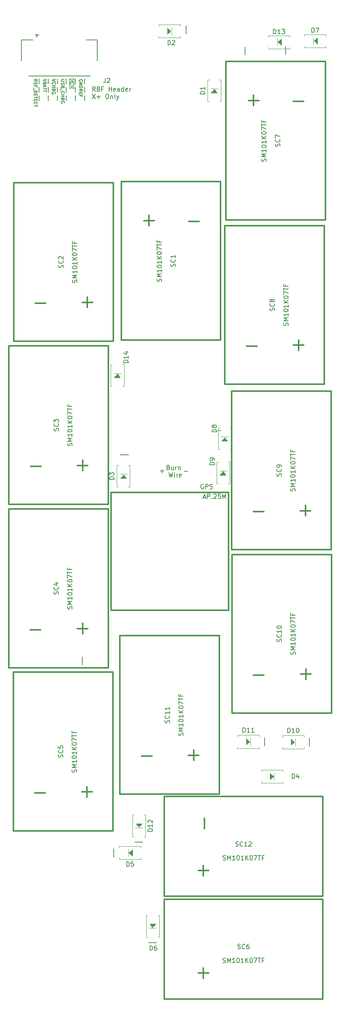
<source format=gto>
%TF.GenerationSoftware,KiCad,Pcbnew,8.0.8*%
%TF.CreationDate,2025-03-15T17:23:43-07:00*%
%TF.ProjectId,Stationary_X_Panel,53746174-696f-46e6-9172-795f585f5061,1.4*%
%TF.SameCoordinates,Original*%
%TF.FileFunction,Legend,Top*%
%TF.FilePolarity,Positive*%
%FSLAX46Y46*%
G04 Gerber Fmt 4.6, Leading zero omitted, Abs format (unit mm)*
G04 Created by KiCad (PCBNEW 8.0.8) date 2025-03-15 17:23:43*
%MOMM*%
%LPD*%
G01*
G04 APERTURE LIST*
%ADD10C,0.150000*%
%ADD11C,0.175000*%
%ADD12C,0.200000*%
%ADD13C,0.300000*%
%ADD14C,0.120000*%
%ADD15C,0.100000*%
%ADD16C,0.127000*%
%ADD17C,0.010000*%
%ADD18C,2.600000*%
%ADD19C,3.800000*%
%ADD20C,3.000000*%
%ADD21R,1.700000X2.500000*%
%ADD22R,2.500000X1.700000*%
G04 APERTURE END LIST*
D10*
X72769048Y-120173866D02*
X73530953Y-120173866D01*
X67494048Y-120123866D02*
X68255953Y-120123866D01*
X67875000Y-120504819D02*
X67875000Y-119742914D01*
X82145000Y-111252000D02*
X80345000Y-111252000D01*
X63670000Y-202000000D02*
X61870000Y-202000000D01*
X100470000Y-180825000D02*
X100470000Y-179025000D01*
X57220000Y-205250000D02*
X57220000Y-203450000D01*
X60474000Y-116586000D02*
X58674000Y-116586000D01*
X66695000Y-224150000D02*
X64895000Y-224150000D01*
X90545000Y-178950000D02*
X90545000Y-180750000D01*
X95220000Y-28225000D02*
X95220000Y-26425000D01*
X86220000Y-28325000D02*
X86220000Y-26525000D01*
X50245000Y-162875000D02*
X50245000Y-161075000D01*
X73195000Y-23700000D02*
X73195000Y-21900000D01*
D11*
X39594766Y-34181797D02*
X39928100Y-33948464D01*
X39594766Y-33781797D02*
X40294766Y-33781797D01*
X40294766Y-33781797D02*
X40294766Y-34048464D01*
X40294766Y-34048464D02*
X40261433Y-34115131D01*
X40261433Y-34115131D02*
X40228100Y-34148464D01*
X40228100Y-34148464D02*
X40161433Y-34181797D01*
X40161433Y-34181797D02*
X40061433Y-34181797D01*
X40061433Y-34181797D02*
X39994766Y-34148464D01*
X39994766Y-34148464D02*
X39961433Y-34115131D01*
X39961433Y-34115131D02*
X39928100Y-34048464D01*
X39928100Y-34048464D02*
X39928100Y-33781797D01*
X39961433Y-34481797D02*
X39961433Y-34715131D01*
X39594766Y-34815131D02*
X39594766Y-34481797D01*
X39594766Y-34481797D02*
X40294766Y-34481797D01*
X40294766Y-34481797D02*
X40294766Y-34815131D01*
X39961433Y-35348464D02*
X39961433Y-35115130D01*
X39594766Y-35115130D02*
X40294766Y-35115130D01*
X40294766Y-35115130D02*
X40294766Y-35448464D01*
X39528100Y-35548464D02*
X39528100Y-36081797D01*
X39594766Y-36248463D02*
X40294766Y-36248463D01*
X40294766Y-36248463D02*
X40294766Y-36415130D01*
X40294766Y-36415130D02*
X40261433Y-36515130D01*
X40261433Y-36515130D02*
X40194766Y-36581797D01*
X40194766Y-36581797D02*
X40128100Y-36615130D01*
X40128100Y-36615130D02*
X39994766Y-36648463D01*
X39994766Y-36648463D02*
X39894766Y-36648463D01*
X39894766Y-36648463D02*
X39761433Y-36615130D01*
X39761433Y-36615130D02*
X39694766Y-36581797D01*
X39694766Y-36581797D02*
X39628100Y-36515130D01*
X39628100Y-36515130D02*
X39594766Y-36415130D01*
X39594766Y-36415130D02*
X39594766Y-36248463D01*
X39961433Y-36948463D02*
X39961433Y-37181797D01*
X39594766Y-37281797D02*
X39594766Y-36948463D01*
X39594766Y-36948463D02*
X40294766Y-36948463D01*
X40294766Y-36948463D02*
X40294766Y-37281797D01*
X40294766Y-37481796D02*
X40294766Y-37881796D01*
X39594766Y-37681796D02*
X40294766Y-37681796D01*
X39961433Y-38115129D02*
X39961433Y-38348463D01*
X39594766Y-38448463D02*
X39594766Y-38115129D01*
X39594766Y-38115129D02*
X40294766Y-38115129D01*
X40294766Y-38115129D02*
X40294766Y-38448463D01*
X39661433Y-39148462D02*
X39628100Y-39115129D01*
X39628100Y-39115129D02*
X39594766Y-39015129D01*
X39594766Y-39015129D02*
X39594766Y-38948462D01*
X39594766Y-38948462D02*
X39628100Y-38848462D01*
X39628100Y-38848462D02*
X39694766Y-38781796D01*
X39694766Y-38781796D02*
X39761433Y-38748462D01*
X39761433Y-38748462D02*
X39894766Y-38715129D01*
X39894766Y-38715129D02*
X39994766Y-38715129D01*
X39994766Y-38715129D02*
X40128100Y-38748462D01*
X40128100Y-38748462D02*
X40194766Y-38781796D01*
X40194766Y-38781796D02*
X40261433Y-38848462D01*
X40261433Y-38848462D02*
X40294766Y-38948462D01*
X40294766Y-38948462D02*
X40294766Y-39015129D01*
X40294766Y-39015129D02*
X40261433Y-39115129D01*
X40261433Y-39115129D02*
X40228100Y-39148462D01*
X40294766Y-39348462D02*
X40294766Y-39748462D01*
X39594766Y-39548462D02*
X40294766Y-39548462D01*
D12*
X50734600Y-38426279D02*
X50734600Y-37283422D01*
X50734600Y-36569136D02*
X50734600Y-35426279D01*
X50734600Y-34711993D02*
X50734600Y-33569136D01*
X40734600Y-38426279D02*
X40734600Y-37283422D01*
X40734600Y-36569136D02*
X40734600Y-35426279D01*
X40734600Y-34711993D02*
X40734600Y-33569136D01*
D10*
X53103207Y-36349875D02*
X52769874Y-35873684D01*
X52531779Y-36349875D02*
X52531779Y-35349875D01*
X52531779Y-35349875D02*
X52912731Y-35349875D01*
X52912731Y-35349875D02*
X53007969Y-35397494D01*
X53007969Y-35397494D02*
X53055588Y-35445113D01*
X53055588Y-35445113D02*
X53103207Y-35540351D01*
X53103207Y-35540351D02*
X53103207Y-35683208D01*
X53103207Y-35683208D02*
X53055588Y-35778446D01*
X53055588Y-35778446D02*
X53007969Y-35826065D01*
X53007969Y-35826065D02*
X52912731Y-35873684D01*
X52912731Y-35873684D02*
X52531779Y-35873684D01*
X53865112Y-35826065D02*
X54007969Y-35873684D01*
X54007969Y-35873684D02*
X54055588Y-35921303D01*
X54055588Y-35921303D02*
X54103207Y-36016541D01*
X54103207Y-36016541D02*
X54103207Y-36159398D01*
X54103207Y-36159398D02*
X54055588Y-36254636D01*
X54055588Y-36254636D02*
X54007969Y-36302256D01*
X54007969Y-36302256D02*
X53912731Y-36349875D01*
X53912731Y-36349875D02*
X53531779Y-36349875D01*
X53531779Y-36349875D02*
X53531779Y-35349875D01*
X53531779Y-35349875D02*
X53865112Y-35349875D01*
X53865112Y-35349875D02*
X53960350Y-35397494D01*
X53960350Y-35397494D02*
X54007969Y-35445113D01*
X54007969Y-35445113D02*
X54055588Y-35540351D01*
X54055588Y-35540351D02*
X54055588Y-35635589D01*
X54055588Y-35635589D02*
X54007969Y-35730827D01*
X54007969Y-35730827D02*
X53960350Y-35778446D01*
X53960350Y-35778446D02*
X53865112Y-35826065D01*
X53865112Y-35826065D02*
X53531779Y-35826065D01*
X54865112Y-35826065D02*
X54531779Y-35826065D01*
X54531779Y-36349875D02*
X54531779Y-35349875D01*
X54531779Y-35349875D02*
X55007969Y-35349875D01*
X56150827Y-36349875D02*
X56150827Y-35349875D01*
X56150827Y-35826065D02*
X56722255Y-35826065D01*
X56722255Y-36349875D02*
X56722255Y-35349875D01*
X57579398Y-36302256D02*
X57484160Y-36349875D01*
X57484160Y-36349875D02*
X57293684Y-36349875D01*
X57293684Y-36349875D02*
X57198446Y-36302256D01*
X57198446Y-36302256D02*
X57150827Y-36207017D01*
X57150827Y-36207017D02*
X57150827Y-35826065D01*
X57150827Y-35826065D02*
X57198446Y-35730827D01*
X57198446Y-35730827D02*
X57293684Y-35683208D01*
X57293684Y-35683208D02*
X57484160Y-35683208D01*
X57484160Y-35683208D02*
X57579398Y-35730827D01*
X57579398Y-35730827D02*
X57627017Y-35826065D01*
X57627017Y-35826065D02*
X57627017Y-35921303D01*
X57627017Y-35921303D02*
X57150827Y-36016541D01*
X58484160Y-36349875D02*
X58484160Y-35826065D01*
X58484160Y-35826065D02*
X58436541Y-35730827D01*
X58436541Y-35730827D02*
X58341303Y-35683208D01*
X58341303Y-35683208D02*
X58150827Y-35683208D01*
X58150827Y-35683208D02*
X58055589Y-35730827D01*
X58484160Y-36302256D02*
X58388922Y-36349875D01*
X58388922Y-36349875D02*
X58150827Y-36349875D01*
X58150827Y-36349875D02*
X58055589Y-36302256D01*
X58055589Y-36302256D02*
X58007970Y-36207017D01*
X58007970Y-36207017D02*
X58007970Y-36111779D01*
X58007970Y-36111779D02*
X58055589Y-36016541D01*
X58055589Y-36016541D02*
X58150827Y-35968922D01*
X58150827Y-35968922D02*
X58388922Y-35968922D01*
X58388922Y-35968922D02*
X58484160Y-35921303D01*
X59388922Y-36349875D02*
X59388922Y-35349875D01*
X59388922Y-36302256D02*
X59293684Y-36349875D01*
X59293684Y-36349875D02*
X59103208Y-36349875D01*
X59103208Y-36349875D02*
X59007970Y-36302256D01*
X59007970Y-36302256D02*
X58960351Y-36254636D01*
X58960351Y-36254636D02*
X58912732Y-36159398D01*
X58912732Y-36159398D02*
X58912732Y-35873684D01*
X58912732Y-35873684D02*
X58960351Y-35778446D01*
X58960351Y-35778446D02*
X59007970Y-35730827D01*
X59007970Y-35730827D02*
X59103208Y-35683208D01*
X59103208Y-35683208D02*
X59293684Y-35683208D01*
X59293684Y-35683208D02*
X59388922Y-35730827D01*
X60246065Y-36302256D02*
X60150827Y-36349875D01*
X60150827Y-36349875D02*
X59960351Y-36349875D01*
X59960351Y-36349875D02*
X59865113Y-36302256D01*
X59865113Y-36302256D02*
X59817494Y-36207017D01*
X59817494Y-36207017D02*
X59817494Y-35826065D01*
X59817494Y-35826065D02*
X59865113Y-35730827D01*
X59865113Y-35730827D02*
X59960351Y-35683208D01*
X59960351Y-35683208D02*
X60150827Y-35683208D01*
X60150827Y-35683208D02*
X60246065Y-35730827D01*
X60246065Y-35730827D02*
X60293684Y-35826065D01*
X60293684Y-35826065D02*
X60293684Y-35921303D01*
X60293684Y-35921303D02*
X59817494Y-36016541D01*
X60722256Y-36349875D02*
X60722256Y-35683208D01*
X60722256Y-35873684D02*
X60769875Y-35778446D01*
X60769875Y-35778446D02*
X60817494Y-35730827D01*
X60817494Y-35730827D02*
X60912732Y-35683208D01*
X60912732Y-35683208D02*
X61007970Y-35683208D01*
X52436541Y-36959819D02*
X53103207Y-37959819D01*
X53103207Y-36959819D02*
X52436541Y-37959819D01*
X53484160Y-37578866D02*
X54246065Y-37578866D01*
X53865112Y-37959819D02*
X53865112Y-37197914D01*
X55674636Y-36959819D02*
X55865112Y-36959819D01*
X55865112Y-36959819D02*
X55960350Y-37007438D01*
X55960350Y-37007438D02*
X56055588Y-37102676D01*
X56055588Y-37102676D02*
X56103207Y-37293152D01*
X56103207Y-37293152D02*
X56103207Y-37626485D01*
X56103207Y-37626485D02*
X56055588Y-37816961D01*
X56055588Y-37816961D02*
X55960350Y-37912200D01*
X55960350Y-37912200D02*
X55865112Y-37959819D01*
X55865112Y-37959819D02*
X55674636Y-37959819D01*
X55674636Y-37959819D02*
X55579398Y-37912200D01*
X55579398Y-37912200D02*
X55484160Y-37816961D01*
X55484160Y-37816961D02*
X55436541Y-37626485D01*
X55436541Y-37626485D02*
X55436541Y-37293152D01*
X55436541Y-37293152D02*
X55484160Y-37102676D01*
X55484160Y-37102676D02*
X55579398Y-37007438D01*
X55579398Y-37007438D02*
X55674636Y-36959819D01*
X56531779Y-37293152D02*
X56531779Y-37959819D01*
X56531779Y-37388390D02*
X56579398Y-37340771D01*
X56579398Y-37340771D02*
X56674636Y-37293152D01*
X56674636Y-37293152D02*
X56817493Y-37293152D01*
X56817493Y-37293152D02*
X56912731Y-37340771D01*
X56912731Y-37340771D02*
X56960350Y-37436009D01*
X56960350Y-37436009D02*
X56960350Y-37959819D01*
X57579398Y-37959819D02*
X57484160Y-37912200D01*
X57484160Y-37912200D02*
X57436541Y-37816961D01*
X57436541Y-37816961D02*
X57436541Y-36959819D01*
X57865113Y-37293152D02*
X58103208Y-37959819D01*
X58341303Y-37293152D02*
X58103208Y-37959819D01*
X58103208Y-37959819D02*
X58007970Y-38197914D01*
X58007970Y-38197914D02*
X57960351Y-38245533D01*
X57960351Y-38245533D02*
X57865113Y-38293152D01*
D11*
X42294766Y-33681797D02*
X41594766Y-33915131D01*
X41594766Y-33915131D02*
X42294766Y-34148464D01*
X41961433Y-34615131D02*
X41928100Y-34715131D01*
X41928100Y-34715131D02*
X41894766Y-34748464D01*
X41894766Y-34748464D02*
X41828100Y-34781797D01*
X41828100Y-34781797D02*
X41728100Y-34781797D01*
X41728100Y-34781797D02*
X41661433Y-34748464D01*
X41661433Y-34748464D02*
X41628100Y-34715131D01*
X41628100Y-34715131D02*
X41594766Y-34648464D01*
X41594766Y-34648464D02*
X41594766Y-34381797D01*
X41594766Y-34381797D02*
X42294766Y-34381797D01*
X42294766Y-34381797D02*
X42294766Y-34615131D01*
X42294766Y-34615131D02*
X42261433Y-34681797D01*
X42261433Y-34681797D02*
X42228100Y-34715131D01*
X42228100Y-34715131D02*
X42161433Y-34748464D01*
X42161433Y-34748464D02*
X42094766Y-34748464D01*
X42094766Y-34748464D02*
X42028100Y-34715131D01*
X42028100Y-34715131D02*
X41994766Y-34681797D01*
X41994766Y-34681797D02*
X41961433Y-34615131D01*
X41961433Y-34615131D02*
X41961433Y-34381797D01*
X41794766Y-35048464D02*
X41794766Y-35381797D01*
X41594766Y-34981797D02*
X42294766Y-35215131D01*
X42294766Y-35215131D02*
X41594766Y-35448464D01*
X42294766Y-35581797D02*
X42294766Y-35981797D01*
X41594766Y-35781797D02*
X42294766Y-35781797D01*
X42294766Y-36115130D02*
X42294766Y-36515130D01*
X41594766Y-36315130D02*
X42294766Y-36315130D01*
X46294766Y-33781797D02*
X45728100Y-33781797D01*
X45728100Y-33781797D02*
X45661433Y-33815131D01*
X45661433Y-33815131D02*
X45628100Y-33848464D01*
X45628100Y-33848464D02*
X45594766Y-33915131D01*
X45594766Y-33915131D02*
X45594766Y-34048464D01*
X45594766Y-34048464D02*
X45628100Y-34115131D01*
X45628100Y-34115131D02*
X45661433Y-34148464D01*
X45661433Y-34148464D02*
X45728100Y-34181797D01*
X45728100Y-34181797D02*
X46294766Y-34181797D01*
X45628100Y-34481797D02*
X45594766Y-34581797D01*
X45594766Y-34581797D02*
X45594766Y-34748464D01*
X45594766Y-34748464D02*
X45628100Y-34815130D01*
X45628100Y-34815130D02*
X45661433Y-34848464D01*
X45661433Y-34848464D02*
X45728100Y-34881797D01*
X45728100Y-34881797D02*
X45794766Y-34881797D01*
X45794766Y-34881797D02*
X45861433Y-34848464D01*
X45861433Y-34848464D02*
X45894766Y-34815130D01*
X45894766Y-34815130D02*
X45928100Y-34748464D01*
X45928100Y-34748464D02*
X45961433Y-34615130D01*
X45961433Y-34615130D02*
X45994766Y-34548464D01*
X45994766Y-34548464D02*
X46028100Y-34515130D01*
X46028100Y-34515130D02*
X46094766Y-34481797D01*
X46094766Y-34481797D02*
X46161433Y-34481797D01*
X46161433Y-34481797D02*
X46228100Y-34515130D01*
X46228100Y-34515130D02*
X46261433Y-34548464D01*
X46261433Y-34548464D02*
X46294766Y-34615130D01*
X46294766Y-34615130D02*
X46294766Y-34781797D01*
X46294766Y-34781797D02*
X46261433Y-34881797D01*
X45961433Y-35415131D02*
X45928100Y-35515131D01*
X45928100Y-35515131D02*
X45894766Y-35548464D01*
X45894766Y-35548464D02*
X45828100Y-35581797D01*
X45828100Y-35581797D02*
X45728100Y-35581797D01*
X45728100Y-35581797D02*
X45661433Y-35548464D01*
X45661433Y-35548464D02*
X45628100Y-35515131D01*
X45628100Y-35515131D02*
X45594766Y-35448464D01*
X45594766Y-35448464D02*
X45594766Y-35181797D01*
X45594766Y-35181797D02*
X46294766Y-35181797D01*
X46294766Y-35181797D02*
X46294766Y-35415131D01*
X46294766Y-35415131D02*
X46261433Y-35481797D01*
X46261433Y-35481797D02*
X46228100Y-35515131D01*
X46228100Y-35515131D02*
X46161433Y-35548464D01*
X46161433Y-35548464D02*
X46094766Y-35548464D01*
X46094766Y-35548464D02*
X46028100Y-35515131D01*
X46028100Y-35515131D02*
X45994766Y-35481797D01*
X45994766Y-35481797D02*
X45961433Y-35415131D01*
X45961433Y-35415131D02*
X45961433Y-35181797D01*
X45528100Y-35715131D02*
X45528100Y-36248464D01*
X45661433Y-36815130D02*
X45628100Y-36781797D01*
X45628100Y-36781797D02*
X45594766Y-36681797D01*
X45594766Y-36681797D02*
X45594766Y-36615130D01*
X45594766Y-36615130D02*
X45628100Y-36515130D01*
X45628100Y-36515130D02*
X45694766Y-36448464D01*
X45694766Y-36448464D02*
X45761433Y-36415130D01*
X45761433Y-36415130D02*
X45894766Y-36381797D01*
X45894766Y-36381797D02*
X45994766Y-36381797D01*
X45994766Y-36381797D02*
X46128100Y-36415130D01*
X46128100Y-36415130D02*
X46194766Y-36448464D01*
X46194766Y-36448464D02*
X46261433Y-36515130D01*
X46261433Y-36515130D02*
X46294766Y-36615130D01*
X46294766Y-36615130D02*
X46294766Y-36681797D01*
X46294766Y-36681797D02*
X46261433Y-36781797D01*
X46261433Y-36781797D02*
X46228100Y-36815130D01*
X45594766Y-37115130D02*
X46294766Y-37115130D01*
X45961433Y-37115130D02*
X45961433Y-37515130D01*
X45594766Y-37515130D02*
X46294766Y-37515130D01*
X45594766Y-38248463D02*
X45928100Y-38015130D01*
X45594766Y-37848463D02*
X46294766Y-37848463D01*
X46294766Y-37848463D02*
X46294766Y-38115130D01*
X46294766Y-38115130D02*
X46261433Y-38181797D01*
X46261433Y-38181797D02*
X46228100Y-38215130D01*
X46228100Y-38215130D02*
X46161433Y-38248463D01*
X46161433Y-38248463D02*
X46061433Y-38248463D01*
X46061433Y-38248463D02*
X45994766Y-38215130D01*
X45994766Y-38215130D02*
X45961433Y-38181797D01*
X45961433Y-38181797D02*
X45928100Y-38115130D01*
X45928100Y-38115130D02*
X45928100Y-37848463D01*
X46261433Y-38915130D02*
X46294766Y-38848463D01*
X46294766Y-38848463D02*
X46294766Y-38748463D01*
X46294766Y-38748463D02*
X46261433Y-38648463D01*
X46261433Y-38648463D02*
X46194766Y-38581797D01*
X46194766Y-38581797D02*
X46128100Y-38548463D01*
X46128100Y-38548463D02*
X45994766Y-38515130D01*
X45994766Y-38515130D02*
X45894766Y-38515130D01*
X45894766Y-38515130D02*
X45761433Y-38548463D01*
X45761433Y-38548463D02*
X45694766Y-38581797D01*
X45694766Y-38581797D02*
X45628100Y-38648463D01*
X45628100Y-38648463D02*
X45594766Y-38748463D01*
X45594766Y-38748463D02*
X45594766Y-38815130D01*
X45594766Y-38815130D02*
X45628100Y-38915130D01*
X45628100Y-38915130D02*
X45661433Y-38948463D01*
X45661433Y-38948463D02*
X45894766Y-38948463D01*
X45894766Y-38948463D02*
X45894766Y-38815130D01*
D12*
X48734600Y-38426279D02*
X48734600Y-37283422D01*
X48734600Y-36569136D02*
X48734600Y-35426279D01*
X48734600Y-34711993D02*
X48734600Y-33569136D01*
D10*
X69301190Y-119301037D02*
X69444047Y-119348656D01*
X69444047Y-119348656D02*
X69491666Y-119396275D01*
X69491666Y-119396275D02*
X69539285Y-119491513D01*
X69539285Y-119491513D02*
X69539285Y-119634370D01*
X69539285Y-119634370D02*
X69491666Y-119729608D01*
X69491666Y-119729608D02*
X69444047Y-119777228D01*
X69444047Y-119777228D02*
X69348809Y-119824847D01*
X69348809Y-119824847D02*
X68967857Y-119824847D01*
X68967857Y-119824847D02*
X68967857Y-118824847D01*
X68967857Y-118824847D02*
X69301190Y-118824847D01*
X69301190Y-118824847D02*
X69396428Y-118872466D01*
X69396428Y-118872466D02*
X69444047Y-118920085D01*
X69444047Y-118920085D02*
X69491666Y-119015323D01*
X69491666Y-119015323D02*
X69491666Y-119110561D01*
X69491666Y-119110561D02*
X69444047Y-119205799D01*
X69444047Y-119205799D02*
X69396428Y-119253418D01*
X69396428Y-119253418D02*
X69301190Y-119301037D01*
X69301190Y-119301037D02*
X68967857Y-119301037D01*
X70396428Y-119158180D02*
X70396428Y-119824847D01*
X69967857Y-119158180D02*
X69967857Y-119681989D01*
X69967857Y-119681989D02*
X70015476Y-119777228D01*
X70015476Y-119777228D02*
X70110714Y-119824847D01*
X70110714Y-119824847D02*
X70253571Y-119824847D01*
X70253571Y-119824847D02*
X70348809Y-119777228D01*
X70348809Y-119777228D02*
X70396428Y-119729608D01*
X70872619Y-119824847D02*
X70872619Y-119158180D01*
X70872619Y-119348656D02*
X70920238Y-119253418D01*
X70920238Y-119253418D02*
X70967857Y-119205799D01*
X70967857Y-119205799D02*
X71063095Y-119158180D01*
X71063095Y-119158180D02*
X71158333Y-119158180D01*
X71491667Y-119158180D02*
X71491667Y-119824847D01*
X71491667Y-119253418D02*
X71539286Y-119205799D01*
X71539286Y-119205799D02*
X71634524Y-119158180D01*
X71634524Y-119158180D02*
X71777381Y-119158180D01*
X71777381Y-119158180D02*
X71872619Y-119205799D01*
X71872619Y-119205799D02*
X71920238Y-119301037D01*
X71920238Y-119301037D02*
X71920238Y-119824847D01*
X69420238Y-120434791D02*
X69658333Y-121434791D01*
X69658333Y-121434791D02*
X69848809Y-120720505D01*
X69848809Y-120720505D02*
X70039285Y-121434791D01*
X70039285Y-121434791D02*
X70277381Y-120434791D01*
X70658333Y-121434791D02*
X70658333Y-120768124D01*
X70658333Y-120434791D02*
X70610714Y-120482410D01*
X70610714Y-120482410D02*
X70658333Y-120530029D01*
X70658333Y-120530029D02*
X70705952Y-120482410D01*
X70705952Y-120482410D02*
X70658333Y-120434791D01*
X70658333Y-120434791D02*
X70658333Y-120530029D01*
X71134523Y-121434791D02*
X71134523Y-120768124D01*
X71134523Y-120958600D02*
X71182142Y-120863362D01*
X71182142Y-120863362D02*
X71229761Y-120815743D01*
X71229761Y-120815743D02*
X71324999Y-120768124D01*
X71324999Y-120768124D02*
X71420237Y-120768124D01*
X72134523Y-121387172D02*
X72039285Y-121434791D01*
X72039285Y-121434791D02*
X71848809Y-121434791D01*
X71848809Y-121434791D02*
X71753571Y-121387172D01*
X71753571Y-121387172D02*
X71705952Y-121291933D01*
X71705952Y-121291933D02*
X71705952Y-120910981D01*
X71705952Y-120910981D02*
X71753571Y-120815743D01*
X71753571Y-120815743D02*
X71848809Y-120768124D01*
X71848809Y-120768124D02*
X72039285Y-120768124D01*
X72039285Y-120768124D02*
X72134523Y-120815743D01*
X72134523Y-120815743D02*
X72182142Y-120910981D01*
X72182142Y-120910981D02*
X72182142Y-121006219D01*
X72182142Y-121006219D02*
X71705952Y-121101457D01*
X77000000Y-125919104D02*
X77476190Y-125919104D01*
X76904762Y-126204819D02*
X77238095Y-125204819D01*
X77238095Y-125204819D02*
X77571428Y-126204819D01*
X77904762Y-126204819D02*
X77904762Y-125204819D01*
X77904762Y-125204819D02*
X78285714Y-125204819D01*
X78285714Y-125204819D02*
X78380952Y-125252438D01*
X78380952Y-125252438D02*
X78428571Y-125300057D01*
X78428571Y-125300057D02*
X78476190Y-125395295D01*
X78476190Y-125395295D02*
X78476190Y-125538152D01*
X78476190Y-125538152D02*
X78428571Y-125633390D01*
X78428571Y-125633390D02*
X78380952Y-125681009D01*
X78380952Y-125681009D02*
X78285714Y-125728628D01*
X78285714Y-125728628D02*
X77904762Y-125728628D01*
X78904762Y-126109580D02*
X78952381Y-126157200D01*
X78952381Y-126157200D02*
X78904762Y-126204819D01*
X78904762Y-126204819D02*
X78857143Y-126157200D01*
X78857143Y-126157200D02*
X78904762Y-126109580D01*
X78904762Y-126109580D02*
X78904762Y-126204819D01*
X79333333Y-125300057D02*
X79380952Y-125252438D01*
X79380952Y-125252438D02*
X79476190Y-125204819D01*
X79476190Y-125204819D02*
X79714285Y-125204819D01*
X79714285Y-125204819D02*
X79809523Y-125252438D01*
X79809523Y-125252438D02*
X79857142Y-125300057D01*
X79857142Y-125300057D02*
X79904761Y-125395295D01*
X79904761Y-125395295D02*
X79904761Y-125490533D01*
X79904761Y-125490533D02*
X79857142Y-125633390D01*
X79857142Y-125633390D02*
X79285714Y-126204819D01*
X79285714Y-126204819D02*
X79904761Y-126204819D01*
X80809523Y-125204819D02*
X80333333Y-125204819D01*
X80333333Y-125204819D02*
X80285714Y-125681009D01*
X80285714Y-125681009D02*
X80333333Y-125633390D01*
X80333333Y-125633390D02*
X80428571Y-125585771D01*
X80428571Y-125585771D02*
X80666666Y-125585771D01*
X80666666Y-125585771D02*
X80761904Y-125633390D01*
X80761904Y-125633390D02*
X80809523Y-125681009D01*
X80809523Y-125681009D02*
X80857142Y-125776247D01*
X80857142Y-125776247D02*
X80857142Y-126014342D01*
X80857142Y-126014342D02*
X80809523Y-126109580D01*
X80809523Y-126109580D02*
X80761904Y-126157200D01*
X80761904Y-126157200D02*
X80666666Y-126204819D01*
X80666666Y-126204819D02*
X80428571Y-126204819D01*
X80428571Y-126204819D02*
X80333333Y-126157200D01*
X80333333Y-126157200D02*
X80285714Y-126109580D01*
X81285714Y-126204819D02*
X81285714Y-125204819D01*
X81285714Y-125204819D02*
X81619047Y-125919104D01*
X81619047Y-125919104D02*
X81952380Y-125204819D01*
X81952380Y-125204819D02*
X81952380Y-126204819D01*
D12*
X42734600Y-38426279D02*
X42734600Y-37283422D01*
X42734600Y-36569136D02*
X42734600Y-35426279D01*
X42734600Y-34711993D02*
X42734600Y-33569136D01*
X44734600Y-38426279D02*
X44734600Y-37283422D01*
X44734600Y-36569136D02*
X44734600Y-35426279D01*
X44734600Y-34711993D02*
X44734600Y-33569136D01*
D10*
X77035714Y-123102438D02*
X76940476Y-123054819D01*
X76940476Y-123054819D02*
X76797619Y-123054819D01*
X76797619Y-123054819D02*
X76654762Y-123102438D01*
X76654762Y-123102438D02*
X76559524Y-123197676D01*
X76559524Y-123197676D02*
X76511905Y-123292914D01*
X76511905Y-123292914D02*
X76464286Y-123483390D01*
X76464286Y-123483390D02*
X76464286Y-123626247D01*
X76464286Y-123626247D02*
X76511905Y-123816723D01*
X76511905Y-123816723D02*
X76559524Y-123911961D01*
X76559524Y-123911961D02*
X76654762Y-124007200D01*
X76654762Y-124007200D02*
X76797619Y-124054819D01*
X76797619Y-124054819D02*
X76892857Y-124054819D01*
X76892857Y-124054819D02*
X77035714Y-124007200D01*
X77035714Y-124007200D02*
X77083333Y-123959580D01*
X77083333Y-123959580D02*
X77083333Y-123626247D01*
X77083333Y-123626247D02*
X76892857Y-123626247D01*
X77511905Y-124054819D02*
X77511905Y-123054819D01*
X77511905Y-123054819D02*
X77892857Y-123054819D01*
X77892857Y-123054819D02*
X77988095Y-123102438D01*
X77988095Y-123102438D02*
X78035714Y-123150057D01*
X78035714Y-123150057D02*
X78083333Y-123245295D01*
X78083333Y-123245295D02*
X78083333Y-123388152D01*
X78083333Y-123388152D02*
X78035714Y-123483390D01*
X78035714Y-123483390D02*
X77988095Y-123531009D01*
X77988095Y-123531009D02*
X77892857Y-123578628D01*
X77892857Y-123578628D02*
X77511905Y-123578628D01*
X78464286Y-124007200D02*
X78607143Y-124054819D01*
X78607143Y-124054819D02*
X78845238Y-124054819D01*
X78845238Y-124054819D02*
X78940476Y-124007200D01*
X78940476Y-124007200D02*
X78988095Y-123959580D01*
X78988095Y-123959580D02*
X79035714Y-123864342D01*
X79035714Y-123864342D02*
X79035714Y-123769104D01*
X79035714Y-123769104D02*
X78988095Y-123673866D01*
X78988095Y-123673866D02*
X78940476Y-123626247D01*
X78940476Y-123626247D02*
X78845238Y-123578628D01*
X78845238Y-123578628D02*
X78654762Y-123531009D01*
X78654762Y-123531009D02*
X78559524Y-123483390D01*
X78559524Y-123483390D02*
X78511905Y-123435771D01*
X78511905Y-123435771D02*
X78464286Y-123340533D01*
X78464286Y-123340533D02*
X78464286Y-123245295D01*
X78464286Y-123245295D02*
X78511905Y-123150057D01*
X78511905Y-123150057D02*
X78559524Y-123102438D01*
X78559524Y-123102438D02*
X78654762Y-123054819D01*
X78654762Y-123054819D02*
X78892857Y-123054819D01*
X78892857Y-123054819D02*
X79035714Y-123102438D01*
D11*
G36*
X48207266Y-35367597D02*
G01*
X48184954Y-35434531D01*
X48142933Y-35476553D01*
X48097560Y-35499239D01*
X47983992Y-35527630D01*
X47905539Y-35527630D01*
X47791972Y-35499238D01*
X47746596Y-35476550D01*
X47704577Y-35434531D01*
X47682266Y-35367597D01*
X47682266Y-35302630D01*
X48207266Y-35302630D01*
X48207266Y-35367597D01*
G37*
G36*
X48469766Y-35790130D02*
G01*
X47419766Y-35790130D01*
X47419766Y-35215130D01*
X47507266Y-35215130D01*
X47507266Y-35381797D01*
X47508116Y-35390436D01*
X47507953Y-35392742D01*
X47508642Y-35395773D01*
X47508947Y-35398867D01*
X47509831Y-35401001D01*
X47511756Y-35409467D01*
X47545090Y-35509467D01*
X47552083Y-35525129D01*
X47554142Y-35527503D01*
X47555346Y-35530409D01*
X47566228Y-35543668D01*
X47632894Y-35610336D01*
X47639604Y-35615843D01*
X47641119Y-35617589D01*
X47643751Y-35619246D01*
X47646153Y-35621217D01*
X47648285Y-35622100D01*
X47655635Y-35626727D01*
X47722303Y-35660060D01*
X47723550Y-35660537D01*
X47724059Y-35660914D01*
X47731231Y-35663476D01*
X47738322Y-35666190D01*
X47738950Y-35666234D01*
X47740211Y-35666685D01*
X47873544Y-35700017D01*
X47876502Y-35700454D01*
X47877696Y-35700949D01*
X47884123Y-35701581D01*
X47890512Y-35702527D01*
X47891789Y-35702336D01*
X47894766Y-35702630D01*
X47994766Y-35702630D01*
X47997742Y-35702336D01*
X47999020Y-35702527D01*
X48005416Y-35701581D01*
X48011836Y-35700949D01*
X48013026Y-35700455D01*
X48015988Y-35700018D01*
X48149321Y-35666685D01*
X48150580Y-35666234D01*
X48151212Y-35666190D01*
X48158304Y-35663475D01*
X48165474Y-35660914D01*
X48165983Y-35660536D01*
X48167231Y-35660059D01*
X48233897Y-35626726D01*
X48241240Y-35622103D01*
X48243379Y-35621218D01*
X48245785Y-35619242D01*
X48248413Y-35617589D01*
X48249925Y-35615845D01*
X48256638Y-35610336D01*
X48323305Y-35543669D01*
X48334186Y-35530410D01*
X48335389Y-35527505D01*
X48337450Y-35525129D01*
X48344443Y-35509467D01*
X48377776Y-35409467D01*
X48379700Y-35401001D01*
X48380585Y-35398867D01*
X48380889Y-35395772D01*
X48381579Y-35392741D01*
X48381415Y-35390436D01*
X48382266Y-35381797D01*
X48382266Y-35215130D01*
X48380585Y-35198060D01*
X48367520Y-35166518D01*
X48343378Y-35142376D01*
X48311836Y-35129311D01*
X48294766Y-35127630D01*
X47594766Y-35127630D01*
X47577696Y-35129311D01*
X47546154Y-35142376D01*
X47522012Y-35166518D01*
X47508947Y-35198060D01*
X47507266Y-35215130D01*
X47419766Y-35215130D01*
X47419766Y-34875686D01*
X47507480Y-34875686D01*
X47508947Y-34887227D01*
X47508947Y-34898867D01*
X47511081Y-34904020D01*
X47511785Y-34909554D01*
X47517559Y-34919659D01*
X47522012Y-34930409D01*
X47525955Y-34934352D01*
X47528723Y-34939196D01*
X47537926Y-34946323D01*
X47546154Y-34954551D01*
X47551306Y-34956685D01*
X47555716Y-34960100D01*
X47566941Y-34963161D01*
X47577696Y-34967616D01*
X47586429Y-34968476D01*
X47588655Y-34969083D01*
X47590374Y-34968864D01*
X47594766Y-34969297D01*
X48294766Y-34969297D01*
X48311836Y-34967616D01*
X48343378Y-34954551D01*
X48367520Y-34930409D01*
X48380585Y-34898867D01*
X48380585Y-34864727D01*
X48367520Y-34833185D01*
X48343378Y-34809043D01*
X48311836Y-34795978D01*
X48294766Y-34794297D01*
X47924252Y-34794297D01*
X48338178Y-34557768D01*
X48341774Y-34555215D01*
X48343378Y-34554551D01*
X48345011Y-34552917D01*
X48352165Y-34547840D01*
X48359292Y-34538636D01*
X48367520Y-34530409D01*
X48369654Y-34525256D01*
X48373069Y-34520847D01*
X48376131Y-34509619D01*
X48380585Y-34498867D01*
X48380585Y-34493290D01*
X48382053Y-34487908D01*
X48380585Y-34476361D01*
X48380585Y-34464727D01*
X48378450Y-34459574D01*
X48377747Y-34454040D01*
X48371972Y-34443934D01*
X48367520Y-34433185D01*
X48363576Y-34429241D01*
X48360809Y-34424398D01*
X48351605Y-34417270D01*
X48343378Y-34409043D01*
X48338225Y-34406908D01*
X48333816Y-34403494D01*
X48322588Y-34400431D01*
X48311836Y-34395978D01*
X48303107Y-34395118D01*
X48300877Y-34394510D01*
X48299153Y-34394729D01*
X48294766Y-34394297D01*
X47594766Y-34394297D01*
X47577696Y-34395978D01*
X47546154Y-34409043D01*
X47522012Y-34433185D01*
X47508947Y-34464727D01*
X47508947Y-34498867D01*
X47522012Y-34530409D01*
X47546154Y-34554551D01*
X47577696Y-34567616D01*
X47594766Y-34569297D01*
X47965280Y-34569297D01*
X47551354Y-34805826D01*
X47547757Y-34808378D01*
X47546154Y-34809043D01*
X47544520Y-34810676D01*
X47537367Y-34815754D01*
X47530239Y-34824957D01*
X47522012Y-34833185D01*
X47519877Y-34838337D01*
X47516463Y-34842747D01*
X47513401Y-34853972D01*
X47508947Y-34864727D01*
X47508947Y-34870306D01*
X47507480Y-34875686D01*
X47419766Y-34875686D01*
X47419766Y-33981797D01*
X47507266Y-33981797D01*
X47507266Y-34048464D01*
X47508116Y-34057103D01*
X47507953Y-34059409D01*
X47508642Y-34062440D01*
X47508947Y-34065534D01*
X47509831Y-34067668D01*
X47511756Y-34076134D01*
X47545090Y-34176134D01*
X47552083Y-34191796D01*
X47554141Y-34194169D01*
X47555346Y-34197077D01*
X47566228Y-34210336D01*
X47599561Y-34243669D01*
X47612820Y-34254551D01*
X47644362Y-34267616D01*
X47644363Y-34267616D01*
X47661433Y-34269297D01*
X47894766Y-34269297D01*
X47911836Y-34267616D01*
X47943378Y-34254551D01*
X47967520Y-34230409D01*
X47980585Y-34198867D01*
X47982266Y-34181797D01*
X47982266Y-34048464D01*
X47980585Y-34031394D01*
X47967520Y-33999852D01*
X47943378Y-33975710D01*
X47911836Y-33962645D01*
X47877696Y-33962645D01*
X47846154Y-33975710D01*
X47822012Y-33999852D01*
X47808947Y-34031394D01*
X47807266Y-34048464D01*
X47807266Y-34094297D01*
X47702277Y-34094297D01*
X47682266Y-34034264D01*
X47682266Y-33995997D01*
X47704577Y-33929064D01*
X47746598Y-33887042D01*
X47791969Y-33864356D01*
X47905539Y-33835964D01*
X47983992Y-33835964D01*
X48097557Y-33864354D01*
X48142935Y-33887043D01*
X48184954Y-33929062D01*
X48207266Y-33995996D01*
X48207266Y-34061140D01*
X48183170Y-34109333D01*
X48177040Y-34125353D01*
X48174620Y-34159408D01*
X48185417Y-34191798D01*
X48207786Y-34217589D01*
X48238322Y-34232857D01*
X48272377Y-34235277D01*
X48304767Y-34224480D01*
X48330558Y-34202111D01*
X48339696Y-34187595D01*
X48373029Y-34120927D01*
X48379159Y-34104908D01*
X48379381Y-34101771D01*
X48380585Y-34098867D01*
X48382266Y-34081797D01*
X48382266Y-33981797D01*
X48381415Y-33973157D01*
X48381579Y-33970853D01*
X48380889Y-33967821D01*
X48380585Y-33964727D01*
X48379700Y-33962592D01*
X48377776Y-33954127D01*
X48344443Y-33854127D01*
X48337450Y-33838465D01*
X48335389Y-33836089D01*
X48334186Y-33833184D01*
X48323305Y-33819925D01*
X48256637Y-33753259D01*
X48249928Y-33747752D01*
X48248414Y-33746007D01*
X48245782Y-33744350D01*
X48243378Y-33742377D01*
X48241242Y-33741492D01*
X48233898Y-33736869D01*
X48167232Y-33703535D01*
X48165982Y-33703056D01*
X48165474Y-33702680D01*
X48158319Y-33700124D01*
X48151213Y-33697404D01*
X48150580Y-33697359D01*
X48149321Y-33696909D01*
X48015988Y-33663576D01*
X48013026Y-33663138D01*
X48011836Y-33662645D01*
X48005416Y-33662012D01*
X47999020Y-33661067D01*
X47997742Y-33661257D01*
X47994766Y-33660964D01*
X47894766Y-33660964D01*
X47891789Y-33661257D01*
X47890512Y-33661067D01*
X47884123Y-33662012D01*
X47877696Y-33662645D01*
X47876502Y-33663139D01*
X47873544Y-33663577D01*
X47740211Y-33696909D01*
X47738950Y-33697359D01*
X47738321Y-33697404D01*
X47731227Y-33700118D01*
X47724059Y-33702680D01*
X47723550Y-33703056D01*
X47722301Y-33703535D01*
X47655634Y-33736869D01*
X47648289Y-33741492D01*
X47646153Y-33742377D01*
X47643749Y-33744349D01*
X47641118Y-33746006D01*
X47639603Y-33747752D01*
X47632894Y-33753259D01*
X47566228Y-33819925D01*
X47555346Y-33833184D01*
X47554141Y-33836091D01*
X47552083Y-33838465D01*
X47545090Y-33854127D01*
X47511756Y-33954127D01*
X47509831Y-33962592D01*
X47508947Y-33964727D01*
X47508642Y-33967820D01*
X47507953Y-33970852D01*
X47508116Y-33973157D01*
X47507266Y-33981797D01*
X47419766Y-33981797D01*
X47419766Y-33573464D01*
X48469766Y-33573464D01*
X48469766Y-35790130D01*
G37*
X50261433Y-34148464D02*
X50294766Y-34081797D01*
X50294766Y-34081797D02*
X50294766Y-33981797D01*
X50294766Y-33981797D02*
X50261433Y-33881797D01*
X50261433Y-33881797D02*
X50194766Y-33815131D01*
X50194766Y-33815131D02*
X50128100Y-33781797D01*
X50128100Y-33781797D02*
X49994766Y-33748464D01*
X49994766Y-33748464D02*
X49894766Y-33748464D01*
X49894766Y-33748464D02*
X49761433Y-33781797D01*
X49761433Y-33781797D02*
X49694766Y-33815131D01*
X49694766Y-33815131D02*
X49628100Y-33881797D01*
X49628100Y-33881797D02*
X49594766Y-33981797D01*
X49594766Y-33981797D02*
X49594766Y-34048464D01*
X49594766Y-34048464D02*
X49628100Y-34148464D01*
X49628100Y-34148464D02*
X49661433Y-34181797D01*
X49661433Y-34181797D02*
X49894766Y-34181797D01*
X49894766Y-34181797D02*
X49894766Y-34048464D01*
X49594766Y-34481797D02*
X50294766Y-34481797D01*
X50294766Y-34481797D02*
X49594766Y-34881797D01*
X49594766Y-34881797D02*
X50294766Y-34881797D01*
X49594766Y-35215130D02*
X50294766Y-35215130D01*
X50294766Y-35215130D02*
X50294766Y-35381797D01*
X50294766Y-35381797D02*
X50261433Y-35481797D01*
X50261433Y-35481797D02*
X50194766Y-35548464D01*
X50194766Y-35548464D02*
X50128100Y-35581797D01*
X50128100Y-35581797D02*
X49994766Y-35615130D01*
X49994766Y-35615130D02*
X49894766Y-35615130D01*
X49894766Y-35615130D02*
X49761433Y-35581797D01*
X49761433Y-35581797D02*
X49694766Y-35548464D01*
X49694766Y-35548464D02*
X49628100Y-35481797D01*
X49628100Y-35481797D02*
X49594766Y-35381797D01*
X49594766Y-35381797D02*
X49594766Y-35215130D01*
X49594766Y-36315130D02*
X49928100Y-36081797D01*
X49594766Y-35915130D02*
X50294766Y-35915130D01*
X50294766Y-35915130D02*
X50294766Y-36181797D01*
X50294766Y-36181797D02*
X50261433Y-36248464D01*
X50261433Y-36248464D02*
X50228100Y-36281797D01*
X50228100Y-36281797D02*
X50161433Y-36315130D01*
X50161433Y-36315130D02*
X50061433Y-36315130D01*
X50061433Y-36315130D02*
X49994766Y-36281797D01*
X49994766Y-36281797D02*
X49961433Y-36248464D01*
X49961433Y-36248464D02*
X49928100Y-36181797D01*
X49928100Y-36181797D02*
X49928100Y-35915130D01*
X49961433Y-36615130D02*
X49961433Y-36848464D01*
X49594766Y-36948464D02*
X49594766Y-36615130D01*
X49594766Y-36615130D02*
X50294766Y-36615130D01*
X50294766Y-36615130D02*
X50294766Y-36948464D01*
X49961433Y-37481797D02*
X49961433Y-37248463D01*
X49594766Y-37248463D02*
X50294766Y-37248463D01*
X50294766Y-37248463D02*
X50294766Y-37581797D01*
D12*
X46734600Y-38426279D02*
X46734600Y-37283422D01*
X46734600Y-36569136D02*
X46734600Y-35426279D01*
X46734600Y-34711993D02*
X46734600Y-33569136D01*
D11*
X44294766Y-33681797D02*
X43594766Y-33915131D01*
X43594766Y-33915131D02*
X44294766Y-34148464D01*
X43661433Y-34781797D02*
X43628100Y-34748464D01*
X43628100Y-34748464D02*
X43594766Y-34648464D01*
X43594766Y-34648464D02*
X43594766Y-34581797D01*
X43594766Y-34581797D02*
X43628100Y-34481797D01*
X43628100Y-34481797D02*
X43694766Y-34415131D01*
X43694766Y-34415131D02*
X43761433Y-34381797D01*
X43761433Y-34381797D02*
X43894766Y-34348464D01*
X43894766Y-34348464D02*
X43994766Y-34348464D01*
X43994766Y-34348464D02*
X44128100Y-34381797D01*
X44128100Y-34381797D02*
X44194766Y-34415131D01*
X44194766Y-34415131D02*
X44261433Y-34481797D01*
X44261433Y-34481797D02*
X44294766Y-34581797D01*
X44294766Y-34581797D02*
X44294766Y-34648464D01*
X44294766Y-34648464D02*
X44261433Y-34748464D01*
X44261433Y-34748464D02*
X44228100Y-34781797D01*
X43594766Y-35081797D02*
X44294766Y-35081797D01*
X43961433Y-35081797D02*
X43961433Y-35481797D01*
X43594766Y-35481797D02*
X44294766Y-35481797D01*
X43594766Y-36215130D02*
X43928100Y-35981797D01*
X43594766Y-35815130D02*
X44294766Y-35815130D01*
X44294766Y-35815130D02*
X44294766Y-36081797D01*
X44294766Y-36081797D02*
X44261433Y-36148464D01*
X44261433Y-36148464D02*
X44228100Y-36181797D01*
X44228100Y-36181797D02*
X44161433Y-36215130D01*
X44161433Y-36215130D02*
X44061433Y-36215130D01*
X44061433Y-36215130D02*
X43994766Y-36181797D01*
X43994766Y-36181797D02*
X43961433Y-36148464D01*
X43961433Y-36148464D02*
X43928100Y-36081797D01*
X43928100Y-36081797D02*
X43928100Y-35815130D01*
X44261433Y-36881797D02*
X44294766Y-36815130D01*
X44294766Y-36815130D02*
X44294766Y-36715130D01*
X44294766Y-36715130D02*
X44261433Y-36615130D01*
X44261433Y-36615130D02*
X44194766Y-36548464D01*
X44194766Y-36548464D02*
X44128100Y-36515130D01*
X44128100Y-36515130D02*
X43994766Y-36481797D01*
X43994766Y-36481797D02*
X43894766Y-36481797D01*
X43894766Y-36481797D02*
X43761433Y-36515130D01*
X43761433Y-36515130D02*
X43694766Y-36548464D01*
X43694766Y-36548464D02*
X43628100Y-36615130D01*
X43628100Y-36615130D02*
X43594766Y-36715130D01*
X43594766Y-36715130D02*
X43594766Y-36781797D01*
X43594766Y-36781797D02*
X43628100Y-36881797D01*
X43628100Y-36881797D02*
X43661433Y-36915130D01*
X43661433Y-36915130D02*
X43894766Y-36915130D01*
X43894766Y-36915130D02*
X43894766Y-36781797D01*
D10*
X92692200Y-84736904D02*
X92739819Y-84594047D01*
X92739819Y-84594047D02*
X92739819Y-84355952D01*
X92739819Y-84355952D02*
X92692200Y-84260714D01*
X92692200Y-84260714D02*
X92644580Y-84213095D01*
X92644580Y-84213095D02*
X92549342Y-84165476D01*
X92549342Y-84165476D02*
X92454104Y-84165476D01*
X92454104Y-84165476D02*
X92358866Y-84213095D01*
X92358866Y-84213095D02*
X92311247Y-84260714D01*
X92311247Y-84260714D02*
X92263628Y-84355952D01*
X92263628Y-84355952D02*
X92216009Y-84546428D01*
X92216009Y-84546428D02*
X92168390Y-84641666D01*
X92168390Y-84641666D02*
X92120771Y-84689285D01*
X92120771Y-84689285D02*
X92025533Y-84736904D01*
X92025533Y-84736904D02*
X91930295Y-84736904D01*
X91930295Y-84736904D02*
X91835057Y-84689285D01*
X91835057Y-84689285D02*
X91787438Y-84641666D01*
X91787438Y-84641666D02*
X91739819Y-84546428D01*
X91739819Y-84546428D02*
X91739819Y-84308333D01*
X91739819Y-84308333D02*
X91787438Y-84165476D01*
X92644580Y-83165476D02*
X92692200Y-83213095D01*
X92692200Y-83213095D02*
X92739819Y-83355952D01*
X92739819Y-83355952D02*
X92739819Y-83451190D01*
X92739819Y-83451190D02*
X92692200Y-83594047D01*
X92692200Y-83594047D02*
X92596961Y-83689285D01*
X92596961Y-83689285D02*
X92501723Y-83736904D01*
X92501723Y-83736904D02*
X92311247Y-83784523D01*
X92311247Y-83784523D02*
X92168390Y-83784523D01*
X92168390Y-83784523D02*
X91977914Y-83736904D01*
X91977914Y-83736904D02*
X91882676Y-83689285D01*
X91882676Y-83689285D02*
X91787438Y-83594047D01*
X91787438Y-83594047D02*
X91739819Y-83451190D01*
X91739819Y-83451190D02*
X91739819Y-83355952D01*
X91739819Y-83355952D02*
X91787438Y-83213095D01*
X91787438Y-83213095D02*
X91835057Y-83165476D01*
X92168390Y-82594047D02*
X92120771Y-82689285D01*
X92120771Y-82689285D02*
X92073152Y-82736904D01*
X92073152Y-82736904D02*
X91977914Y-82784523D01*
X91977914Y-82784523D02*
X91930295Y-82784523D01*
X91930295Y-82784523D02*
X91835057Y-82736904D01*
X91835057Y-82736904D02*
X91787438Y-82689285D01*
X91787438Y-82689285D02*
X91739819Y-82594047D01*
X91739819Y-82594047D02*
X91739819Y-82403571D01*
X91739819Y-82403571D02*
X91787438Y-82308333D01*
X91787438Y-82308333D02*
X91835057Y-82260714D01*
X91835057Y-82260714D02*
X91930295Y-82213095D01*
X91930295Y-82213095D02*
X91977914Y-82213095D01*
X91977914Y-82213095D02*
X92073152Y-82260714D01*
X92073152Y-82260714D02*
X92120771Y-82308333D01*
X92120771Y-82308333D02*
X92168390Y-82403571D01*
X92168390Y-82403571D02*
X92168390Y-82594047D01*
X92168390Y-82594047D02*
X92216009Y-82689285D01*
X92216009Y-82689285D02*
X92263628Y-82736904D01*
X92263628Y-82736904D02*
X92358866Y-82784523D01*
X92358866Y-82784523D02*
X92549342Y-82784523D01*
X92549342Y-82784523D02*
X92644580Y-82736904D01*
X92644580Y-82736904D02*
X92692200Y-82689285D01*
X92692200Y-82689285D02*
X92739819Y-82594047D01*
X92739819Y-82594047D02*
X92739819Y-82403571D01*
X92739819Y-82403571D02*
X92692200Y-82308333D01*
X92692200Y-82308333D02*
X92644580Y-82260714D01*
X92644580Y-82260714D02*
X92549342Y-82213095D01*
X92549342Y-82213095D02*
X92358866Y-82213095D01*
X92358866Y-82213095D02*
X92263628Y-82260714D01*
X92263628Y-82260714D02*
X92216009Y-82308333D01*
X92216009Y-82308333D02*
X92168390Y-82403571D01*
X95732200Y-88022618D02*
X95779819Y-87879761D01*
X95779819Y-87879761D02*
X95779819Y-87641666D01*
X95779819Y-87641666D02*
X95732200Y-87546428D01*
X95732200Y-87546428D02*
X95684580Y-87498809D01*
X95684580Y-87498809D02*
X95589342Y-87451190D01*
X95589342Y-87451190D02*
X95494104Y-87451190D01*
X95494104Y-87451190D02*
X95398866Y-87498809D01*
X95398866Y-87498809D02*
X95351247Y-87546428D01*
X95351247Y-87546428D02*
X95303628Y-87641666D01*
X95303628Y-87641666D02*
X95256009Y-87832142D01*
X95256009Y-87832142D02*
X95208390Y-87927380D01*
X95208390Y-87927380D02*
X95160771Y-87974999D01*
X95160771Y-87974999D02*
X95065533Y-88022618D01*
X95065533Y-88022618D02*
X94970295Y-88022618D01*
X94970295Y-88022618D02*
X94875057Y-87974999D01*
X94875057Y-87974999D02*
X94827438Y-87927380D01*
X94827438Y-87927380D02*
X94779819Y-87832142D01*
X94779819Y-87832142D02*
X94779819Y-87594047D01*
X94779819Y-87594047D02*
X94827438Y-87451190D01*
X95779819Y-87022618D02*
X94779819Y-87022618D01*
X94779819Y-87022618D02*
X95494104Y-86689285D01*
X95494104Y-86689285D02*
X94779819Y-86355952D01*
X94779819Y-86355952D02*
X95779819Y-86355952D01*
X95779819Y-85355952D02*
X95779819Y-85927380D01*
X95779819Y-85641666D02*
X94779819Y-85641666D01*
X94779819Y-85641666D02*
X94922676Y-85736904D01*
X94922676Y-85736904D02*
X95017914Y-85832142D01*
X95017914Y-85832142D02*
X95065533Y-85927380D01*
X94779819Y-84736904D02*
X94779819Y-84641666D01*
X94779819Y-84641666D02*
X94827438Y-84546428D01*
X94827438Y-84546428D02*
X94875057Y-84498809D01*
X94875057Y-84498809D02*
X94970295Y-84451190D01*
X94970295Y-84451190D02*
X95160771Y-84403571D01*
X95160771Y-84403571D02*
X95398866Y-84403571D01*
X95398866Y-84403571D02*
X95589342Y-84451190D01*
X95589342Y-84451190D02*
X95684580Y-84498809D01*
X95684580Y-84498809D02*
X95732200Y-84546428D01*
X95732200Y-84546428D02*
X95779819Y-84641666D01*
X95779819Y-84641666D02*
X95779819Y-84736904D01*
X95779819Y-84736904D02*
X95732200Y-84832142D01*
X95732200Y-84832142D02*
X95684580Y-84879761D01*
X95684580Y-84879761D02*
X95589342Y-84927380D01*
X95589342Y-84927380D02*
X95398866Y-84974999D01*
X95398866Y-84974999D02*
X95160771Y-84974999D01*
X95160771Y-84974999D02*
X94970295Y-84927380D01*
X94970295Y-84927380D02*
X94875057Y-84879761D01*
X94875057Y-84879761D02*
X94827438Y-84832142D01*
X94827438Y-84832142D02*
X94779819Y-84736904D01*
X95779819Y-83451190D02*
X95779819Y-84022618D01*
X95779819Y-83736904D02*
X94779819Y-83736904D01*
X94779819Y-83736904D02*
X94922676Y-83832142D01*
X94922676Y-83832142D02*
X95017914Y-83927380D01*
X95017914Y-83927380D02*
X95065533Y-84022618D01*
X95779819Y-83022618D02*
X94779819Y-83022618D01*
X95779819Y-82451190D02*
X95208390Y-82879761D01*
X94779819Y-82451190D02*
X95351247Y-83022618D01*
X94779819Y-81832142D02*
X94779819Y-81736904D01*
X94779819Y-81736904D02*
X94827438Y-81641666D01*
X94827438Y-81641666D02*
X94875057Y-81594047D01*
X94875057Y-81594047D02*
X94970295Y-81546428D01*
X94970295Y-81546428D02*
X95160771Y-81498809D01*
X95160771Y-81498809D02*
X95398866Y-81498809D01*
X95398866Y-81498809D02*
X95589342Y-81546428D01*
X95589342Y-81546428D02*
X95684580Y-81594047D01*
X95684580Y-81594047D02*
X95732200Y-81641666D01*
X95732200Y-81641666D02*
X95779819Y-81736904D01*
X95779819Y-81736904D02*
X95779819Y-81832142D01*
X95779819Y-81832142D02*
X95732200Y-81927380D01*
X95732200Y-81927380D02*
X95684580Y-81974999D01*
X95684580Y-81974999D02*
X95589342Y-82022618D01*
X95589342Y-82022618D02*
X95398866Y-82070237D01*
X95398866Y-82070237D02*
X95160771Y-82070237D01*
X95160771Y-82070237D02*
X94970295Y-82022618D01*
X94970295Y-82022618D02*
X94875057Y-81974999D01*
X94875057Y-81974999D02*
X94827438Y-81927380D01*
X94827438Y-81927380D02*
X94779819Y-81832142D01*
X94779819Y-81165475D02*
X94779819Y-80498809D01*
X94779819Y-80498809D02*
X95779819Y-80927380D01*
X94779819Y-80260713D02*
X94779819Y-79689285D01*
X95779819Y-79974999D02*
X94779819Y-79974999D01*
X95256009Y-79022618D02*
X95256009Y-79355951D01*
X95779819Y-79355951D02*
X94779819Y-79355951D01*
X94779819Y-79355951D02*
X94779819Y-78879761D01*
D13*
X86562142Y-92594400D02*
X88847857Y-92594400D01*
X98094400Y-93507857D02*
X98094400Y-91222143D01*
X99237257Y-92365000D02*
X96951542Y-92365000D01*
D10*
X60385819Y-96237285D02*
X59385819Y-96237285D01*
X59385819Y-96237285D02*
X59385819Y-95999190D01*
X59385819Y-95999190D02*
X59433438Y-95856333D01*
X59433438Y-95856333D02*
X59528676Y-95761095D01*
X59528676Y-95761095D02*
X59623914Y-95713476D01*
X59623914Y-95713476D02*
X59814390Y-95665857D01*
X59814390Y-95665857D02*
X59957247Y-95665857D01*
X59957247Y-95665857D02*
X60147723Y-95713476D01*
X60147723Y-95713476D02*
X60242961Y-95761095D01*
X60242961Y-95761095D02*
X60338200Y-95856333D01*
X60338200Y-95856333D02*
X60385819Y-95999190D01*
X60385819Y-95999190D02*
X60385819Y-96237285D01*
X60385819Y-94713476D02*
X60385819Y-95284904D01*
X60385819Y-94999190D02*
X59385819Y-94999190D01*
X59385819Y-94999190D02*
X59528676Y-95094428D01*
X59528676Y-95094428D02*
X59623914Y-95189666D01*
X59623914Y-95189666D02*
X59671533Y-95284904D01*
X59719152Y-93856333D02*
X60385819Y-93856333D01*
X59338200Y-94094428D02*
X60052485Y-94332523D01*
X60052485Y-94332523D02*
X60052485Y-93713476D01*
X65211905Y-225854819D02*
X65211905Y-224854819D01*
X65211905Y-224854819D02*
X65450000Y-224854819D01*
X65450000Y-224854819D02*
X65592857Y-224902438D01*
X65592857Y-224902438D02*
X65688095Y-224997676D01*
X65688095Y-224997676D02*
X65735714Y-225092914D01*
X65735714Y-225092914D02*
X65783333Y-225283390D01*
X65783333Y-225283390D02*
X65783333Y-225426247D01*
X65783333Y-225426247D02*
X65735714Y-225616723D01*
X65735714Y-225616723D02*
X65688095Y-225711961D01*
X65688095Y-225711961D02*
X65592857Y-225807200D01*
X65592857Y-225807200D02*
X65450000Y-225854819D01*
X65450000Y-225854819D02*
X65211905Y-225854819D01*
X66640476Y-224854819D02*
X66450000Y-224854819D01*
X66450000Y-224854819D02*
X66354762Y-224902438D01*
X66354762Y-224902438D02*
X66307143Y-224950057D01*
X66307143Y-224950057D02*
X66211905Y-225092914D01*
X66211905Y-225092914D02*
X66164286Y-225283390D01*
X66164286Y-225283390D02*
X66164286Y-225664342D01*
X66164286Y-225664342D02*
X66211905Y-225759580D01*
X66211905Y-225759580D02*
X66259524Y-225807200D01*
X66259524Y-225807200D02*
X66354762Y-225854819D01*
X66354762Y-225854819D02*
X66545238Y-225854819D01*
X66545238Y-225854819D02*
X66640476Y-225807200D01*
X66640476Y-225807200D02*
X66688095Y-225759580D01*
X66688095Y-225759580D02*
X66735714Y-225664342D01*
X66735714Y-225664342D02*
X66735714Y-225426247D01*
X66735714Y-225426247D02*
X66688095Y-225331009D01*
X66688095Y-225331009D02*
X66640476Y-225283390D01*
X66640476Y-225283390D02*
X66545238Y-225235771D01*
X66545238Y-225235771D02*
X66354762Y-225235771D01*
X66354762Y-225235771D02*
X66259524Y-225283390D01*
X66259524Y-225283390D02*
X66211905Y-225331009D01*
X66211905Y-225331009D02*
X66164286Y-225426247D01*
X45992200Y-75261904D02*
X46039819Y-75119047D01*
X46039819Y-75119047D02*
X46039819Y-74880952D01*
X46039819Y-74880952D02*
X45992200Y-74785714D01*
X45992200Y-74785714D02*
X45944580Y-74738095D01*
X45944580Y-74738095D02*
X45849342Y-74690476D01*
X45849342Y-74690476D02*
X45754104Y-74690476D01*
X45754104Y-74690476D02*
X45658866Y-74738095D01*
X45658866Y-74738095D02*
X45611247Y-74785714D01*
X45611247Y-74785714D02*
X45563628Y-74880952D01*
X45563628Y-74880952D02*
X45516009Y-75071428D01*
X45516009Y-75071428D02*
X45468390Y-75166666D01*
X45468390Y-75166666D02*
X45420771Y-75214285D01*
X45420771Y-75214285D02*
X45325533Y-75261904D01*
X45325533Y-75261904D02*
X45230295Y-75261904D01*
X45230295Y-75261904D02*
X45135057Y-75214285D01*
X45135057Y-75214285D02*
X45087438Y-75166666D01*
X45087438Y-75166666D02*
X45039819Y-75071428D01*
X45039819Y-75071428D02*
X45039819Y-74833333D01*
X45039819Y-74833333D02*
X45087438Y-74690476D01*
X45944580Y-73690476D02*
X45992200Y-73738095D01*
X45992200Y-73738095D02*
X46039819Y-73880952D01*
X46039819Y-73880952D02*
X46039819Y-73976190D01*
X46039819Y-73976190D02*
X45992200Y-74119047D01*
X45992200Y-74119047D02*
X45896961Y-74214285D01*
X45896961Y-74214285D02*
X45801723Y-74261904D01*
X45801723Y-74261904D02*
X45611247Y-74309523D01*
X45611247Y-74309523D02*
X45468390Y-74309523D01*
X45468390Y-74309523D02*
X45277914Y-74261904D01*
X45277914Y-74261904D02*
X45182676Y-74214285D01*
X45182676Y-74214285D02*
X45087438Y-74119047D01*
X45087438Y-74119047D02*
X45039819Y-73976190D01*
X45039819Y-73976190D02*
X45039819Y-73880952D01*
X45039819Y-73880952D02*
X45087438Y-73738095D01*
X45087438Y-73738095D02*
X45135057Y-73690476D01*
X45135057Y-73309523D02*
X45087438Y-73261904D01*
X45087438Y-73261904D02*
X45039819Y-73166666D01*
X45039819Y-73166666D02*
X45039819Y-72928571D01*
X45039819Y-72928571D02*
X45087438Y-72833333D01*
X45087438Y-72833333D02*
X45135057Y-72785714D01*
X45135057Y-72785714D02*
X45230295Y-72738095D01*
X45230295Y-72738095D02*
X45325533Y-72738095D01*
X45325533Y-72738095D02*
X45468390Y-72785714D01*
X45468390Y-72785714D02*
X46039819Y-73357142D01*
X46039819Y-73357142D02*
X46039819Y-72738095D01*
X49032200Y-78547618D02*
X49079819Y-78404761D01*
X49079819Y-78404761D02*
X49079819Y-78166666D01*
X49079819Y-78166666D02*
X49032200Y-78071428D01*
X49032200Y-78071428D02*
X48984580Y-78023809D01*
X48984580Y-78023809D02*
X48889342Y-77976190D01*
X48889342Y-77976190D02*
X48794104Y-77976190D01*
X48794104Y-77976190D02*
X48698866Y-78023809D01*
X48698866Y-78023809D02*
X48651247Y-78071428D01*
X48651247Y-78071428D02*
X48603628Y-78166666D01*
X48603628Y-78166666D02*
X48556009Y-78357142D01*
X48556009Y-78357142D02*
X48508390Y-78452380D01*
X48508390Y-78452380D02*
X48460771Y-78499999D01*
X48460771Y-78499999D02*
X48365533Y-78547618D01*
X48365533Y-78547618D02*
X48270295Y-78547618D01*
X48270295Y-78547618D02*
X48175057Y-78499999D01*
X48175057Y-78499999D02*
X48127438Y-78452380D01*
X48127438Y-78452380D02*
X48079819Y-78357142D01*
X48079819Y-78357142D02*
X48079819Y-78119047D01*
X48079819Y-78119047D02*
X48127438Y-77976190D01*
X49079819Y-77547618D02*
X48079819Y-77547618D01*
X48079819Y-77547618D02*
X48794104Y-77214285D01*
X48794104Y-77214285D02*
X48079819Y-76880952D01*
X48079819Y-76880952D02*
X49079819Y-76880952D01*
X49079819Y-75880952D02*
X49079819Y-76452380D01*
X49079819Y-76166666D02*
X48079819Y-76166666D01*
X48079819Y-76166666D02*
X48222676Y-76261904D01*
X48222676Y-76261904D02*
X48317914Y-76357142D01*
X48317914Y-76357142D02*
X48365533Y-76452380D01*
X48079819Y-75261904D02*
X48079819Y-75166666D01*
X48079819Y-75166666D02*
X48127438Y-75071428D01*
X48127438Y-75071428D02*
X48175057Y-75023809D01*
X48175057Y-75023809D02*
X48270295Y-74976190D01*
X48270295Y-74976190D02*
X48460771Y-74928571D01*
X48460771Y-74928571D02*
X48698866Y-74928571D01*
X48698866Y-74928571D02*
X48889342Y-74976190D01*
X48889342Y-74976190D02*
X48984580Y-75023809D01*
X48984580Y-75023809D02*
X49032200Y-75071428D01*
X49032200Y-75071428D02*
X49079819Y-75166666D01*
X49079819Y-75166666D02*
X49079819Y-75261904D01*
X49079819Y-75261904D02*
X49032200Y-75357142D01*
X49032200Y-75357142D02*
X48984580Y-75404761D01*
X48984580Y-75404761D02*
X48889342Y-75452380D01*
X48889342Y-75452380D02*
X48698866Y-75499999D01*
X48698866Y-75499999D02*
X48460771Y-75499999D01*
X48460771Y-75499999D02*
X48270295Y-75452380D01*
X48270295Y-75452380D02*
X48175057Y-75404761D01*
X48175057Y-75404761D02*
X48127438Y-75357142D01*
X48127438Y-75357142D02*
X48079819Y-75261904D01*
X49079819Y-73976190D02*
X49079819Y-74547618D01*
X49079819Y-74261904D02*
X48079819Y-74261904D01*
X48079819Y-74261904D02*
X48222676Y-74357142D01*
X48222676Y-74357142D02*
X48317914Y-74452380D01*
X48317914Y-74452380D02*
X48365533Y-74547618D01*
X49079819Y-73547618D02*
X48079819Y-73547618D01*
X49079819Y-72976190D02*
X48508390Y-73404761D01*
X48079819Y-72976190D02*
X48651247Y-73547618D01*
X48079819Y-72357142D02*
X48079819Y-72261904D01*
X48079819Y-72261904D02*
X48127438Y-72166666D01*
X48127438Y-72166666D02*
X48175057Y-72119047D01*
X48175057Y-72119047D02*
X48270295Y-72071428D01*
X48270295Y-72071428D02*
X48460771Y-72023809D01*
X48460771Y-72023809D02*
X48698866Y-72023809D01*
X48698866Y-72023809D02*
X48889342Y-72071428D01*
X48889342Y-72071428D02*
X48984580Y-72119047D01*
X48984580Y-72119047D02*
X49032200Y-72166666D01*
X49032200Y-72166666D02*
X49079819Y-72261904D01*
X49079819Y-72261904D02*
X49079819Y-72357142D01*
X49079819Y-72357142D02*
X49032200Y-72452380D01*
X49032200Y-72452380D02*
X48984580Y-72499999D01*
X48984580Y-72499999D02*
X48889342Y-72547618D01*
X48889342Y-72547618D02*
X48698866Y-72595237D01*
X48698866Y-72595237D02*
X48460771Y-72595237D01*
X48460771Y-72595237D02*
X48270295Y-72547618D01*
X48270295Y-72547618D02*
X48175057Y-72499999D01*
X48175057Y-72499999D02*
X48127438Y-72452380D01*
X48127438Y-72452380D02*
X48079819Y-72357142D01*
X48079819Y-71690475D02*
X48079819Y-71023809D01*
X48079819Y-71023809D02*
X49079819Y-71452380D01*
X48079819Y-70785713D02*
X48079819Y-70214285D01*
X49079819Y-70499999D02*
X48079819Y-70499999D01*
X48556009Y-69547618D02*
X48556009Y-69880951D01*
X49079819Y-69880951D02*
X48079819Y-69880951D01*
X48079819Y-69880951D02*
X48079819Y-69404761D01*
D13*
X39862142Y-83119400D02*
X42147857Y-83119400D01*
X51394400Y-84032857D02*
X51394400Y-81747143D01*
X52537257Y-82890000D02*
X50251542Y-82890000D01*
D10*
X96676905Y-187934819D02*
X96676905Y-186934819D01*
X96676905Y-186934819D02*
X96915000Y-186934819D01*
X96915000Y-186934819D02*
X97057857Y-186982438D01*
X97057857Y-186982438D02*
X97153095Y-187077676D01*
X97153095Y-187077676D02*
X97200714Y-187172914D01*
X97200714Y-187172914D02*
X97248333Y-187363390D01*
X97248333Y-187363390D02*
X97248333Y-187506247D01*
X97248333Y-187506247D02*
X97200714Y-187696723D01*
X97200714Y-187696723D02*
X97153095Y-187791961D01*
X97153095Y-187791961D02*
X97057857Y-187887200D01*
X97057857Y-187887200D02*
X96915000Y-187934819D01*
X96915000Y-187934819D02*
X96676905Y-187934819D01*
X98105476Y-187268152D02*
X98105476Y-187934819D01*
X97867381Y-186887200D02*
X97629286Y-187601485D01*
X97629286Y-187601485D02*
X98248333Y-187601485D01*
X69186905Y-26104819D02*
X69186905Y-25104819D01*
X69186905Y-25104819D02*
X69425000Y-25104819D01*
X69425000Y-25104819D02*
X69567857Y-25152438D01*
X69567857Y-25152438D02*
X69663095Y-25247676D01*
X69663095Y-25247676D02*
X69710714Y-25342914D01*
X69710714Y-25342914D02*
X69758333Y-25533390D01*
X69758333Y-25533390D02*
X69758333Y-25676247D01*
X69758333Y-25676247D02*
X69710714Y-25866723D01*
X69710714Y-25866723D02*
X69663095Y-25961961D01*
X69663095Y-25961961D02*
X69567857Y-26057200D01*
X69567857Y-26057200D02*
X69425000Y-26104819D01*
X69425000Y-26104819D02*
X69186905Y-26104819D01*
X70139286Y-25200057D02*
X70186905Y-25152438D01*
X70186905Y-25152438D02*
X70282143Y-25104819D01*
X70282143Y-25104819D02*
X70520238Y-25104819D01*
X70520238Y-25104819D02*
X70615476Y-25152438D01*
X70615476Y-25152438D02*
X70663095Y-25200057D01*
X70663095Y-25200057D02*
X70710714Y-25295295D01*
X70710714Y-25295295D02*
X70710714Y-25390533D01*
X70710714Y-25390533D02*
X70663095Y-25533390D01*
X70663095Y-25533390D02*
X70091667Y-26104819D01*
X70091667Y-26104819D02*
X70710714Y-26104819D01*
X70767200Y-75011904D02*
X70814819Y-74869047D01*
X70814819Y-74869047D02*
X70814819Y-74630952D01*
X70814819Y-74630952D02*
X70767200Y-74535714D01*
X70767200Y-74535714D02*
X70719580Y-74488095D01*
X70719580Y-74488095D02*
X70624342Y-74440476D01*
X70624342Y-74440476D02*
X70529104Y-74440476D01*
X70529104Y-74440476D02*
X70433866Y-74488095D01*
X70433866Y-74488095D02*
X70386247Y-74535714D01*
X70386247Y-74535714D02*
X70338628Y-74630952D01*
X70338628Y-74630952D02*
X70291009Y-74821428D01*
X70291009Y-74821428D02*
X70243390Y-74916666D01*
X70243390Y-74916666D02*
X70195771Y-74964285D01*
X70195771Y-74964285D02*
X70100533Y-75011904D01*
X70100533Y-75011904D02*
X70005295Y-75011904D01*
X70005295Y-75011904D02*
X69910057Y-74964285D01*
X69910057Y-74964285D02*
X69862438Y-74916666D01*
X69862438Y-74916666D02*
X69814819Y-74821428D01*
X69814819Y-74821428D02*
X69814819Y-74583333D01*
X69814819Y-74583333D02*
X69862438Y-74440476D01*
X70719580Y-73440476D02*
X70767200Y-73488095D01*
X70767200Y-73488095D02*
X70814819Y-73630952D01*
X70814819Y-73630952D02*
X70814819Y-73726190D01*
X70814819Y-73726190D02*
X70767200Y-73869047D01*
X70767200Y-73869047D02*
X70671961Y-73964285D01*
X70671961Y-73964285D02*
X70576723Y-74011904D01*
X70576723Y-74011904D02*
X70386247Y-74059523D01*
X70386247Y-74059523D02*
X70243390Y-74059523D01*
X70243390Y-74059523D02*
X70052914Y-74011904D01*
X70052914Y-74011904D02*
X69957676Y-73964285D01*
X69957676Y-73964285D02*
X69862438Y-73869047D01*
X69862438Y-73869047D02*
X69814819Y-73726190D01*
X69814819Y-73726190D02*
X69814819Y-73630952D01*
X69814819Y-73630952D02*
X69862438Y-73488095D01*
X69862438Y-73488095D02*
X69910057Y-73440476D01*
X70814819Y-72488095D02*
X70814819Y-73059523D01*
X70814819Y-72773809D02*
X69814819Y-72773809D01*
X69814819Y-72773809D02*
X69957676Y-72869047D01*
X69957676Y-72869047D02*
X70052914Y-72964285D01*
X70052914Y-72964285D02*
X70100533Y-73059523D01*
X67727200Y-78297618D02*
X67774819Y-78154761D01*
X67774819Y-78154761D02*
X67774819Y-77916666D01*
X67774819Y-77916666D02*
X67727200Y-77821428D01*
X67727200Y-77821428D02*
X67679580Y-77773809D01*
X67679580Y-77773809D02*
X67584342Y-77726190D01*
X67584342Y-77726190D02*
X67489104Y-77726190D01*
X67489104Y-77726190D02*
X67393866Y-77773809D01*
X67393866Y-77773809D02*
X67346247Y-77821428D01*
X67346247Y-77821428D02*
X67298628Y-77916666D01*
X67298628Y-77916666D02*
X67251009Y-78107142D01*
X67251009Y-78107142D02*
X67203390Y-78202380D01*
X67203390Y-78202380D02*
X67155771Y-78249999D01*
X67155771Y-78249999D02*
X67060533Y-78297618D01*
X67060533Y-78297618D02*
X66965295Y-78297618D01*
X66965295Y-78297618D02*
X66870057Y-78249999D01*
X66870057Y-78249999D02*
X66822438Y-78202380D01*
X66822438Y-78202380D02*
X66774819Y-78107142D01*
X66774819Y-78107142D02*
X66774819Y-77869047D01*
X66774819Y-77869047D02*
X66822438Y-77726190D01*
X67774819Y-77297618D02*
X66774819Y-77297618D01*
X66774819Y-77297618D02*
X67489104Y-76964285D01*
X67489104Y-76964285D02*
X66774819Y-76630952D01*
X66774819Y-76630952D02*
X67774819Y-76630952D01*
X67774819Y-75630952D02*
X67774819Y-76202380D01*
X67774819Y-75916666D02*
X66774819Y-75916666D01*
X66774819Y-75916666D02*
X66917676Y-76011904D01*
X66917676Y-76011904D02*
X67012914Y-76107142D01*
X67012914Y-76107142D02*
X67060533Y-76202380D01*
X66774819Y-75011904D02*
X66774819Y-74916666D01*
X66774819Y-74916666D02*
X66822438Y-74821428D01*
X66822438Y-74821428D02*
X66870057Y-74773809D01*
X66870057Y-74773809D02*
X66965295Y-74726190D01*
X66965295Y-74726190D02*
X67155771Y-74678571D01*
X67155771Y-74678571D02*
X67393866Y-74678571D01*
X67393866Y-74678571D02*
X67584342Y-74726190D01*
X67584342Y-74726190D02*
X67679580Y-74773809D01*
X67679580Y-74773809D02*
X67727200Y-74821428D01*
X67727200Y-74821428D02*
X67774819Y-74916666D01*
X67774819Y-74916666D02*
X67774819Y-75011904D01*
X67774819Y-75011904D02*
X67727200Y-75107142D01*
X67727200Y-75107142D02*
X67679580Y-75154761D01*
X67679580Y-75154761D02*
X67584342Y-75202380D01*
X67584342Y-75202380D02*
X67393866Y-75249999D01*
X67393866Y-75249999D02*
X67155771Y-75249999D01*
X67155771Y-75249999D02*
X66965295Y-75202380D01*
X66965295Y-75202380D02*
X66870057Y-75154761D01*
X66870057Y-75154761D02*
X66822438Y-75107142D01*
X66822438Y-75107142D02*
X66774819Y-75011904D01*
X67774819Y-73726190D02*
X67774819Y-74297618D01*
X67774819Y-74011904D02*
X66774819Y-74011904D01*
X66774819Y-74011904D02*
X66917676Y-74107142D01*
X66917676Y-74107142D02*
X67012914Y-74202380D01*
X67012914Y-74202380D02*
X67060533Y-74297618D01*
X67774819Y-73297618D02*
X66774819Y-73297618D01*
X67774819Y-72726190D02*
X67203390Y-73154761D01*
X66774819Y-72726190D02*
X67346247Y-73297618D01*
X66774819Y-72107142D02*
X66774819Y-72011904D01*
X66774819Y-72011904D02*
X66822438Y-71916666D01*
X66822438Y-71916666D02*
X66870057Y-71869047D01*
X66870057Y-71869047D02*
X66965295Y-71821428D01*
X66965295Y-71821428D02*
X67155771Y-71773809D01*
X67155771Y-71773809D02*
X67393866Y-71773809D01*
X67393866Y-71773809D02*
X67584342Y-71821428D01*
X67584342Y-71821428D02*
X67679580Y-71869047D01*
X67679580Y-71869047D02*
X67727200Y-71916666D01*
X67727200Y-71916666D02*
X67774819Y-72011904D01*
X67774819Y-72011904D02*
X67774819Y-72107142D01*
X67774819Y-72107142D02*
X67727200Y-72202380D01*
X67727200Y-72202380D02*
X67679580Y-72249999D01*
X67679580Y-72249999D02*
X67584342Y-72297618D01*
X67584342Y-72297618D02*
X67393866Y-72345237D01*
X67393866Y-72345237D02*
X67155771Y-72345237D01*
X67155771Y-72345237D02*
X66965295Y-72297618D01*
X66965295Y-72297618D02*
X66870057Y-72249999D01*
X66870057Y-72249999D02*
X66822438Y-72202380D01*
X66822438Y-72202380D02*
X66774819Y-72107142D01*
X66774819Y-71440475D02*
X66774819Y-70773809D01*
X66774819Y-70773809D02*
X67774819Y-71202380D01*
X66774819Y-70535713D02*
X66774819Y-69964285D01*
X67774819Y-70249999D02*
X66774819Y-70249999D01*
X67251009Y-69297618D02*
X67251009Y-69630951D01*
X67774819Y-69630951D02*
X66774819Y-69630951D01*
X66774819Y-69630951D02*
X66774819Y-69154761D01*
D13*
X73797142Y-65089400D02*
X76082857Y-65089400D01*
X65009400Y-66002857D02*
X65009400Y-63717143D01*
X66152257Y-64860000D02*
X63866542Y-64860000D01*
D10*
X84176905Y-202842200D02*
X84319762Y-202889819D01*
X84319762Y-202889819D02*
X84557857Y-202889819D01*
X84557857Y-202889819D02*
X84653095Y-202842200D01*
X84653095Y-202842200D02*
X84700714Y-202794580D01*
X84700714Y-202794580D02*
X84748333Y-202699342D01*
X84748333Y-202699342D02*
X84748333Y-202604104D01*
X84748333Y-202604104D02*
X84700714Y-202508866D01*
X84700714Y-202508866D02*
X84653095Y-202461247D01*
X84653095Y-202461247D02*
X84557857Y-202413628D01*
X84557857Y-202413628D02*
X84367381Y-202366009D01*
X84367381Y-202366009D02*
X84272143Y-202318390D01*
X84272143Y-202318390D02*
X84224524Y-202270771D01*
X84224524Y-202270771D02*
X84176905Y-202175533D01*
X84176905Y-202175533D02*
X84176905Y-202080295D01*
X84176905Y-202080295D02*
X84224524Y-201985057D01*
X84224524Y-201985057D02*
X84272143Y-201937438D01*
X84272143Y-201937438D02*
X84367381Y-201889819D01*
X84367381Y-201889819D02*
X84605476Y-201889819D01*
X84605476Y-201889819D02*
X84748333Y-201937438D01*
X85748333Y-202794580D02*
X85700714Y-202842200D01*
X85700714Y-202842200D02*
X85557857Y-202889819D01*
X85557857Y-202889819D02*
X85462619Y-202889819D01*
X85462619Y-202889819D02*
X85319762Y-202842200D01*
X85319762Y-202842200D02*
X85224524Y-202746961D01*
X85224524Y-202746961D02*
X85176905Y-202651723D01*
X85176905Y-202651723D02*
X85129286Y-202461247D01*
X85129286Y-202461247D02*
X85129286Y-202318390D01*
X85129286Y-202318390D02*
X85176905Y-202127914D01*
X85176905Y-202127914D02*
X85224524Y-202032676D01*
X85224524Y-202032676D02*
X85319762Y-201937438D01*
X85319762Y-201937438D02*
X85462619Y-201889819D01*
X85462619Y-201889819D02*
X85557857Y-201889819D01*
X85557857Y-201889819D02*
X85700714Y-201937438D01*
X85700714Y-201937438D02*
X85748333Y-201985057D01*
X86700714Y-202889819D02*
X86129286Y-202889819D01*
X86415000Y-202889819D02*
X86415000Y-201889819D01*
X86415000Y-201889819D02*
X86319762Y-202032676D01*
X86319762Y-202032676D02*
X86224524Y-202127914D01*
X86224524Y-202127914D02*
X86129286Y-202175533D01*
X87081667Y-201985057D02*
X87129286Y-201937438D01*
X87129286Y-201937438D02*
X87224524Y-201889819D01*
X87224524Y-201889819D02*
X87462619Y-201889819D01*
X87462619Y-201889819D02*
X87557857Y-201937438D01*
X87557857Y-201937438D02*
X87605476Y-201985057D01*
X87605476Y-201985057D02*
X87653095Y-202080295D01*
X87653095Y-202080295D02*
X87653095Y-202175533D01*
X87653095Y-202175533D02*
X87605476Y-202318390D01*
X87605476Y-202318390D02*
X87034048Y-202889819D01*
X87034048Y-202889819D02*
X87653095Y-202889819D01*
X81367381Y-205882200D02*
X81510238Y-205929819D01*
X81510238Y-205929819D02*
X81748333Y-205929819D01*
X81748333Y-205929819D02*
X81843571Y-205882200D01*
X81843571Y-205882200D02*
X81891190Y-205834580D01*
X81891190Y-205834580D02*
X81938809Y-205739342D01*
X81938809Y-205739342D02*
X81938809Y-205644104D01*
X81938809Y-205644104D02*
X81891190Y-205548866D01*
X81891190Y-205548866D02*
X81843571Y-205501247D01*
X81843571Y-205501247D02*
X81748333Y-205453628D01*
X81748333Y-205453628D02*
X81557857Y-205406009D01*
X81557857Y-205406009D02*
X81462619Y-205358390D01*
X81462619Y-205358390D02*
X81415000Y-205310771D01*
X81415000Y-205310771D02*
X81367381Y-205215533D01*
X81367381Y-205215533D02*
X81367381Y-205120295D01*
X81367381Y-205120295D02*
X81415000Y-205025057D01*
X81415000Y-205025057D02*
X81462619Y-204977438D01*
X81462619Y-204977438D02*
X81557857Y-204929819D01*
X81557857Y-204929819D02*
X81795952Y-204929819D01*
X81795952Y-204929819D02*
X81938809Y-204977438D01*
X82367381Y-205929819D02*
X82367381Y-204929819D01*
X82367381Y-204929819D02*
X82700714Y-205644104D01*
X82700714Y-205644104D02*
X83034047Y-204929819D01*
X83034047Y-204929819D02*
X83034047Y-205929819D01*
X84034047Y-205929819D02*
X83462619Y-205929819D01*
X83748333Y-205929819D02*
X83748333Y-204929819D01*
X83748333Y-204929819D02*
X83653095Y-205072676D01*
X83653095Y-205072676D02*
X83557857Y-205167914D01*
X83557857Y-205167914D02*
X83462619Y-205215533D01*
X84653095Y-204929819D02*
X84748333Y-204929819D01*
X84748333Y-204929819D02*
X84843571Y-204977438D01*
X84843571Y-204977438D02*
X84891190Y-205025057D01*
X84891190Y-205025057D02*
X84938809Y-205120295D01*
X84938809Y-205120295D02*
X84986428Y-205310771D01*
X84986428Y-205310771D02*
X84986428Y-205548866D01*
X84986428Y-205548866D02*
X84938809Y-205739342D01*
X84938809Y-205739342D02*
X84891190Y-205834580D01*
X84891190Y-205834580D02*
X84843571Y-205882200D01*
X84843571Y-205882200D02*
X84748333Y-205929819D01*
X84748333Y-205929819D02*
X84653095Y-205929819D01*
X84653095Y-205929819D02*
X84557857Y-205882200D01*
X84557857Y-205882200D02*
X84510238Y-205834580D01*
X84510238Y-205834580D02*
X84462619Y-205739342D01*
X84462619Y-205739342D02*
X84415000Y-205548866D01*
X84415000Y-205548866D02*
X84415000Y-205310771D01*
X84415000Y-205310771D02*
X84462619Y-205120295D01*
X84462619Y-205120295D02*
X84510238Y-205025057D01*
X84510238Y-205025057D02*
X84557857Y-204977438D01*
X84557857Y-204977438D02*
X84653095Y-204929819D01*
X85938809Y-205929819D02*
X85367381Y-205929819D01*
X85653095Y-205929819D02*
X85653095Y-204929819D01*
X85653095Y-204929819D02*
X85557857Y-205072676D01*
X85557857Y-205072676D02*
X85462619Y-205167914D01*
X85462619Y-205167914D02*
X85367381Y-205215533D01*
X86367381Y-205929819D02*
X86367381Y-204929819D01*
X86938809Y-205929819D02*
X86510238Y-205358390D01*
X86938809Y-204929819D02*
X86367381Y-205501247D01*
X87557857Y-204929819D02*
X87653095Y-204929819D01*
X87653095Y-204929819D02*
X87748333Y-204977438D01*
X87748333Y-204977438D02*
X87795952Y-205025057D01*
X87795952Y-205025057D02*
X87843571Y-205120295D01*
X87843571Y-205120295D02*
X87891190Y-205310771D01*
X87891190Y-205310771D02*
X87891190Y-205548866D01*
X87891190Y-205548866D02*
X87843571Y-205739342D01*
X87843571Y-205739342D02*
X87795952Y-205834580D01*
X87795952Y-205834580D02*
X87748333Y-205882200D01*
X87748333Y-205882200D02*
X87653095Y-205929819D01*
X87653095Y-205929819D02*
X87557857Y-205929819D01*
X87557857Y-205929819D02*
X87462619Y-205882200D01*
X87462619Y-205882200D02*
X87415000Y-205834580D01*
X87415000Y-205834580D02*
X87367381Y-205739342D01*
X87367381Y-205739342D02*
X87319762Y-205548866D01*
X87319762Y-205548866D02*
X87319762Y-205310771D01*
X87319762Y-205310771D02*
X87367381Y-205120295D01*
X87367381Y-205120295D02*
X87415000Y-205025057D01*
X87415000Y-205025057D02*
X87462619Y-204977438D01*
X87462619Y-204977438D02*
X87557857Y-204929819D01*
X88224524Y-204929819D02*
X88891190Y-204929819D01*
X88891190Y-204929819D02*
X88462619Y-205929819D01*
X89129286Y-204929819D02*
X89700714Y-204929819D01*
X89415000Y-205929819D02*
X89415000Y-204929819D01*
X90367381Y-205406009D02*
X90034048Y-205406009D01*
X90034048Y-205929819D02*
X90034048Y-204929819D01*
X90034048Y-204929819D02*
X90510238Y-204929819D01*
D13*
X77254400Y-198997857D02*
X77254400Y-196712143D01*
X75882142Y-208244400D02*
X78167857Y-208244400D01*
X77024999Y-209387257D02*
X77024999Y-207101542D01*
D10*
X69482200Y-175663094D02*
X69529819Y-175520237D01*
X69529819Y-175520237D02*
X69529819Y-175282142D01*
X69529819Y-175282142D02*
X69482200Y-175186904D01*
X69482200Y-175186904D02*
X69434580Y-175139285D01*
X69434580Y-175139285D02*
X69339342Y-175091666D01*
X69339342Y-175091666D02*
X69244104Y-175091666D01*
X69244104Y-175091666D02*
X69148866Y-175139285D01*
X69148866Y-175139285D02*
X69101247Y-175186904D01*
X69101247Y-175186904D02*
X69053628Y-175282142D01*
X69053628Y-175282142D02*
X69006009Y-175472618D01*
X69006009Y-175472618D02*
X68958390Y-175567856D01*
X68958390Y-175567856D02*
X68910771Y-175615475D01*
X68910771Y-175615475D02*
X68815533Y-175663094D01*
X68815533Y-175663094D02*
X68720295Y-175663094D01*
X68720295Y-175663094D02*
X68625057Y-175615475D01*
X68625057Y-175615475D02*
X68577438Y-175567856D01*
X68577438Y-175567856D02*
X68529819Y-175472618D01*
X68529819Y-175472618D02*
X68529819Y-175234523D01*
X68529819Y-175234523D02*
X68577438Y-175091666D01*
X69434580Y-174091666D02*
X69482200Y-174139285D01*
X69482200Y-174139285D02*
X69529819Y-174282142D01*
X69529819Y-174282142D02*
X69529819Y-174377380D01*
X69529819Y-174377380D02*
X69482200Y-174520237D01*
X69482200Y-174520237D02*
X69386961Y-174615475D01*
X69386961Y-174615475D02*
X69291723Y-174663094D01*
X69291723Y-174663094D02*
X69101247Y-174710713D01*
X69101247Y-174710713D02*
X68958390Y-174710713D01*
X68958390Y-174710713D02*
X68767914Y-174663094D01*
X68767914Y-174663094D02*
X68672676Y-174615475D01*
X68672676Y-174615475D02*
X68577438Y-174520237D01*
X68577438Y-174520237D02*
X68529819Y-174377380D01*
X68529819Y-174377380D02*
X68529819Y-174282142D01*
X68529819Y-174282142D02*
X68577438Y-174139285D01*
X68577438Y-174139285D02*
X68625057Y-174091666D01*
X69529819Y-173139285D02*
X69529819Y-173710713D01*
X69529819Y-173424999D02*
X68529819Y-173424999D01*
X68529819Y-173424999D02*
X68672676Y-173520237D01*
X68672676Y-173520237D02*
X68767914Y-173615475D01*
X68767914Y-173615475D02*
X68815533Y-173710713D01*
X69529819Y-172186904D02*
X69529819Y-172758332D01*
X69529819Y-172472618D02*
X68529819Y-172472618D01*
X68529819Y-172472618D02*
X68672676Y-172567856D01*
X68672676Y-172567856D02*
X68767914Y-172663094D01*
X68767914Y-172663094D02*
X68815533Y-172758332D01*
X72522200Y-178472618D02*
X72569819Y-178329761D01*
X72569819Y-178329761D02*
X72569819Y-178091666D01*
X72569819Y-178091666D02*
X72522200Y-177996428D01*
X72522200Y-177996428D02*
X72474580Y-177948809D01*
X72474580Y-177948809D02*
X72379342Y-177901190D01*
X72379342Y-177901190D02*
X72284104Y-177901190D01*
X72284104Y-177901190D02*
X72188866Y-177948809D01*
X72188866Y-177948809D02*
X72141247Y-177996428D01*
X72141247Y-177996428D02*
X72093628Y-178091666D01*
X72093628Y-178091666D02*
X72046009Y-178282142D01*
X72046009Y-178282142D02*
X71998390Y-178377380D01*
X71998390Y-178377380D02*
X71950771Y-178424999D01*
X71950771Y-178424999D02*
X71855533Y-178472618D01*
X71855533Y-178472618D02*
X71760295Y-178472618D01*
X71760295Y-178472618D02*
X71665057Y-178424999D01*
X71665057Y-178424999D02*
X71617438Y-178377380D01*
X71617438Y-178377380D02*
X71569819Y-178282142D01*
X71569819Y-178282142D02*
X71569819Y-178044047D01*
X71569819Y-178044047D02*
X71617438Y-177901190D01*
X72569819Y-177472618D02*
X71569819Y-177472618D01*
X71569819Y-177472618D02*
X72284104Y-177139285D01*
X72284104Y-177139285D02*
X71569819Y-176805952D01*
X71569819Y-176805952D02*
X72569819Y-176805952D01*
X72569819Y-175805952D02*
X72569819Y-176377380D01*
X72569819Y-176091666D02*
X71569819Y-176091666D01*
X71569819Y-176091666D02*
X71712676Y-176186904D01*
X71712676Y-176186904D02*
X71807914Y-176282142D01*
X71807914Y-176282142D02*
X71855533Y-176377380D01*
X71569819Y-175186904D02*
X71569819Y-175091666D01*
X71569819Y-175091666D02*
X71617438Y-174996428D01*
X71617438Y-174996428D02*
X71665057Y-174948809D01*
X71665057Y-174948809D02*
X71760295Y-174901190D01*
X71760295Y-174901190D02*
X71950771Y-174853571D01*
X71950771Y-174853571D02*
X72188866Y-174853571D01*
X72188866Y-174853571D02*
X72379342Y-174901190D01*
X72379342Y-174901190D02*
X72474580Y-174948809D01*
X72474580Y-174948809D02*
X72522200Y-174996428D01*
X72522200Y-174996428D02*
X72569819Y-175091666D01*
X72569819Y-175091666D02*
X72569819Y-175186904D01*
X72569819Y-175186904D02*
X72522200Y-175282142D01*
X72522200Y-175282142D02*
X72474580Y-175329761D01*
X72474580Y-175329761D02*
X72379342Y-175377380D01*
X72379342Y-175377380D02*
X72188866Y-175424999D01*
X72188866Y-175424999D02*
X71950771Y-175424999D01*
X71950771Y-175424999D02*
X71760295Y-175377380D01*
X71760295Y-175377380D02*
X71665057Y-175329761D01*
X71665057Y-175329761D02*
X71617438Y-175282142D01*
X71617438Y-175282142D02*
X71569819Y-175186904D01*
X72569819Y-173901190D02*
X72569819Y-174472618D01*
X72569819Y-174186904D02*
X71569819Y-174186904D01*
X71569819Y-174186904D02*
X71712676Y-174282142D01*
X71712676Y-174282142D02*
X71807914Y-174377380D01*
X71807914Y-174377380D02*
X71855533Y-174472618D01*
X72569819Y-173472618D02*
X71569819Y-173472618D01*
X72569819Y-172901190D02*
X71998390Y-173329761D01*
X71569819Y-172901190D02*
X72141247Y-173472618D01*
X71569819Y-172282142D02*
X71569819Y-172186904D01*
X71569819Y-172186904D02*
X71617438Y-172091666D01*
X71617438Y-172091666D02*
X71665057Y-172044047D01*
X71665057Y-172044047D02*
X71760295Y-171996428D01*
X71760295Y-171996428D02*
X71950771Y-171948809D01*
X71950771Y-171948809D02*
X72188866Y-171948809D01*
X72188866Y-171948809D02*
X72379342Y-171996428D01*
X72379342Y-171996428D02*
X72474580Y-172044047D01*
X72474580Y-172044047D02*
X72522200Y-172091666D01*
X72522200Y-172091666D02*
X72569819Y-172186904D01*
X72569819Y-172186904D02*
X72569819Y-172282142D01*
X72569819Y-172282142D02*
X72522200Y-172377380D01*
X72522200Y-172377380D02*
X72474580Y-172424999D01*
X72474580Y-172424999D02*
X72379342Y-172472618D01*
X72379342Y-172472618D02*
X72188866Y-172520237D01*
X72188866Y-172520237D02*
X71950771Y-172520237D01*
X71950771Y-172520237D02*
X71760295Y-172472618D01*
X71760295Y-172472618D02*
X71665057Y-172424999D01*
X71665057Y-172424999D02*
X71617438Y-172377380D01*
X71617438Y-172377380D02*
X71569819Y-172282142D01*
X71569819Y-171615475D02*
X71569819Y-170948809D01*
X71569819Y-170948809D02*
X72569819Y-171377380D01*
X71569819Y-170710713D02*
X71569819Y-170139285D01*
X72569819Y-170424999D02*
X71569819Y-170424999D01*
X72046009Y-169472618D02*
X72046009Y-169805951D01*
X72569819Y-169805951D02*
X71569819Y-169805951D01*
X71569819Y-169805951D02*
X71569819Y-169329761D01*
D13*
X63352142Y-183044400D02*
X65637857Y-183044400D01*
X74884400Y-183957857D02*
X74884400Y-181672143D01*
X76027257Y-182815000D02*
X73741542Y-182815000D01*
D10*
X57254819Y-121968094D02*
X56254819Y-121968094D01*
X56254819Y-121968094D02*
X56254819Y-121729999D01*
X56254819Y-121729999D02*
X56302438Y-121587142D01*
X56302438Y-121587142D02*
X56397676Y-121491904D01*
X56397676Y-121491904D02*
X56492914Y-121444285D01*
X56492914Y-121444285D02*
X56683390Y-121396666D01*
X56683390Y-121396666D02*
X56826247Y-121396666D01*
X56826247Y-121396666D02*
X57016723Y-121444285D01*
X57016723Y-121444285D02*
X57111961Y-121491904D01*
X57111961Y-121491904D02*
X57207200Y-121587142D01*
X57207200Y-121587142D02*
X57254819Y-121729999D01*
X57254819Y-121729999D02*
X57254819Y-121968094D01*
X56254819Y-121063332D02*
X56254819Y-120444285D01*
X56254819Y-120444285D02*
X56635771Y-120777618D01*
X56635771Y-120777618D02*
X56635771Y-120634761D01*
X56635771Y-120634761D02*
X56683390Y-120539523D01*
X56683390Y-120539523D02*
X56731009Y-120491904D01*
X56731009Y-120491904D02*
X56826247Y-120444285D01*
X56826247Y-120444285D02*
X57064342Y-120444285D01*
X57064342Y-120444285D02*
X57159580Y-120491904D01*
X57159580Y-120491904D02*
X57207200Y-120539523D01*
X57207200Y-120539523D02*
X57254819Y-120634761D01*
X57254819Y-120634761D02*
X57254819Y-120920475D01*
X57254819Y-120920475D02*
X57207200Y-121015713D01*
X57207200Y-121015713D02*
X57159580Y-121063332D01*
X85770714Y-177749819D02*
X85770714Y-176749819D01*
X85770714Y-176749819D02*
X86008809Y-176749819D01*
X86008809Y-176749819D02*
X86151666Y-176797438D01*
X86151666Y-176797438D02*
X86246904Y-176892676D01*
X86246904Y-176892676D02*
X86294523Y-176987914D01*
X86294523Y-176987914D02*
X86342142Y-177178390D01*
X86342142Y-177178390D02*
X86342142Y-177321247D01*
X86342142Y-177321247D02*
X86294523Y-177511723D01*
X86294523Y-177511723D02*
X86246904Y-177606961D01*
X86246904Y-177606961D02*
X86151666Y-177702200D01*
X86151666Y-177702200D02*
X86008809Y-177749819D01*
X86008809Y-177749819D02*
X85770714Y-177749819D01*
X87294523Y-177749819D02*
X86723095Y-177749819D01*
X87008809Y-177749819D02*
X87008809Y-176749819D01*
X87008809Y-176749819D02*
X86913571Y-176892676D01*
X86913571Y-176892676D02*
X86818333Y-176987914D01*
X86818333Y-176987914D02*
X86723095Y-177035533D01*
X88246904Y-177749819D02*
X87675476Y-177749819D01*
X87961190Y-177749819D02*
X87961190Y-176749819D01*
X87961190Y-176749819D02*
X87865952Y-176892676D01*
X87865952Y-176892676D02*
X87770714Y-176987914D01*
X87770714Y-176987914D02*
X87675476Y-177035533D01*
X60076905Y-207329819D02*
X60076905Y-206329819D01*
X60076905Y-206329819D02*
X60315000Y-206329819D01*
X60315000Y-206329819D02*
X60457857Y-206377438D01*
X60457857Y-206377438D02*
X60553095Y-206472676D01*
X60553095Y-206472676D02*
X60600714Y-206567914D01*
X60600714Y-206567914D02*
X60648333Y-206758390D01*
X60648333Y-206758390D02*
X60648333Y-206901247D01*
X60648333Y-206901247D02*
X60600714Y-207091723D01*
X60600714Y-207091723D02*
X60553095Y-207186961D01*
X60553095Y-207186961D02*
X60457857Y-207282200D01*
X60457857Y-207282200D02*
X60315000Y-207329819D01*
X60315000Y-207329819D02*
X60076905Y-207329819D01*
X61553095Y-206329819D02*
X61076905Y-206329819D01*
X61076905Y-206329819D02*
X61029286Y-206806009D01*
X61029286Y-206806009D02*
X61076905Y-206758390D01*
X61076905Y-206758390D02*
X61172143Y-206710771D01*
X61172143Y-206710771D02*
X61410238Y-206710771D01*
X61410238Y-206710771D02*
X61505476Y-206758390D01*
X61505476Y-206758390D02*
X61553095Y-206806009D01*
X61553095Y-206806009D02*
X61600714Y-206901247D01*
X61600714Y-206901247D02*
X61600714Y-207139342D01*
X61600714Y-207139342D02*
X61553095Y-207234580D01*
X61553095Y-207234580D02*
X61505476Y-207282200D01*
X61505476Y-207282200D02*
X61410238Y-207329819D01*
X61410238Y-207329819D02*
X61172143Y-207329819D01*
X61172143Y-207329819D02*
X61076905Y-207282200D01*
X61076905Y-207282200D02*
X61029286Y-207234580D01*
X94212200Y-121256904D02*
X94259819Y-121114047D01*
X94259819Y-121114047D02*
X94259819Y-120875952D01*
X94259819Y-120875952D02*
X94212200Y-120780714D01*
X94212200Y-120780714D02*
X94164580Y-120733095D01*
X94164580Y-120733095D02*
X94069342Y-120685476D01*
X94069342Y-120685476D02*
X93974104Y-120685476D01*
X93974104Y-120685476D02*
X93878866Y-120733095D01*
X93878866Y-120733095D02*
X93831247Y-120780714D01*
X93831247Y-120780714D02*
X93783628Y-120875952D01*
X93783628Y-120875952D02*
X93736009Y-121066428D01*
X93736009Y-121066428D02*
X93688390Y-121161666D01*
X93688390Y-121161666D02*
X93640771Y-121209285D01*
X93640771Y-121209285D02*
X93545533Y-121256904D01*
X93545533Y-121256904D02*
X93450295Y-121256904D01*
X93450295Y-121256904D02*
X93355057Y-121209285D01*
X93355057Y-121209285D02*
X93307438Y-121161666D01*
X93307438Y-121161666D02*
X93259819Y-121066428D01*
X93259819Y-121066428D02*
X93259819Y-120828333D01*
X93259819Y-120828333D02*
X93307438Y-120685476D01*
X94164580Y-119685476D02*
X94212200Y-119733095D01*
X94212200Y-119733095D02*
X94259819Y-119875952D01*
X94259819Y-119875952D02*
X94259819Y-119971190D01*
X94259819Y-119971190D02*
X94212200Y-120114047D01*
X94212200Y-120114047D02*
X94116961Y-120209285D01*
X94116961Y-120209285D02*
X94021723Y-120256904D01*
X94021723Y-120256904D02*
X93831247Y-120304523D01*
X93831247Y-120304523D02*
X93688390Y-120304523D01*
X93688390Y-120304523D02*
X93497914Y-120256904D01*
X93497914Y-120256904D02*
X93402676Y-120209285D01*
X93402676Y-120209285D02*
X93307438Y-120114047D01*
X93307438Y-120114047D02*
X93259819Y-119971190D01*
X93259819Y-119971190D02*
X93259819Y-119875952D01*
X93259819Y-119875952D02*
X93307438Y-119733095D01*
X93307438Y-119733095D02*
X93355057Y-119685476D01*
X94259819Y-119209285D02*
X94259819Y-119018809D01*
X94259819Y-119018809D02*
X94212200Y-118923571D01*
X94212200Y-118923571D02*
X94164580Y-118875952D01*
X94164580Y-118875952D02*
X94021723Y-118780714D01*
X94021723Y-118780714D02*
X93831247Y-118733095D01*
X93831247Y-118733095D02*
X93450295Y-118733095D01*
X93450295Y-118733095D02*
X93355057Y-118780714D01*
X93355057Y-118780714D02*
X93307438Y-118828333D01*
X93307438Y-118828333D02*
X93259819Y-118923571D01*
X93259819Y-118923571D02*
X93259819Y-119114047D01*
X93259819Y-119114047D02*
X93307438Y-119209285D01*
X93307438Y-119209285D02*
X93355057Y-119256904D01*
X93355057Y-119256904D02*
X93450295Y-119304523D01*
X93450295Y-119304523D02*
X93688390Y-119304523D01*
X93688390Y-119304523D02*
X93783628Y-119256904D01*
X93783628Y-119256904D02*
X93831247Y-119209285D01*
X93831247Y-119209285D02*
X93878866Y-119114047D01*
X93878866Y-119114047D02*
X93878866Y-118923571D01*
X93878866Y-118923571D02*
X93831247Y-118828333D01*
X93831247Y-118828333D02*
X93783628Y-118780714D01*
X93783628Y-118780714D02*
X93688390Y-118733095D01*
X97252200Y-124542618D02*
X97299819Y-124399761D01*
X97299819Y-124399761D02*
X97299819Y-124161666D01*
X97299819Y-124161666D02*
X97252200Y-124066428D01*
X97252200Y-124066428D02*
X97204580Y-124018809D01*
X97204580Y-124018809D02*
X97109342Y-123971190D01*
X97109342Y-123971190D02*
X97014104Y-123971190D01*
X97014104Y-123971190D02*
X96918866Y-124018809D01*
X96918866Y-124018809D02*
X96871247Y-124066428D01*
X96871247Y-124066428D02*
X96823628Y-124161666D01*
X96823628Y-124161666D02*
X96776009Y-124352142D01*
X96776009Y-124352142D02*
X96728390Y-124447380D01*
X96728390Y-124447380D02*
X96680771Y-124494999D01*
X96680771Y-124494999D02*
X96585533Y-124542618D01*
X96585533Y-124542618D02*
X96490295Y-124542618D01*
X96490295Y-124542618D02*
X96395057Y-124494999D01*
X96395057Y-124494999D02*
X96347438Y-124447380D01*
X96347438Y-124447380D02*
X96299819Y-124352142D01*
X96299819Y-124352142D02*
X96299819Y-124114047D01*
X96299819Y-124114047D02*
X96347438Y-123971190D01*
X97299819Y-123542618D02*
X96299819Y-123542618D01*
X96299819Y-123542618D02*
X97014104Y-123209285D01*
X97014104Y-123209285D02*
X96299819Y-122875952D01*
X96299819Y-122875952D02*
X97299819Y-122875952D01*
X97299819Y-121875952D02*
X97299819Y-122447380D01*
X97299819Y-122161666D02*
X96299819Y-122161666D01*
X96299819Y-122161666D02*
X96442676Y-122256904D01*
X96442676Y-122256904D02*
X96537914Y-122352142D01*
X96537914Y-122352142D02*
X96585533Y-122447380D01*
X96299819Y-121256904D02*
X96299819Y-121161666D01*
X96299819Y-121161666D02*
X96347438Y-121066428D01*
X96347438Y-121066428D02*
X96395057Y-121018809D01*
X96395057Y-121018809D02*
X96490295Y-120971190D01*
X96490295Y-120971190D02*
X96680771Y-120923571D01*
X96680771Y-120923571D02*
X96918866Y-120923571D01*
X96918866Y-120923571D02*
X97109342Y-120971190D01*
X97109342Y-120971190D02*
X97204580Y-121018809D01*
X97204580Y-121018809D02*
X97252200Y-121066428D01*
X97252200Y-121066428D02*
X97299819Y-121161666D01*
X97299819Y-121161666D02*
X97299819Y-121256904D01*
X97299819Y-121256904D02*
X97252200Y-121352142D01*
X97252200Y-121352142D02*
X97204580Y-121399761D01*
X97204580Y-121399761D02*
X97109342Y-121447380D01*
X97109342Y-121447380D02*
X96918866Y-121494999D01*
X96918866Y-121494999D02*
X96680771Y-121494999D01*
X96680771Y-121494999D02*
X96490295Y-121447380D01*
X96490295Y-121447380D02*
X96395057Y-121399761D01*
X96395057Y-121399761D02*
X96347438Y-121352142D01*
X96347438Y-121352142D02*
X96299819Y-121256904D01*
X97299819Y-119971190D02*
X97299819Y-120542618D01*
X97299819Y-120256904D02*
X96299819Y-120256904D01*
X96299819Y-120256904D02*
X96442676Y-120352142D01*
X96442676Y-120352142D02*
X96537914Y-120447380D01*
X96537914Y-120447380D02*
X96585533Y-120542618D01*
X97299819Y-119542618D02*
X96299819Y-119542618D01*
X97299819Y-118971190D02*
X96728390Y-119399761D01*
X96299819Y-118971190D02*
X96871247Y-119542618D01*
X96299819Y-118352142D02*
X96299819Y-118256904D01*
X96299819Y-118256904D02*
X96347438Y-118161666D01*
X96347438Y-118161666D02*
X96395057Y-118114047D01*
X96395057Y-118114047D02*
X96490295Y-118066428D01*
X96490295Y-118066428D02*
X96680771Y-118018809D01*
X96680771Y-118018809D02*
X96918866Y-118018809D01*
X96918866Y-118018809D02*
X97109342Y-118066428D01*
X97109342Y-118066428D02*
X97204580Y-118114047D01*
X97204580Y-118114047D02*
X97252200Y-118161666D01*
X97252200Y-118161666D02*
X97299819Y-118256904D01*
X97299819Y-118256904D02*
X97299819Y-118352142D01*
X97299819Y-118352142D02*
X97252200Y-118447380D01*
X97252200Y-118447380D02*
X97204580Y-118494999D01*
X97204580Y-118494999D02*
X97109342Y-118542618D01*
X97109342Y-118542618D02*
X96918866Y-118590237D01*
X96918866Y-118590237D02*
X96680771Y-118590237D01*
X96680771Y-118590237D02*
X96490295Y-118542618D01*
X96490295Y-118542618D02*
X96395057Y-118494999D01*
X96395057Y-118494999D02*
X96347438Y-118447380D01*
X96347438Y-118447380D02*
X96299819Y-118352142D01*
X96299819Y-117685475D02*
X96299819Y-117018809D01*
X96299819Y-117018809D02*
X97299819Y-117447380D01*
X96299819Y-116780713D02*
X96299819Y-116209285D01*
X97299819Y-116494999D02*
X96299819Y-116494999D01*
X96776009Y-115542618D02*
X96776009Y-115875951D01*
X97299819Y-115875951D02*
X96299819Y-115875951D01*
X96299819Y-115875951D02*
X96299819Y-115399761D01*
D13*
X99614400Y-130027857D02*
X99614400Y-127742143D01*
X100757257Y-128885000D02*
X98471542Y-128885000D01*
X88082142Y-129114400D02*
X90367857Y-129114400D01*
D10*
X55316666Y-33454819D02*
X55316666Y-34169104D01*
X55316666Y-34169104D02*
X55269047Y-34311961D01*
X55269047Y-34311961D02*
X55173809Y-34407200D01*
X55173809Y-34407200D02*
X55030952Y-34454819D01*
X55030952Y-34454819D02*
X54935714Y-34454819D01*
X55745238Y-33550057D02*
X55792857Y-33502438D01*
X55792857Y-33502438D02*
X55888095Y-33454819D01*
X55888095Y-33454819D02*
X56126190Y-33454819D01*
X56126190Y-33454819D02*
X56221428Y-33502438D01*
X56221428Y-33502438D02*
X56269047Y-33550057D01*
X56269047Y-33550057D02*
X56316666Y-33645295D01*
X56316666Y-33645295D02*
X56316666Y-33740533D01*
X56316666Y-33740533D02*
X56269047Y-33883390D01*
X56269047Y-33883390D02*
X55697619Y-34454819D01*
X55697619Y-34454819D02*
X56316666Y-34454819D01*
X77349819Y-36933094D02*
X76349819Y-36933094D01*
X76349819Y-36933094D02*
X76349819Y-36694999D01*
X76349819Y-36694999D02*
X76397438Y-36552142D01*
X76397438Y-36552142D02*
X76492676Y-36456904D01*
X76492676Y-36456904D02*
X76587914Y-36409285D01*
X76587914Y-36409285D02*
X76778390Y-36361666D01*
X76778390Y-36361666D02*
X76921247Y-36361666D01*
X76921247Y-36361666D02*
X77111723Y-36409285D01*
X77111723Y-36409285D02*
X77206961Y-36456904D01*
X77206961Y-36456904D02*
X77302200Y-36552142D01*
X77302200Y-36552142D02*
X77349819Y-36694999D01*
X77349819Y-36694999D02*
X77349819Y-36933094D01*
X77349819Y-35409285D02*
X77349819Y-35980713D01*
X77349819Y-35694999D02*
X76349819Y-35694999D01*
X76349819Y-35694999D02*
X76492676Y-35790237D01*
X76492676Y-35790237D02*
X76587914Y-35885475D01*
X76587914Y-35885475D02*
X76635533Y-35980713D01*
X79954819Y-111488094D02*
X78954819Y-111488094D01*
X78954819Y-111488094D02*
X78954819Y-111249999D01*
X78954819Y-111249999D02*
X79002438Y-111107142D01*
X79002438Y-111107142D02*
X79097676Y-111011904D01*
X79097676Y-111011904D02*
X79192914Y-110964285D01*
X79192914Y-110964285D02*
X79383390Y-110916666D01*
X79383390Y-110916666D02*
X79526247Y-110916666D01*
X79526247Y-110916666D02*
X79716723Y-110964285D01*
X79716723Y-110964285D02*
X79811961Y-111011904D01*
X79811961Y-111011904D02*
X79907200Y-111107142D01*
X79907200Y-111107142D02*
X79954819Y-111249999D01*
X79954819Y-111249999D02*
X79954819Y-111488094D01*
X79383390Y-110345237D02*
X79335771Y-110440475D01*
X79335771Y-110440475D02*
X79288152Y-110488094D01*
X79288152Y-110488094D02*
X79192914Y-110535713D01*
X79192914Y-110535713D02*
X79145295Y-110535713D01*
X79145295Y-110535713D02*
X79050057Y-110488094D01*
X79050057Y-110488094D02*
X79002438Y-110440475D01*
X79002438Y-110440475D02*
X78954819Y-110345237D01*
X78954819Y-110345237D02*
X78954819Y-110154761D01*
X78954819Y-110154761D02*
X79002438Y-110059523D01*
X79002438Y-110059523D02*
X79050057Y-110011904D01*
X79050057Y-110011904D02*
X79145295Y-109964285D01*
X79145295Y-109964285D02*
X79192914Y-109964285D01*
X79192914Y-109964285D02*
X79288152Y-110011904D01*
X79288152Y-110011904D02*
X79335771Y-110059523D01*
X79335771Y-110059523D02*
X79383390Y-110154761D01*
X79383390Y-110154761D02*
X79383390Y-110345237D01*
X79383390Y-110345237D02*
X79431009Y-110440475D01*
X79431009Y-110440475D02*
X79478628Y-110488094D01*
X79478628Y-110488094D02*
X79573866Y-110535713D01*
X79573866Y-110535713D02*
X79764342Y-110535713D01*
X79764342Y-110535713D02*
X79859580Y-110488094D01*
X79859580Y-110488094D02*
X79907200Y-110440475D01*
X79907200Y-110440475D02*
X79954819Y-110345237D01*
X79954819Y-110345237D02*
X79954819Y-110154761D01*
X79954819Y-110154761D02*
X79907200Y-110059523D01*
X79907200Y-110059523D02*
X79859580Y-110011904D01*
X79859580Y-110011904D02*
X79764342Y-109964285D01*
X79764342Y-109964285D02*
X79573866Y-109964285D01*
X79573866Y-109964285D02*
X79478628Y-110011904D01*
X79478628Y-110011904D02*
X79431009Y-110059523D01*
X79431009Y-110059523D02*
X79383390Y-110154761D01*
X93907200Y-48511904D02*
X93954819Y-48369047D01*
X93954819Y-48369047D02*
X93954819Y-48130952D01*
X93954819Y-48130952D02*
X93907200Y-48035714D01*
X93907200Y-48035714D02*
X93859580Y-47988095D01*
X93859580Y-47988095D02*
X93764342Y-47940476D01*
X93764342Y-47940476D02*
X93669104Y-47940476D01*
X93669104Y-47940476D02*
X93573866Y-47988095D01*
X93573866Y-47988095D02*
X93526247Y-48035714D01*
X93526247Y-48035714D02*
X93478628Y-48130952D01*
X93478628Y-48130952D02*
X93431009Y-48321428D01*
X93431009Y-48321428D02*
X93383390Y-48416666D01*
X93383390Y-48416666D02*
X93335771Y-48464285D01*
X93335771Y-48464285D02*
X93240533Y-48511904D01*
X93240533Y-48511904D02*
X93145295Y-48511904D01*
X93145295Y-48511904D02*
X93050057Y-48464285D01*
X93050057Y-48464285D02*
X93002438Y-48416666D01*
X93002438Y-48416666D02*
X92954819Y-48321428D01*
X92954819Y-48321428D02*
X92954819Y-48083333D01*
X92954819Y-48083333D02*
X93002438Y-47940476D01*
X93859580Y-46940476D02*
X93907200Y-46988095D01*
X93907200Y-46988095D02*
X93954819Y-47130952D01*
X93954819Y-47130952D02*
X93954819Y-47226190D01*
X93954819Y-47226190D02*
X93907200Y-47369047D01*
X93907200Y-47369047D02*
X93811961Y-47464285D01*
X93811961Y-47464285D02*
X93716723Y-47511904D01*
X93716723Y-47511904D02*
X93526247Y-47559523D01*
X93526247Y-47559523D02*
X93383390Y-47559523D01*
X93383390Y-47559523D02*
X93192914Y-47511904D01*
X93192914Y-47511904D02*
X93097676Y-47464285D01*
X93097676Y-47464285D02*
X93002438Y-47369047D01*
X93002438Y-47369047D02*
X92954819Y-47226190D01*
X92954819Y-47226190D02*
X92954819Y-47130952D01*
X92954819Y-47130952D02*
X93002438Y-46988095D01*
X93002438Y-46988095D02*
X93050057Y-46940476D01*
X92954819Y-46607142D02*
X92954819Y-45940476D01*
X92954819Y-45940476D02*
X93954819Y-46369047D01*
X90867200Y-51797618D02*
X90914819Y-51654761D01*
X90914819Y-51654761D02*
X90914819Y-51416666D01*
X90914819Y-51416666D02*
X90867200Y-51321428D01*
X90867200Y-51321428D02*
X90819580Y-51273809D01*
X90819580Y-51273809D02*
X90724342Y-51226190D01*
X90724342Y-51226190D02*
X90629104Y-51226190D01*
X90629104Y-51226190D02*
X90533866Y-51273809D01*
X90533866Y-51273809D02*
X90486247Y-51321428D01*
X90486247Y-51321428D02*
X90438628Y-51416666D01*
X90438628Y-51416666D02*
X90391009Y-51607142D01*
X90391009Y-51607142D02*
X90343390Y-51702380D01*
X90343390Y-51702380D02*
X90295771Y-51749999D01*
X90295771Y-51749999D02*
X90200533Y-51797618D01*
X90200533Y-51797618D02*
X90105295Y-51797618D01*
X90105295Y-51797618D02*
X90010057Y-51749999D01*
X90010057Y-51749999D02*
X89962438Y-51702380D01*
X89962438Y-51702380D02*
X89914819Y-51607142D01*
X89914819Y-51607142D02*
X89914819Y-51369047D01*
X89914819Y-51369047D02*
X89962438Y-51226190D01*
X90914819Y-50797618D02*
X89914819Y-50797618D01*
X89914819Y-50797618D02*
X90629104Y-50464285D01*
X90629104Y-50464285D02*
X89914819Y-50130952D01*
X89914819Y-50130952D02*
X90914819Y-50130952D01*
X90914819Y-49130952D02*
X90914819Y-49702380D01*
X90914819Y-49416666D02*
X89914819Y-49416666D01*
X89914819Y-49416666D02*
X90057676Y-49511904D01*
X90057676Y-49511904D02*
X90152914Y-49607142D01*
X90152914Y-49607142D02*
X90200533Y-49702380D01*
X89914819Y-48511904D02*
X89914819Y-48416666D01*
X89914819Y-48416666D02*
X89962438Y-48321428D01*
X89962438Y-48321428D02*
X90010057Y-48273809D01*
X90010057Y-48273809D02*
X90105295Y-48226190D01*
X90105295Y-48226190D02*
X90295771Y-48178571D01*
X90295771Y-48178571D02*
X90533866Y-48178571D01*
X90533866Y-48178571D02*
X90724342Y-48226190D01*
X90724342Y-48226190D02*
X90819580Y-48273809D01*
X90819580Y-48273809D02*
X90867200Y-48321428D01*
X90867200Y-48321428D02*
X90914819Y-48416666D01*
X90914819Y-48416666D02*
X90914819Y-48511904D01*
X90914819Y-48511904D02*
X90867200Y-48607142D01*
X90867200Y-48607142D02*
X90819580Y-48654761D01*
X90819580Y-48654761D02*
X90724342Y-48702380D01*
X90724342Y-48702380D02*
X90533866Y-48749999D01*
X90533866Y-48749999D02*
X90295771Y-48749999D01*
X90295771Y-48749999D02*
X90105295Y-48702380D01*
X90105295Y-48702380D02*
X90010057Y-48654761D01*
X90010057Y-48654761D02*
X89962438Y-48607142D01*
X89962438Y-48607142D02*
X89914819Y-48511904D01*
X90914819Y-47226190D02*
X90914819Y-47797618D01*
X90914819Y-47511904D02*
X89914819Y-47511904D01*
X89914819Y-47511904D02*
X90057676Y-47607142D01*
X90057676Y-47607142D02*
X90152914Y-47702380D01*
X90152914Y-47702380D02*
X90200533Y-47797618D01*
X90914819Y-46797618D02*
X89914819Y-46797618D01*
X90914819Y-46226190D02*
X90343390Y-46654761D01*
X89914819Y-46226190D02*
X90486247Y-46797618D01*
X89914819Y-45607142D02*
X89914819Y-45511904D01*
X89914819Y-45511904D02*
X89962438Y-45416666D01*
X89962438Y-45416666D02*
X90010057Y-45369047D01*
X90010057Y-45369047D02*
X90105295Y-45321428D01*
X90105295Y-45321428D02*
X90295771Y-45273809D01*
X90295771Y-45273809D02*
X90533866Y-45273809D01*
X90533866Y-45273809D02*
X90724342Y-45321428D01*
X90724342Y-45321428D02*
X90819580Y-45369047D01*
X90819580Y-45369047D02*
X90867200Y-45416666D01*
X90867200Y-45416666D02*
X90914819Y-45511904D01*
X90914819Y-45511904D02*
X90914819Y-45607142D01*
X90914819Y-45607142D02*
X90867200Y-45702380D01*
X90867200Y-45702380D02*
X90819580Y-45749999D01*
X90819580Y-45749999D02*
X90724342Y-45797618D01*
X90724342Y-45797618D02*
X90533866Y-45845237D01*
X90533866Y-45845237D02*
X90295771Y-45845237D01*
X90295771Y-45845237D02*
X90105295Y-45797618D01*
X90105295Y-45797618D02*
X90010057Y-45749999D01*
X90010057Y-45749999D02*
X89962438Y-45702380D01*
X89962438Y-45702380D02*
X89914819Y-45607142D01*
X89914819Y-44940475D02*
X89914819Y-44273809D01*
X89914819Y-44273809D02*
X90914819Y-44702380D01*
X89914819Y-44035713D02*
X89914819Y-43464285D01*
X90914819Y-43749999D02*
X89914819Y-43749999D01*
X90391009Y-42797618D02*
X90391009Y-43130951D01*
X90914819Y-43130951D02*
X89914819Y-43130951D01*
X89914819Y-43130951D02*
X89914819Y-42654761D01*
D13*
X88149400Y-39502857D02*
X88149400Y-37217143D01*
X89292257Y-38360000D02*
X87006542Y-38360000D01*
X96937142Y-38589400D02*
X99222857Y-38589400D01*
D10*
X84653095Y-225482200D02*
X84795952Y-225529819D01*
X84795952Y-225529819D02*
X85034047Y-225529819D01*
X85034047Y-225529819D02*
X85129285Y-225482200D01*
X85129285Y-225482200D02*
X85176904Y-225434580D01*
X85176904Y-225434580D02*
X85224523Y-225339342D01*
X85224523Y-225339342D02*
X85224523Y-225244104D01*
X85224523Y-225244104D02*
X85176904Y-225148866D01*
X85176904Y-225148866D02*
X85129285Y-225101247D01*
X85129285Y-225101247D02*
X85034047Y-225053628D01*
X85034047Y-225053628D02*
X84843571Y-225006009D01*
X84843571Y-225006009D02*
X84748333Y-224958390D01*
X84748333Y-224958390D02*
X84700714Y-224910771D01*
X84700714Y-224910771D02*
X84653095Y-224815533D01*
X84653095Y-224815533D02*
X84653095Y-224720295D01*
X84653095Y-224720295D02*
X84700714Y-224625057D01*
X84700714Y-224625057D02*
X84748333Y-224577438D01*
X84748333Y-224577438D02*
X84843571Y-224529819D01*
X84843571Y-224529819D02*
X85081666Y-224529819D01*
X85081666Y-224529819D02*
X85224523Y-224577438D01*
X86224523Y-225434580D02*
X86176904Y-225482200D01*
X86176904Y-225482200D02*
X86034047Y-225529819D01*
X86034047Y-225529819D02*
X85938809Y-225529819D01*
X85938809Y-225529819D02*
X85795952Y-225482200D01*
X85795952Y-225482200D02*
X85700714Y-225386961D01*
X85700714Y-225386961D02*
X85653095Y-225291723D01*
X85653095Y-225291723D02*
X85605476Y-225101247D01*
X85605476Y-225101247D02*
X85605476Y-224958390D01*
X85605476Y-224958390D02*
X85653095Y-224767914D01*
X85653095Y-224767914D02*
X85700714Y-224672676D01*
X85700714Y-224672676D02*
X85795952Y-224577438D01*
X85795952Y-224577438D02*
X85938809Y-224529819D01*
X85938809Y-224529819D02*
X86034047Y-224529819D01*
X86034047Y-224529819D02*
X86176904Y-224577438D01*
X86176904Y-224577438D02*
X86224523Y-224625057D01*
X87081666Y-224529819D02*
X86891190Y-224529819D01*
X86891190Y-224529819D02*
X86795952Y-224577438D01*
X86795952Y-224577438D02*
X86748333Y-224625057D01*
X86748333Y-224625057D02*
X86653095Y-224767914D01*
X86653095Y-224767914D02*
X86605476Y-224958390D01*
X86605476Y-224958390D02*
X86605476Y-225339342D01*
X86605476Y-225339342D02*
X86653095Y-225434580D01*
X86653095Y-225434580D02*
X86700714Y-225482200D01*
X86700714Y-225482200D02*
X86795952Y-225529819D01*
X86795952Y-225529819D02*
X86986428Y-225529819D01*
X86986428Y-225529819D02*
X87081666Y-225482200D01*
X87081666Y-225482200D02*
X87129285Y-225434580D01*
X87129285Y-225434580D02*
X87176904Y-225339342D01*
X87176904Y-225339342D02*
X87176904Y-225101247D01*
X87176904Y-225101247D02*
X87129285Y-225006009D01*
X87129285Y-225006009D02*
X87081666Y-224958390D01*
X87081666Y-224958390D02*
X86986428Y-224910771D01*
X86986428Y-224910771D02*
X86795952Y-224910771D01*
X86795952Y-224910771D02*
X86700714Y-224958390D01*
X86700714Y-224958390D02*
X86653095Y-225006009D01*
X86653095Y-225006009D02*
X86605476Y-225101247D01*
X81367381Y-228522200D02*
X81510238Y-228569819D01*
X81510238Y-228569819D02*
X81748333Y-228569819D01*
X81748333Y-228569819D02*
X81843571Y-228522200D01*
X81843571Y-228522200D02*
X81891190Y-228474580D01*
X81891190Y-228474580D02*
X81938809Y-228379342D01*
X81938809Y-228379342D02*
X81938809Y-228284104D01*
X81938809Y-228284104D02*
X81891190Y-228188866D01*
X81891190Y-228188866D02*
X81843571Y-228141247D01*
X81843571Y-228141247D02*
X81748333Y-228093628D01*
X81748333Y-228093628D02*
X81557857Y-228046009D01*
X81557857Y-228046009D02*
X81462619Y-227998390D01*
X81462619Y-227998390D02*
X81415000Y-227950771D01*
X81415000Y-227950771D02*
X81367381Y-227855533D01*
X81367381Y-227855533D02*
X81367381Y-227760295D01*
X81367381Y-227760295D02*
X81415000Y-227665057D01*
X81415000Y-227665057D02*
X81462619Y-227617438D01*
X81462619Y-227617438D02*
X81557857Y-227569819D01*
X81557857Y-227569819D02*
X81795952Y-227569819D01*
X81795952Y-227569819D02*
X81938809Y-227617438D01*
X82367381Y-228569819D02*
X82367381Y-227569819D01*
X82367381Y-227569819D02*
X82700714Y-228284104D01*
X82700714Y-228284104D02*
X83034047Y-227569819D01*
X83034047Y-227569819D02*
X83034047Y-228569819D01*
X84034047Y-228569819D02*
X83462619Y-228569819D01*
X83748333Y-228569819D02*
X83748333Y-227569819D01*
X83748333Y-227569819D02*
X83653095Y-227712676D01*
X83653095Y-227712676D02*
X83557857Y-227807914D01*
X83557857Y-227807914D02*
X83462619Y-227855533D01*
X84653095Y-227569819D02*
X84748333Y-227569819D01*
X84748333Y-227569819D02*
X84843571Y-227617438D01*
X84843571Y-227617438D02*
X84891190Y-227665057D01*
X84891190Y-227665057D02*
X84938809Y-227760295D01*
X84938809Y-227760295D02*
X84986428Y-227950771D01*
X84986428Y-227950771D02*
X84986428Y-228188866D01*
X84986428Y-228188866D02*
X84938809Y-228379342D01*
X84938809Y-228379342D02*
X84891190Y-228474580D01*
X84891190Y-228474580D02*
X84843571Y-228522200D01*
X84843571Y-228522200D02*
X84748333Y-228569819D01*
X84748333Y-228569819D02*
X84653095Y-228569819D01*
X84653095Y-228569819D02*
X84557857Y-228522200D01*
X84557857Y-228522200D02*
X84510238Y-228474580D01*
X84510238Y-228474580D02*
X84462619Y-228379342D01*
X84462619Y-228379342D02*
X84415000Y-228188866D01*
X84415000Y-228188866D02*
X84415000Y-227950771D01*
X84415000Y-227950771D02*
X84462619Y-227760295D01*
X84462619Y-227760295D02*
X84510238Y-227665057D01*
X84510238Y-227665057D02*
X84557857Y-227617438D01*
X84557857Y-227617438D02*
X84653095Y-227569819D01*
X85938809Y-228569819D02*
X85367381Y-228569819D01*
X85653095Y-228569819D02*
X85653095Y-227569819D01*
X85653095Y-227569819D02*
X85557857Y-227712676D01*
X85557857Y-227712676D02*
X85462619Y-227807914D01*
X85462619Y-227807914D02*
X85367381Y-227855533D01*
X86367381Y-228569819D02*
X86367381Y-227569819D01*
X86938809Y-228569819D02*
X86510238Y-227998390D01*
X86938809Y-227569819D02*
X86367381Y-228141247D01*
X87557857Y-227569819D02*
X87653095Y-227569819D01*
X87653095Y-227569819D02*
X87748333Y-227617438D01*
X87748333Y-227617438D02*
X87795952Y-227665057D01*
X87795952Y-227665057D02*
X87843571Y-227760295D01*
X87843571Y-227760295D02*
X87891190Y-227950771D01*
X87891190Y-227950771D02*
X87891190Y-228188866D01*
X87891190Y-228188866D02*
X87843571Y-228379342D01*
X87843571Y-228379342D02*
X87795952Y-228474580D01*
X87795952Y-228474580D02*
X87748333Y-228522200D01*
X87748333Y-228522200D02*
X87653095Y-228569819D01*
X87653095Y-228569819D02*
X87557857Y-228569819D01*
X87557857Y-228569819D02*
X87462619Y-228522200D01*
X87462619Y-228522200D02*
X87415000Y-228474580D01*
X87415000Y-228474580D02*
X87367381Y-228379342D01*
X87367381Y-228379342D02*
X87319762Y-228188866D01*
X87319762Y-228188866D02*
X87319762Y-227950771D01*
X87319762Y-227950771D02*
X87367381Y-227760295D01*
X87367381Y-227760295D02*
X87415000Y-227665057D01*
X87415000Y-227665057D02*
X87462619Y-227617438D01*
X87462619Y-227617438D02*
X87557857Y-227569819D01*
X88224524Y-227569819D02*
X88891190Y-227569819D01*
X88891190Y-227569819D02*
X88462619Y-228569819D01*
X89129286Y-227569819D02*
X89700714Y-227569819D01*
X89415000Y-228569819D02*
X89415000Y-227569819D01*
X90367381Y-228046009D02*
X90034048Y-228046009D01*
X90034048Y-228569819D02*
X90034048Y-227569819D01*
X90034048Y-227569819D02*
X90510238Y-227569819D01*
D13*
X75882142Y-230884400D02*
X78167857Y-230884400D01*
X77024999Y-232027257D02*
X77024999Y-229741542D01*
D10*
X45907200Y-183261904D02*
X45954819Y-183119047D01*
X45954819Y-183119047D02*
X45954819Y-182880952D01*
X45954819Y-182880952D02*
X45907200Y-182785714D01*
X45907200Y-182785714D02*
X45859580Y-182738095D01*
X45859580Y-182738095D02*
X45764342Y-182690476D01*
X45764342Y-182690476D02*
X45669104Y-182690476D01*
X45669104Y-182690476D02*
X45573866Y-182738095D01*
X45573866Y-182738095D02*
X45526247Y-182785714D01*
X45526247Y-182785714D02*
X45478628Y-182880952D01*
X45478628Y-182880952D02*
X45431009Y-183071428D01*
X45431009Y-183071428D02*
X45383390Y-183166666D01*
X45383390Y-183166666D02*
X45335771Y-183214285D01*
X45335771Y-183214285D02*
X45240533Y-183261904D01*
X45240533Y-183261904D02*
X45145295Y-183261904D01*
X45145295Y-183261904D02*
X45050057Y-183214285D01*
X45050057Y-183214285D02*
X45002438Y-183166666D01*
X45002438Y-183166666D02*
X44954819Y-183071428D01*
X44954819Y-183071428D02*
X44954819Y-182833333D01*
X44954819Y-182833333D02*
X45002438Y-182690476D01*
X45859580Y-181690476D02*
X45907200Y-181738095D01*
X45907200Y-181738095D02*
X45954819Y-181880952D01*
X45954819Y-181880952D02*
X45954819Y-181976190D01*
X45954819Y-181976190D02*
X45907200Y-182119047D01*
X45907200Y-182119047D02*
X45811961Y-182214285D01*
X45811961Y-182214285D02*
X45716723Y-182261904D01*
X45716723Y-182261904D02*
X45526247Y-182309523D01*
X45526247Y-182309523D02*
X45383390Y-182309523D01*
X45383390Y-182309523D02*
X45192914Y-182261904D01*
X45192914Y-182261904D02*
X45097676Y-182214285D01*
X45097676Y-182214285D02*
X45002438Y-182119047D01*
X45002438Y-182119047D02*
X44954819Y-181976190D01*
X44954819Y-181976190D02*
X44954819Y-181880952D01*
X44954819Y-181880952D02*
X45002438Y-181738095D01*
X45002438Y-181738095D02*
X45050057Y-181690476D01*
X44954819Y-180785714D02*
X44954819Y-181261904D01*
X44954819Y-181261904D02*
X45431009Y-181309523D01*
X45431009Y-181309523D02*
X45383390Y-181261904D01*
X45383390Y-181261904D02*
X45335771Y-181166666D01*
X45335771Y-181166666D02*
X45335771Y-180928571D01*
X45335771Y-180928571D02*
X45383390Y-180833333D01*
X45383390Y-180833333D02*
X45431009Y-180785714D01*
X45431009Y-180785714D02*
X45526247Y-180738095D01*
X45526247Y-180738095D02*
X45764342Y-180738095D01*
X45764342Y-180738095D02*
X45859580Y-180785714D01*
X45859580Y-180785714D02*
X45907200Y-180833333D01*
X45907200Y-180833333D02*
X45954819Y-180928571D01*
X45954819Y-180928571D02*
X45954819Y-181166666D01*
X45954819Y-181166666D02*
X45907200Y-181261904D01*
X45907200Y-181261904D02*
X45859580Y-181309523D01*
X48947200Y-186547618D02*
X48994819Y-186404761D01*
X48994819Y-186404761D02*
X48994819Y-186166666D01*
X48994819Y-186166666D02*
X48947200Y-186071428D01*
X48947200Y-186071428D02*
X48899580Y-186023809D01*
X48899580Y-186023809D02*
X48804342Y-185976190D01*
X48804342Y-185976190D02*
X48709104Y-185976190D01*
X48709104Y-185976190D02*
X48613866Y-186023809D01*
X48613866Y-186023809D02*
X48566247Y-186071428D01*
X48566247Y-186071428D02*
X48518628Y-186166666D01*
X48518628Y-186166666D02*
X48471009Y-186357142D01*
X48471009Y-186357142D02*
X48423390Y-186452380D01*
X48423390Y-186452380D02*
X48375771Y-186499999D01*
X48375771Y-186499999D02*
X48280533Y-186547618D01*
X48280533Y-186547618D02*
X48185295Y-186547618D01*
X48185295Y-186547618D02*
X48090057Y-186499999D01*
X48090057Y-186499999D02*
X48042438Y-186452380D01*
X48042438Y-186452380D02*
X47994819Y-186357142D01*
X47994819Y-186357142D02*
X47994819Y-186119047D01*
X47994819Y-186119047D02*
X48042438Y-185976190D01*
X48994819Y-185547618D02*
X47994819Y-185547618D01*
X47994819Y-185547618D02*
X48709104Y-185214285D01*
X48709104Y-185214285D02*
X47994819Y-184880952D01*
X47994819Y-184880952D02*
X48994819Y-184880952D01*
X48994819Y-183880952D02*
X48994819Y-184452380D01*
X48994819Y-184166666D02*
X47994819Y-184166666D01*
X47994819Y-184166666D02*
X48137676Y-184261904D01*
X48137676Y-184261904D02*
X48232914Y-184357142D01*
X48232914Y-184357142D02*
X48280533Y-184452380D01*
X47994819Y-183261904D02*
X47994819Y-183166666D01*
X47994819Y-183166666D02*
X48042438Y-183071428D01*
X48042438Y-183071428D02*
X48090057Y-183023809D01*
X48090057Y-183023809D02*
X48185295Y-182976190D01*
X48185295Y-182976190D02*
X48375771Y-182928571D01*
X48375771Y-182928571D02*
X48613866Y-182928571D01*
X48613866Y-182928571D02*
X48804342Y-182976190D01*
X48804342Y-182976190D02*
X48899580Y-183023809D01*
X48899580Y-183023809D02*
X48947200Y-183071428D01*
X48947200Y-183071428D02*
X48994819Y-183166666D01*
X48994819Y-183166666D02*
X48994819Y-183261904D01*
X48994819Y-183261904D02*
X48947200Y-183357142D01*
X48947200Y-183357142D02*
X48899580Y-183404761D01*
X48899580Y-183404761D02*
X48804342Y-183452380D01*
X48804342Y-183452380D02*
X48613866Y-183499999D01*
X48613866Y-183499999D02*
X48375771Y-183499999D01*
X48375771Y-183499999D02*
X48185295Y-183452380D01*
X48185295Y-183452380D02*
X48090057Y-183404761D01*
X48090057Y-183404761D02*
X48042438Y-183357142D01*
X48042438Y-183357142D02*
X47994819Y-183261904D01*
X48994819Y-181976190D02*
X48994819Y-182547618D01*
X48994819Y-182261904D02*
X47994819Y-182261904D01*
X47994819Y-182261904D02*
X48137676Y-182357142D01*
X48137676Y-182357142D02*
X48232914Y-182452380D01*
X48232914Y-182452380D02*
X48280533Y-182547618D01*
X48994819Y-181547618D02*
X47994819Y-181547618D01*
X48994819Y-180976190D02*
X48423390Y-181404761D01*
X47994819Y-180976190D02*
X48566247Y-181547618D01*
X47994819Y-180357142D02*
X47994819Y-180261904D01*
X47994819Y-180261904D02*
X48042438Y-180166666D01*
X48042438Y-180166666D02*
X48090057Y-180119047D01*
X48090057Y-180119047D02*
X48185295Y-180071428D01*
X48185295Y-180071428D02*
X48375771Y-180023809D01*
X48375771Y-180023809D02*
X48613866Y-180023809D01*
X48613866Y-180023809D02*
X48804342Y-180071428D01*
X48804342Y-180071428D02*
X48899580Y-180119047D01*
X48899580Y-180119047D02*
X48947200Y-180166666D01*
X48947200Y-180166666D02*
X48994819Y-180261904D01*
X48994819Y-180261904D02*
X48994819Y-180357142D01*
X48994819Y-180357142D02*
X48947200Y-180452380D01*
X48947200Y-180452380D02*
X48899580Y-180499999D01*
X48899580Y-180499999D02*
X48804342Y-180547618D01*
X48804342Y-180547618D02*
X48613866Y-180595237D01*
X48613866Y-180595237D02*
X48375771Y-180595237D01*
X48375771Y-180595237D02*
X48185295Y-180547618D01*
X48185295Y-180547618D02*
X48090057Y-180499999D01*
X48090057Y-180499999D02*
X48042438Y-180452380D01*
X48042438Y-180452380D02*
X47994819Y-180357142D01*
X47994819Y-179690475D02*
X47994819Y-179023809D01*
X47994819Y-179023809D02*
X48994819Y-179452380D01*
X47994819Y-178785713D02*
X47994819Y-178214285D01*
X48994819Y-178499999D02*
X47994819Y-178499999D01*
X48471009Y-177547618D02*
X48471009Y-177880951D01*
X48994819Y-177880951D02*
X47994819Y-177880951D01*
X47994819Y-177880951D02*
X47994819Y-177404761D01*
D13*
X51309400Y-192032857D02*
X51309400Y-189747143D01*
X52452257Y-190890000D02*
X50166542Y-190890000D01*
X39777142Y-191119400D02*
X42062857Y-191119400D01*
D10*
X92535714Y-23689819D02*
X92535714Y-22689819D01*
X92535714Y-22689819D02*
X92773809Y-22689819D01*
X92773809Y-22689819D02*
X92916666Y-22737438D01*
X92916666Y-22737438D02*
X93011904Y-22832676D01*
X93011904Y-22832676D02*
X93059523Y-22927914D01*
X93059523Y-22927914D02*
X93107142Y-23118390D01*
X93107142Y-23118390D02*
X93107142Y-23261247D01*
X93107142Y-23261247D02*
X93059523Y-23451723D01*
X93059523Y-23451723D02*
X93011904Y-23546961D01*
X93011904Y-23546961D02*
X92916666Y-23642200D01*
X92916666Y-23642200D02*
X92773809Y-23689819D01*
X92773809Y-23689819D02*
X92535714Y-23689819D01*
X94059523Y-23689819D02*
X93488095Y-23689819D01*
X93773809Y-23689819D02*
X93773809Y-22689819D01*
X93773809Y-22689819D02*
X93678571Y-22832676D01*
X93678571Y-22832676D02*
X93583333Y-22927914D01*
X93583333Y-22927914D02*
X93488095Y-22975533D01*
X94392857Y-22689819D02*
X95011904Y-22689819D01*
X95011904Y-22689819D02*
X94678571Y-23070771D01*
X94678571Y-23070771D02*
X94821428Y-23070771D01*
X94821428Y-23070771D02*
X94916666Y-23118390D01*
X94916666Y-23118390D02*
X94964285Y-23166009D01*
X94964285Y-23166009D02*
X95011904Y-23261247D01*
X95011904Y-23261247D02*
X95011904Y-23499342D01*
X95011904Y-23499342D02*
X94964285Y-23594580D01*
X94964285Y-23594580D02*
X94916666Y-23642200D01*
X94916666Y-23642200D02*
X94821428Y-23689819D01*
X94821428Y-23689819D02*
X94535714Y-23689819D01*
X94535714Y-23689819D02*
X94440476Y-23642200D01*
X94440476Y-23642200D02*
X94392857Y-23594580D01*
X79454819Y-118738094D02*
X78454819Y-118738094D01*
X78454819Y-118738094D02*
X78454819Y-118499999D01*
X78454819Y-118499999D02*
X78502438Y-118357142D01*
X78502438Y-118357142D02*
X78597676Y-118261904D01*
X78597676Y-118261904D02*
X78692914Y-118214285D01*
X78692914Y-118214285D02*
X78883390Y-118166666D01*
X78883390Y-118166666D02*
X79026247Y-118166666D01*
X79026247Y-118166666D02*
X79216723Y-118214285D01*
X79216723Y-118214285D02*
X79311961Y-118261904D01*
X79311961Y-118261904D02*
X79407200Y-118357142D01*
X79407200Y-118357142D02*
X79454819Y-118499999D01*
X79454819Y-118499999D02*
X79454819Y-118738094D01*
X79454819Y-117690475D02*
X79454819Y-117499999D01*
X79454819Y-117499999D02*
X79407200Y-117404761D01*
X79407200Y-117404761D02*
X79359580Y-117357142D01*
X79359580Y-117357142D02*
X79216723Y-117261904D01*
X79216723Y-117261904D02*
X79026247Y-117214285D01*
X79026247Y-117214285D02*
X78645295Y-117214285D01*
X78645295Y-117214285D02*
X78550057Y-117261904D01*
X78550057Y-117261904D02*
X78502438Y-117309523D01*
X78502438Y-117309523D02*
X78454819Y-117404761D01*
X78454819Y-117404761D02*
X78454819Y-117595237D01*
X78454819Y-117595237D02*
X78502438Y-117690475D01*
X78502438Y-117690475D02*
X78550057Y-117738094D01*
X78550057Y-117738094D02*
X78645295Y-117785713D01*
X78645295Y-117785713D02*
X78883390Y-117785713D01*
X78883390Y-117785713D02*
X78978628Y-117738094D01*
X78978628Y-117738094D02*
X79026247Y-117690475D01*
X79026247Y-117690475D02*
X79073866Y-117595237D01*
X79073866Y-117595237D02*
X79073866Y-117404761D01*
X79073866Y-117404761D02*
X79026247Y-117309523D01*
X79026247Y-117309523D02*
X78978628Y-117261904D01*
X78978628Y-117261904D02*
X78883390Y-117214285D01*
X65779819Y-199589285D02*
X64779819Y-199589285D01*
X64779819Y-199589285D02*
X64779819Y-199351190D01*
X64779819Y-199351190D02*
X64827438Y-199208333D01*
X64827438Y-199208333D02*
X64922676Y-199113095D01*
X64922676Y-199113095D02*
X65017914Y-199065476D01*
X65017914Y-199065476D02*
X65208390Y-199017857D01*
X65208390Y-199017857D02*
X65351247Y-199017857D01*
X65351247Y-199017857D02*
X65541723Y-199065476D01*
X65541723Y-199065476D02*
X65636961Y-199113095D01*
X65636961Y-199113095D02*
X65732200Y-199208333D01*
X65732200Y-199208333D02*
X65779819Y-199351190D01*
X65779819Y-199351190D02*
X65779819Y-199589285D01*
X65779819Y-198065476D02*
X65779819Y-198636904D01*
X65779819Y-198351190D02*
X64779819Y-198351190D01*
X64779819Y-198351190D02*
X64922676Y-198446428D01*
X64922676Y-198446428D02*
X65017914Y-198541666D01*
X65017914Y-198541666D02*
X65065533Y-198636904D01*
X64875057Y-197684523D02*
X64827438Y-197636904D01*
X64827438Y-197636904D02*
X64779819Y-197541666D01*
X64779819Y-197541666D02*
X64779819Y-197303571D01*
X64779819Y-197303571D02*
X64827438Y-197208333D01*
X64827438Y-197208333D02*
X64875057Y-197160714D01*
X64875057Y-197160714D02*
X64970295Y-197113095D01*
X64970295Y-197113095D02*
X65065533Y-197113095D01*
X65065533Y-197113095D02*
X65208390Y-197160714D01*
X65208390Y-197160714D02*
X65779819Y-197732142D01*
X65779819Y-197732142D02*
X65779819Y-197113095D01*
X44907200Y-147261904D02*
X44954819Y-147119047D01*
X44954819Y-147119047D02*
X44954819Y-146880952D01*
X44954819Y-146880952D02*
X44907200Y-146785714D01*
X44907200Y-146785714D02*
X44859580Y-146738095D01*
X44859580Y-146738095D02*
X44764342Y-146690476D01*
X44764342Y-146690476D02*
X44669104Y-146690476D01*
X44669104Y-146690476D02*
X44573866Y-146738095D01*
X44573866Y-146738095D02*
X44526247Y-146785714D01*
X44526247Y-146785714D02*
X44478628Y-146880952D01*
X44478628Y-146880952D02*
X44431009Y-147071428D01*
X44431009Y-147071428D02*
X44383390Y-147166666D01*
X44383390Y-147166666D02*
X44335771Y-147214285D01*
X44335771Y-147214285D02*
X44240533Y-147261904D01*
X44240533Y-147261904D02*
X44145295Y-147261904D01*
X44145295Y-147261904D02*
X44050057Y-147214285D01*
X44050057Y-147214285D02*
X44002438Y-147166666D01*
X44002438Y-147166666D02*
X43954819Y-147071428D01*
X43954819Y-147071428D02*
X43954819Y-146833333D01*
X43954819Y-146833333D02*
X44002438Y-146690476D01*
X44859580Y-145690476D02*
X44907200Y-145738095D01*
X44907200Y-145738095D02*
X44954819Y-145880952D01*
X44954819Y-145880952D02*
X44954819Y-145976190D01*
X44954819Y-145976190D02*
X44907200Y-146119047D01*
X44907200Y-146119047D02*
X44811961Y-146214285D01*
X44811961Y-146214285D02*
X44716723Y-146261904D01*
X44716723Y-146261904D02*
X44526247Y-146309523D01*
X44526247Y-146309523D02*
X44383390Y-146309523D01*
X44383390Y-146309523D02*
X44192914Y-146261904D01*
X44192914Y-146261904D02*
X44097676Y-146214285D01*
X44097676Y-146214285D02*
X44002438Y-146119047D01*
X44002438Y-146119047D02*
X43954819Y-145976190D01*
X43954819Y-145976190D02*
X43954819Y-145880952D01*
X43954819Y-145880952D02*
X44002438Y-145738095D01*
X44002438Y-145738095D02*
X44050057Y-145690476D01*
X44288152Y-144833333D02*
X44954819Y-144833333D01*
X43907200Y-145071428D02*
X44621485Y-145309523D01*
X44621485Y-145309523D02*
X44621485Y-144690476D01*
X47947200Y-150547618D02*
X47994819Y-150404761D01*
X47994819Y-150404761D02*
X47994819Y-150166666D01*
X47994819Y-150166666D02*
X47947200Y-150071428D01*
X47947200Y-150071428D02*
X47899580Y-150023809D01*
X47899580Y-150023809D02*
X47804342Y-149976190D01*
X47804342Y-149976190D02*
X47709104Y-149976190D01*
X47709104Y-149976190D02*
X47613866Y-150023809D01*
X47613866Y-150023809D02*
X47566247Y-150071428D01*
X47566247Y-150071428D02*
X47518628Y-150166666D01*
X47518628Y-150166666D02*
X47471009Y-150357142D01*
X47471009Y-150357142D02*
X47423390Y-150452380D01*
X47423390Y-150452380D02*
X47375771Y-150499999D01*
X47375771Y-150499999D02*
X47280533Y-150547618D01*
X47280533Y-150547618D02*
X47185295Y-150547618D01*
X47185295Y-150547618D02*
X47090057Y-150499999D01*
X47090057Y-150499999D02*
X47042438Y-150452380D01*
X47042438Y-150452380D02*
X46994819Y-150357142D01*
X46994819Y-150357142D02*
X46994819Y-150119047D01*
X46994819Y-150119047D02*
X47042438Y-149976190D01*
X47994819Y-149547618D02*
X46994819Y-149547618D01*
X46994819Y-149547618D02*
X47709104Y-149214285D01*
X47709104Y-149214285D02*
X46994819Y-148880952D01*
X46994819Y-148880952D02*
X47994819Y-148880952D01*
X47994819Y-147880952D02*
X47994819Y-148452380D01*
X47994819Y-148166666D02*
X46994819Y-148166666D01*
X46994819Y-148166666D02*
X47137676Y-148261904D01*
X47137676Y-148261904D02*
X47232914Y-148357142D01*
X47232914Y-148357142D02*
X47280533Y-148452380D01*
X46994819Y-147261904D02*
X46994819Y-147166666D01*
X46994819Y-147166666D02*
X47042438Y-147071428D01*
X47042438Y-147071428D02*
X47090057Y-147023809D01*
X47090057Y-147023809D02*
X47185295Y-146976190D01*
X47185295Y-146976190D02*
X47375771Y-146928571D01*
X47375771Y-146928571D02*
X47613866Y-146928571D01*
X47613866Y-146928571D02*
X47804342Y-146976190D01*
X47804342Y-146976190D02*
X47899580Y-147023809D01*
X47899580Y-147023809D02*
X47947200Y-147071428D01*
X47947200Y-147071428D02*
X47994819Y-147166666D01*
X47994819Y-147166666D02*
X47994819Y-147261904D01*
X47994819Y-147261904D02*
X47947200Y-147357142D01*
X47947200Y-147357142D02*
X47899580Y-147404761D01*
X47899580Y-147404761D02*
X47804342Y-147452380D01*
X47804342Y-147452380D02*
X47613866Y-147499999D01*
X47613866Y-147499999D02*
X47375771Y-147499999D01*
X47375771Y-147499999D02*
X47185295Y-147452380D01*
X47185295Y-147452380D02*
X47090057Y-147404761D01*
X47090057Y-147404761D02*
X47042438Y-147357142D01*
X47042438Y-147357142D02*
X46994819Y-147261904D01*
X47994819Y-145976190D02*
X47994819Y-146547618D01*
X47994819Y-146261904D02*
X46994819Y-146261904D01*
X46994819Y-146261904D02*
X47137676Y-146357142D01*
X47137676Y-146357142D02*
X47232914Y-146452380D01*
X47232914Y-146452380D02*
X47280533Y-146547618D01*
X47994819Y-145547618D02*
X46994819Y-145547618D01*
X47994819Y-144976190D02*
X47423390Y-145404761D01*
X46994819Y-144976190D02*
X47566247Y-145547618D01*
X46994819Y-144357142D02*
X46994819Y-144261904D01*
X46994819Y-144261904D02*
X47042438Y-144166666D01*
X47042438Y-144166666D02*
X47090057Y-144119047D01*
X47090057Y-144119047D02*
X47185295Y-144071428D01*
X47185295Y-144071428D02*
X47375771Y-144023809D01*
X47375771Y-144023809D02*
X47613866Y-144023809D01*
X47613866Y-144023809D02*
X47804342Y-144071428D01*
X47804342Y-144071428D02*
X47899580Y-144119047D01*
X47899580Y-144119047D02*
X47947200Y-144166666D01*
X47947200Y-144166666D02*
X47994819Y-144261904D01*
X47994819Y-144261904D02*
X47994819Y-144357142D01*
X47994819Y-144357142D02*
X47947200Y-144452380D01*
X47947200Y-144452380D02*
X47899580Y-144499999D01*
X47899580Y-144499999D02*
X47804342Y-144547618D01*
X47804342Y-144547618D02*
X47613866Y-144595237D01*
X47613866Y-144595237D02*
X47375771Y-144595237D01*
X47375771Y-144595237D02*
X47185295Y-144547618D01*
X47185295Y-144547618D02*
X47090057Y-144499999D01*
X47090057Y-144499999D02*
X47042438Y-144452380D01*
X47042438Y-144452380D02*
X46994819Y-144357142D01*
X46994819Y-143690475D02*
X46994819Y-143023809D01*
X46994819Y-143023809D02*
X47994819Y-143452380D01*
X46994819Y-142785713D02*
X46994819Y-142214285D01*
X47994819Y-142499999D02*
X46994819Y-142499999D01*
X47471009Y-141547618D02*
X47471009Y-141880951D01*
X47994819Y-141880951D02*
X46994819Y-141880951D01*
X46994819Y-141880951D02*
X46994819Y-141404761D01*
D13*
X38777142Y-155119400D02*
X41062857Y-155119400D01*
X50309400Y-156032857D02*
X50309400Y-153747143D01*
X51452257Y-154890000D02*
X49166542Y-154890000D01*
D10*
X44922200Y-111261904D02*
X44969819Y-111119047D01*
X44969819Y-111119047D02*
X44969819Y-110880952D01*
X44969819Y-110880952D02*
X44922200Y-110785714D01*
X44922200Y-110785714D02*
X44874580Y-110738095D01*
X44874580Y-110738095D02*
X44779342Y-110690476D01*
X44779342Y-110690476D02*
X44684104Y-110690476D01*
X44684104Y-110690476D02*
X44588866Y-110738095D01*
X44588866Y-110738095D02*
X44541247Y-110785714D01*
X44541247Y-110785714D02*
X44493628Y-110880952D01*
X44493628Y-110880952D02*
X44446009Y-111071428D01*
X44446009Y-111071428D02*
X44398390Y-111166666D01*
X44398390Y-111166666D02*
X44350771Y-111214285D01*
X44350771Y-111214285D02*
X44255533Y-111261904D01*
X44255533Y-111261904D02*
X44160295Y-111261904D01*
X44160295Y-111261904D02*
X44065057Y-111214285D01*
X44065057Y-111214285D02*
X44017438Y-111166666D01*
X44017438Y-111166666D02*
X43969819Y-111071428D01*
X43969819Y-111071428D02*
X43969819Y-110833333D01*
X43969819Y-110833333D02*
X44017438Y-110690476D01*
X44874580Y-109690476D02*
X44922200Y-109738095D01*
X44922200Y-109738095D02*
X44969819Y-109880952D01*
X44969819Y-109880952D02*
X44969819Y-109976190D01*
X44969819Y-109976190D02*
X44922200Y-110119047D01*
X44922200Y-110119047D02*
X44826961Y-110214285D01*
X44826961Y-110214285D02*
X44731723Y-110261904D01*
X44731723Y-110261904D02*
X44541247Y-110309523D01*
X44541247Y-110309523D02*
X44398390Y-110309523D01*
X44398390Y-110309523D02*
X44207914Y-110261904D01*
X44207914Y-110261904D02*
X44112676Y-110214285D01*
X44112676Y-110214285D02*
X44017438Y-110119047D01*
X44017438Y-110119047D02*
X43969819Y-109976190D01*
X43969819Y-109976190D02*
X43969819Y-109880952D01*
X43969819Y-109880952D02*
X44017438Y-109738095D01*
X44017438Y-109738095D02*
X44065057Y-109690476D01*
X43969819Y-109357142D02*
X43969819Y-108738095D01*
X43969819Y-108738095D02*
X44350771Y-109071428D01*
X44350771Y-109071428D02*
X44350771Y-108928571D01*
X44350771Y-108928571D02*
X44398390Y-108833333D01*
X44398390Y-108833333D02*
X44446009Y-108785714D01*
X44446009Y-108785714D02*
X44541247Y-108738095D01*
X44541247Y-108738095D02*
X44779342Y-108738095D01*
X44779342Y-108738095D02*
X44874580Y-108785714D01*
X44874580Y-108785714D02*
X44922200Y-108833333D01*
X44922200Y-108833333D02*
X44969819Y-108928571D01*
X44969819Y-108928571D02*
X44969819Y-109214285D01*
X44969819Y-109214285D02*
X44922200Y-109309523D01*
X44922200Y-109309523D02*
X44874580Y-109357142D01*
X47962200Y-114547618D02*
X48009819Y-114404761D01*
X48009819Y-114404761D02*
X48009819Y-114166666D01*
X48009819Y-114166666D02*
X47962200Y-114071428D01*
X47962200Y-114071428D02*
X47914580Y-114023809D01*
X47914580Y-114023809D02*
X47819342Y-113976190D01*
X47819342Y-113976190D02*
X47724104Y-113976190D01*
X47724104Y-113976190D02*
X47628866Y-114023809D01*
X47628866Y-114023809D02*
X47581247Y-114071428D01*
X47581247Y-114071428D02*
X47533628Y-114166666D01*
X47533628Y-114166666D02*
X47486009Y-114357142D01*
X47486009Y-114357142D02*
X47438390Y-114452380D01*
X47438390Y-114452380D02*
X47390771Y-114499999D01*
X47390771Y-114499999D02*
X47295533Y-114547618D01*
X47295533Y-114547618D02*
X47200295Y-114547618D01*
X47200295Y-114547618D02*
X47105057Y-114499999D01*
X47105057Y-114499999D02*
X47057438Y-114452380D01*
X47057438Y-114452380D02*
X47009819Y-114357142D01*
X47009819Y-114357142D02*
X47009819Y-114119047D01*
X47009819Y-114119047D02*
X47057438Y-113976190D01*
X48009819Y-113547618D02*
X47009819Y-113547618D01*
X47009819Y-113547618D02*
X47724104Y-113214285D01*
X47724104Y-113214285D02*
X47009819Y-112880952D01*
X47009819Y-112880952D02*
X48009819Y-112880952D01*
X48009819Y-111880952D02*
X48009819Y-112452380D01*
X48009819Y-112166666D02*
X47009819Y-112166666D01*
X47009819Y-112166666D02*
X47152676Y-112261904D01*
X47152676Y-112261904D02*
X47247914Y-112357142D01*
X47247914Y-112357142D02*
X47295533Y-112452380D01*
X47009819Y-111261904D02*
X47009819Y-111166666D01*
X47009819Y-111166666D02*
X47057438Y-111071428D01*
X47057438Y-111071428D02*
X47105057Y-111023809D01*
X47105057Y-111023809D02*
X47200295Y-110976190D01*
X47200295Y-110976190D02*
X47390771Y-110928571D01*
X47390771Y-110928571D02*
X47628866Y-110928571D01*
X47628866Y-110928571D02*
X47819342Y-110976190D01*
X47819342Y-110976190D02*
X47914580Y-111023809D01*
X47914580Y-111023809D02*
X47962200Y-111071428D01*
X47962200Y-111071428D02*
X48009819Y-111166666D01*
X48009819Y-111166666D02*
X48009819Y-111261904D01*
X48009819Y-111261904D02*
X47962200Y-111357142D01*
X47962200Y-111357142D02*
X47914580Y-111404761D01*
X47914580Y-111404761D02*
X47819342Y-111452380D01*
X47819342Y-111452380D02*
X47628866Y-111499999D01*
X47628866Y-111499999D02*
X47390771Y-111499999D01*
X47390771Y-111499999D02*
X47200295Y-111452380D01*
X47200295Y-111452380D02*
X47105057Y-111404761D01*
X47105057Y-111404761D02*
X47057438Y-111357142D01*
X47057438Y-111357142D02*
X47009819Y-111261904D01*
X48009819Y-109976190D02*
X48009819Y-110547618D01*
X48009819Y-110261904D02*
X47009819Y-110261904D01*
X47009819Y-110261904D02*
X47152676Y-110357142D01*
X47152676Y-110357142D02*
X47247914Y-110452380D01*
X47247914Y-110452380D02*
X47295533Y-110547618D01*
X48009819Y-109547618D02*
X47009819Y-109547618D01*
X48009819Y-108976190D02*
X47438390Y-109404761D01*
X47009819Y-108976190D02*
X47581247Y-109547618D01*
X47009819Y-108357142D02*
X47009819Y-108261904D01*
X47009819Y-108261904D02*
X47057438Y-108166666D01*
X47057438Y-108166666D02*
X47105057Y-108119047D01*
X47105057Y-108119047D02*
X47200295Y-108071428D01*
X47200295Y-108071428D02*
X47390771Y-108023809D01*
X47390771Y-108023809D02*
X47628866Y-108023809D01*
X47628866Y-108023809D02*
X47819342Y-108071428D01*
X47819342Y-108071428D02*
X47914580Y-108119047D01*
X47914580Y-108119047D02*
X47962200Y-108166666D01*
X47962200Y-108166666D02*
X48009819Y-108261904D01*
X48009819Y-108261904D02*
X48009819Y-108357142D01*
X48009819Y-108357142D02*
X47962200Y-108452380D01*
X47962200Y-108452380D02*
X47914580Y-108499999D01*
X47914580Y-108499999D02*
X47819342Y-108547618D01*
X47819342Y-108547618D02*
X47628866Y-108595237D01*
X47628866Y-108595237D02*
X47390771Y-108595237D01*
X47390771Y-108595237D02*
X47200295Y-108547618D01*
X47200295Y-108547618D02*
X47105057Y-108499999D01*
X47105057Y-108499999D02*
X47057438Y-108452380D01*
X47057438Y-108452380D02*
X47009819Y-108357142D01*
X47009819Y-107690475D02*
X47009819Y-107023809D01*
X47009819Y-107023809D02*
X48009819Y-107452380D01*
X47009819Y-106785713D02*
X47009819Y-106214285D01*
X48009819Y-106499999D02*
X47009819Y-106499999D01*
X47486009Y-105547618D02*
X47486009Y-105880951D01*
X48009819Y-105880951D02*
X47009819Y-105880951D01*
X47009819Y-105880951D02*
X47009819Y-105404761D01*
D13*
X38792142Y-119119400D02*
X41077857Y-119119400D01*
X50324400Y-120032857D02*
X50324400Y-117747143D01*
X51467257Y-118890000D02*
X49181542Y-118890000D01*
D10*
X95680714Y-177839819D02*
X95680714Y-176839819D01*
X95680714Y-176839819D02*
X95918809Y-176839819D01*
X95918809Y-176839819D02*
X96061666Y-176887438D01*
X96061666Y-176887438D02*
X96156904Y-176982676D01*
X96156904Y-176982676D02*
X96204523Y-177077914D01*
X96204523Y-177077914D02*
X96252142Y-177268390D01*
X96252142Y-177268390D02*
X96252142Y-177411247D01*
X96252142Y-177411247D02*
X96204523Y-177601723D01*
X96204523Y-177601723D02*
X96156904Y-177696961D01*
X96156904Y-177696961D02*
X96061666Y-177792200D01*
X96061666Y-177792200D02*
X95918809Y-177839819D01*
X95918809Y-177839819D02*
X95680714Y-177839819D01*
X97204523Y-177839819D02*
X96633095Y-177839819D01*
X96918809Y-177839819D02*
X96918809Y-176839819D01*
X96918809Y-176839819D02*
X96823571Y-176982676D01*
X96823571Y-176982676D02*
X96728333Y-177077914D01*
X96728333Y-177077914D02*
X96633095Y-177125533D01*
X97823571Y-176839819D02*
X97918809Y-176839819D01*
X97918809Y-176839819D02*
X98014047Y-176887438D01*
X98014047Y-176887438D02*
X98061666Y-176935057D01*
X98061666Y-176935057D02*
X98109285Y-177030295D01*
X98109285Y-177030295D02*
X98156904Y-177220771D01*
X98156904Y-177220771D02*
X98156904Y-177458866D01*
X98156904Y-177458866D02*
X98109285Y-177649342D01*
X98109285Y-177649342D02*
X98061666Y-177744580D01*
X98061666Y-177744580D02*
X98014047Y-177792200D01*
X98014047Y-177792200D02*
X97918809Y-177839819D01*
X97918809Y-177839819D02*
X97823571Y-177839819D01*
X97823571Y-177839819D02*
X97728333Y-177792200D01*
X97728333Y-177792200D02*
X97680714Y-177744580D01*
X97680714Y-177744580D02*
X97633095Y-177649342D01*
X97633095Y-177649342D02*
X97585476Y-177458866D01*
X97585476Y-177458866D02*
X97585476Y-177220771D01*
X97585476Y-177220771D02*
X97633095Y-177030295D01*
X97633095Y-177030295D02*
X97680714Y-176935057D01*
X97680714Y-176935057D02*
X97728333Y-176887438D01*
X97728333Y-176887438D02*
X97823571Y-176839819D01*
X94262200Y-157753094D02*
X94309819Y-157610237D01*
X94309819Y-157610237D02*
X94309819Y-157372142D01*
X94309819Y-157372142D02*
X94262200Y-157276904D01*
X94262200Y-157276904D02*
X94214580Y-157229285D01*
X94214580Y-157229285D02*
X94119342Y-157181666D01*
X94119342Y-157181666D02*
X94024104Y-157181666D01*
X94024104Y-157181666D02*
X93928866Y-157229285D01*
X93928866Y-157229285D02*
X93881247Y-157276904D01*
X93881247Y-157276904D02*
X93833628Y-157372142D01*
X93833628Y-157372142D02*
X93786009Y-157562618D01*
X93786009Y-157562618D02*
X93738390Y-157657856D01*
X93738390Y-157657856D02*
X93690771Y-157705475D01*
X93690771Y-157705475D02*
X93595533Y-157753094D01*
X93595533Y-157753094D02*
X93500295Y-157753094D01*
X93500295Y-157753094D02*
X93405057Y-157705475D01*
X93405057Y-157705475D02*
X93357438Y-157657856D01*
X93357438Y-157657856D02*
X93309819Y-157562618D01*
X93309819Y-157562618D02*
X93309819Y-157324523D01*
X93309819Y-157324523D02*
X93357438Y-157181666D01*
X94214580Y-156181666D02*
X94262200Y-156229285D01*
X94262200Y-156229285D02*
X94309819Y-156372142D01*
X94309819Y-156372142D02*
X94309819Y-156467380D01*
X94309819Y-156467380D02*
X94262200Y-156610237D01*
X94262200Y-156610237D02*
X94166961Y-156705475D01*
X94166961Y-156705475D02*
X94071723Y-156753094D01*
X94071723Y-156753094D02*
X93881247Y-156800713D01*
X93881247Y-156800713D02*
X93738390Y-156800713D01*
X93738390Y-156800713D02*
X93547914Y-156753094D01*
X93547914Y-156753094D02*
X93452676Y-156705475D01*
X93452676Y-156705475D02*
X93357438Y-156610237D01*
X93357438Y-156610237D02*
X93309819Y-156467380D01*
X93309819Y-156467380D02*
X93309819Y-156372142D01*
X93309819Y-156372142D02*
X93357438Y-156229285D01*
X93357438Y-156229285D02*
X93405057Y-156181666D01*
X94309819Y-155229285D02*
X94309819Y-155800713D01*
X94309819Y-155514999D02*
X93309819Y-155514999D01*
X93309819Y-155514999D02*
X93452676Y-155610237D01*
X93452676Y-155610237D02*
X93547914Y-155705475D01*
X93547914Y-155705475D02*
X93595533Y-155800713D01*
X93309819Y-154610237D02*
X93309819Y-154514999D01*
X93309819Y-154514999D02*
X93357438Y-154419761D01*
X93357438Y-154419761D02*
X93405057Y-154372142D01*
X93405057Y-154372142D02*
X93500295Y-154324523D01*
X93500295Y-154324523D02*
X93690771Y-154276904D01*
X93690771Y-154276904D02*
X93928866Y-154276904D01*
X93928866Y-154276904D02*
X94119342Y-154324523D01*
X94119342Y-154324523D02*
X94214580Y-154372142D01*
X94214580Y-154372142D02*
X94262200Y-154419761D01*
X94262200Y-154419761D02*
X94309819Y-154514999D01*
X94309819Y-154514999D02*
X94309819Y-154610237D01*
X94309819Y-154610237D02*
X94262200Y-154705475D01*
X94262200Y-154705475D02*
X94214580Y-154753094D01*
X94214580Y-154753094D02*
X94119342Y-154800713D01*
X94119342Y-154800713D02*
X93928866Y-154848332D01*
X93928866Y-154848332D02*
X93690771Y-154848332D01*
X93690771Y-154848332D02*
X93500295Y-154800713D01*
X93500295Y-154800713D02*
X93405057Y-154753094D01*
X93405057Y-154753094D02*
X93357438Y-154705475D01*
X93357438Y-154705475D02*
X93309819Y-154610237D01*
X97302200Y-160562618D02*
X97349819Y-160419761D01*
X97349819Y-160419761D02*
X97349819Y-160181666D01*
X97349819Y-160181666D02*
X97302200Y-160086428D01*
X97302200Y-160086428D02*
X97254580Y-160038809D01*
X97254580Y-160038809D02*
X97159342Y-159991190D01*
X97159342Y-159991190D02*
X97064104Y-159991190D01*
X97064104Y-159991190D02*
X96968866Y-160038809D01*
X96968866Y-160038809D02*
X96921247Y-160086428D01*
X96921247Y-160086428D02*
X96873628Y-160181666D01*
X96873628Y-160181666D02*
X96826009Y-160372142D01*
X96826009Y-160372142D02*
X96778390Y-160467380D01*
X96778390Y-160467380D02*
X96730771Y-160514999D01*
X96730771Y-160514999D02*
X96635533Y-160562618D01*
X96635533Y-160562618D02*
X96540295Y-160562618D01*
X96540295Y-160562618D02*
X96445057Y-160514999D01*
X96445057Y-160514999D02*
X96397438Y-160467380D01*
X96397438Y-160467380D02*
X96349819Y-160372142D01*
X96349819Y-160372142D02*
X96349819Y-160134047D01*
X96349819Y-160134047D02*
X96397438Y-159991190D01*
X97349819Y-159562618D02*
X96349819Y-159562618D01*
X96349819Y-159562618D02*
X97064104Y-159229285D01*
X97064104Y-159229285D02*
X96349819Y-158895952D01*
X96349819Y-158895952D02*
X97349819Y-158895952D01*
X97349819Y-157895952D02*
X97349819Y-158467380D01*
X97349819Y-158181666D02*
X96349819Y-158181666D01*
X96349819Y-158181666D02*
X96492676Y-158276904D01*
X96492676Y-158276904D02*
X96587914Y-158372142D01*
X96587914Y-158372142D02*
X96635533Y-158467380D01*
X96349819Y-157276904D02*
X96349819Y-157181666D01*
X96349819Y-157181666D02*
X96397438Y-157086428D01*
X96397438Y-157086428D02*
X96445057Y-157038809D01*
X96445057Y-157038809D02*
X96540295Y-156991190D01*
X96540295Y-156991190D02*
X96730771Y-156943571D01*
X96730771Y-156943571D02*
X96968866Y-156943571D01*
X96968866Y-156943571D02*
X97159342Y-156991190D01*
X97159342Y-156991190D02*
X97254580Y-157038809D01*
X97254580Y-157038809D02*
X97302200Y-157086428D01*
X97302200Y-157086428D02*
X97349819Y-157181666D01*
X97349819Y-157181666D02*
X97349819Y-157276904D01*
X97349819Y-157276904D02*
X97302200Y-157372142D01*
X97302200Y-157372142D02*
X97254580Y-157419761D01*
X97254580Y-157419761D02*
X97159342Y-157467380D01*
X97159342Y-157467380D02*
X96968866Y-157514999D01*
X96968866Y-157514999D02*
X96730771Y-157514999D01*
X96730771Y-157514999D02*
X96540295Y-157467380D01*
X96540295Y-157467380D02*
X96445057Y-157419761D01*
X96445057Y-157419761D02*
X96397438Y-157372142D01*
X96397438Y-157372142D02*
X96349819Y-157276904D01*
X97349819Y-155991190D02*
X97349819Y-156562618D01*
X97349819Y-156276904D02*
X96349819Y-156276904D01*
X96349819Y-156276904D02*
X96492676Y-156372142D01*
X96492676Y-156372142D02*
X96587914Y-156467380D01*
X96587914Y-156467380D02*
X96635533Y-156562618D01*
X97349819Y-155562618D02*
X96349819Y-155562618D01*
X97349819Y-154991190D02*
X96778390Y-155419761D01*
X96349819Y-154991190D02*
X96921247Y-155562618D01*
X96349819Y-154372142D02*
X96349819Y-154276904D01*
X96349819Y-154276904D02*
X96397438Y-154181666D01*
X96397438Y-154181666D02*
X96445057Y-154134047D01*
X96445057Y-154134047D02*
X96540295Y-154086428D01*
X96540295Y-154086428D02*
X96730771Y-154038809D01*
X96730771Y-154038809D02*
X96968866Y-154038809D01*
X96968866Y-154038809D02*
X97159342Y-154086428D01*
X97159342Y-154086428D02*
X97254580Y-154134047D01*
X97254580Y-154134047D02*
X97302200Y-154181666D01*
X97302200Y-154181666D02*
X97349819Y-154276904D01*
X97349819Y-154276904D02*
X97349819Y-154372142D01*
X97349819Y-154372142D02*
X97302200Y-154467380D01*
X97302200Y-154467380D02*
X97254580Y-154514999D01*
X97254580Y-154514999D02*
X97159342Y-154562618D01*
X97159342Y-154562618D02*
X96968866Y-154610237D01*
X96968866Y-154610237D02*
X96730771Y-154610237D01*
X96730771Y-154610237D02*
X96540295Y-154562618D01*
X96540295Y-154562618D02*
X96445057Y-154514999D01*
X96445057Y-154514999D02*
X96397438Y-154467380D01*
X96397438Y-154467380D02*
X96349819Y-154372142D01*
X96349819Y-153705475D02*
X96349819Y-153038809D01*
X96349819Y-153038809D02*
X97349819Y-153467380D01*
X96349819Y-152800713D02*
X96349819Y-152229285D01*
X97349819Y-152514999D02*
X96349819Y-152514999D01*
X96826009Y-151562618D02*
X96826009Y-151895951D01*
X97349819Y-151895951D02*
X96349819Y-151895951D01*
X96349819Y-151895951D02*
X96349819Y-151419761D01*
D13*
X99664400Y-166047857D02*
X99664400Y-163762143D01*
X100807257Y-164905000D02*
X98521542Y-164905000D01*
X88132142Y-165134400D02*
X90417857Y-165134400D01*
D10*
X100976905Y-23354819D02*
X100976905Y-22354819D01*
X100976905Y-22354819D02*
X101215000Y-22354819D01*
X101215000Y-22354819D02*
X101357857Y-22402438D01*
X101357857Y-22402438D02*
X101453095Y-22497676D01*
X101453095Y-22497676D02*
X101500714Y-22592914D01*
X101500714Y-22592914D02*
X101548333Y-22783390D01*
X101548333Y-22783390D02*
X101548333Y-22926247D01*
X101548333Y-22926247D02*
X101500714Y-23116723D01*
X101500714Y-23116723D02*
X101453095Y-23211961D01*
X101453095Y-23211961D02*
X101357857Y-23307200D01*
X101357857Y-23307200D02*
X101215000Y-23354819D01*
X101215000Y-23354819D02*
X100976905Y-23354819D01*
X101881667Y-22354819D02*
X102548333Y-22354819D01*
X102548333Y-22354819D02*
X102119762Y-23354819D01*
D13*
%TO.C,SC8*%
X81785000Y-65975000D02*
X103785000Y-65975000D01*
X81785000Y-100975000D02*
X81785000Y-65975000D01*
X103785000Y-65975000D02*
X103785000Y-100975000D01*
X103785000Y-100975000D02*
X81785000Y-100975000D01*
D14*
%TO.C,D14*%
X56550000Y-96625000D02*
X56550000Y-101375000D01*
X56550000Y-96625000D02*
X56900000Y-96625000D01*
X56550000Y-101375000D02*
X56900000Y-101375000D01*
X58812800Y-98568200D02*
X57263400Y-98568200D01*
X59100000Y-96600000D02*
X59450000Y-96600000D01*
X59100000Y-101400000D02*
X59450000Y-101400000D01*
X59450000Y-96625000D02*
X59450000Y-101375000D01*
D15*
X58635000Y-99508000D02*
X57288800Y-99508000D01*
X58025400Y-98695200D01*
X58635000Y-99508000D01*
G36*
X58635000Y-99508000D02*
G01*
X57288800Y-99508000D01*
X58025400Y-98695200D01*
X58635000Y-99508000D01*
G37*
D14*
%TO.C,D6*%
X64361000Y-222912000D02*
X64361000Y-218162000D01*
X64711000Y-218137000D02*
X64361000Y-218137000D01*
X64711000Y-222937000D02*
X64361000Y-222937000D01*
X64998200Y-220968800D02*
X66547600Y-220968800D01*
X67261000Y-218162000D02*
X66911000Y-218162000D01*
X67261000Y-222912000D02*
X66911000Y-222912000D01*
X67261000Y-222912000D02*
X67261000Y-218162000D01*
D15*
X65785600Y-220841800D02*
X65176000Y-220029000D01*
X66522200Y-220029000D01*
X65785600Y-220841800D01*
G36*
X65785600Y-220841800D02*
G01*
X65176000Y-220029000D01*
X66522200Y-220029000D01*
X65785600Y-220841800D01*
G37*
D13*
%TO.C,SC2*%
X35085000Y-56500000D02*
X57085000Y-56500000D01*
X35085000Y-91500000D02*
X35085000Y-56500000D01*
X57085000Y-56500000D02*
X57085000Y-91500000D01*
X57085000Y-91500000D02*
X35085000Y-91500000D01*
D14*
%TO.C,D4*%
X89850000Y-188600000D02*
X89850000Y-188950000D01*
X89875000Y-186050000D02*
X89875000Y-186400000D01*
X92681800Y-188312800D02*
X92681800Y-186763400D01*
X94625000Y-186050000D02*
X89875000Y-186050000D01*
X94625000Y-186050000D02*
X94625000Y-186400000D01*
X94625000Y-188950000D02*
X89875000Y-188950000D01*
X94650000Y-188600000D02*
X94650000Y-188950000D01*
D15*
X92554800Y-187525400D02*
X91742000Y-188135000D01*
X91742000Y-186788800D01*
X92554800Y-187525400D01*
G36*
X92554800Y-187525400D02*
G01*
X91742000Y-188135000D01*
X91742000Y-186788800D01*
X92554800Y-187525400D01*
G37*
D14*
%TO.C,D2*%
X67150000Y-24175000D02*
X67150000Y-24525000D01*
X67175000Y-21625000D02*
X67175000Y-21975000D01*
X69981800Y-23887800D02*
X69981800Y-22338400D01*
X71925000Y-21625000D02*
X67175000Y-21625000D01*
X71925000Y-21625000D02*
X71925000Y-21975000D01*
X71925000Y-24525000D02*
X67175000Y-24525000D01*
X71950000Y-24175000D02*
X71950000Y-24525000D01*
D15*
X69854800Y-23100400D02*
X69042000Y-23710000D01*
X69042000Y-22363800D01*
X69854800Y-23100400D01*
G36*
X69854800Y-23100400D02*
G01*
X69042000Y-23710000D01*
X69042000Y-22363800D01*
X69854800Y-23100400D01*
G37*
D13*
%TO.C,SC1*%
X58860000Y-56250000D02*
X80860000Y-56250000D01*
X58860000Y-91250000D02*
X58860000Y-56250000D01*
X80860000Y-56250000D02*
X80860000Y-91250000D01*
X80860000Y-91250000D02*
X58860000Y-91250000D01*
%TO.C,SC12*%
X68415000Y-191935000D02*
X103415000Y-191935000D01*
X68415000Y-213935000D02*
X68415000Y-191935000D01*
X103415000Y-191935000D02*
X103415000Y-213935000D01*
X103415000Y-213935000D02*
X68415000Y-213935000D01*
%TO.C,SC11*%
X58575000Y-156425000D02*
X80575000Y-156425000D01*
X58575000Y-191425000D02*
X58575000Y-156425000D01*
X80575000Y-156425000D02*
X80575000Y-191425000D01*
X80575000Y-191425000D02*
X58575000Y-191425000D01*
D14*
%TO.C,D3*%
X57890000Y-118855000D02*
X57890000Y-123605000D01*
X57890000Y-118855000D02*
X58240000Y-118855000D01*
X57890000Y-123605000D02*
X58240000Y-123605000D01*
X60152800Y-120798200D02*
X58603400Y-120798200D01*
X60440000Y-118830000D02*
X60790000Y-118830000D01*
X60440000Y-123630000D02*
X60790000Y-123630000D01*
X60790000Y-118855000D02*
X60790000Y-123605000D01*
D15*
X59975000Y-121738000D02*
X58628800Y-121738000D01*
X59365400Y-120925200D01*
X59975000Y-121738000D01*
G36*
X59975000Y-121738000D02*
G01*
X58628800Y-121738000D01*
X59365400Y-120925200D01*
X59975000Y-121738000D01*
G37*
D14*
%TO.C,D11*%
X84585000Y-180935000D02*
X84585000Y-181285000D01*
X84610000Y-178385000D02*
X84610000Y-178735000D01*
X87416800Y-180647800D02*
X87416800Y-179098400D01*
X89360000Y-178385000D02*
X84610000Y-178385000D01*
X89360000Y-178385000D02*
X89360000Y-178735000D01*
X89360000Y-181285000D02*
X84610000Y-181285000D01*
X89385000Y-180935000D02*
X89385000Y-181285000D01*
D15*
X87289800Y-179860400D02*
X86477000Y-180470000D01*
X86477000Y-179123800D01*
X87289800Y-179860400D01*
G36*
X87289800Y-179860400D02*
G01*
X86477000Y-180470000D01*
X86477000Y-179123800D01*
X87289800Y-179860400D01*
G37*
D14*
%TO.C,D5*%
X58415000Y-203235000D02*
X58415000Y-202885000D01*
X58440000Y-202885000D02*
X63190000Y-202885000D01*
X58440000Y-205785000D02*
X58440000Y-205435000D01*
X58440000Y-205785000D02*
X63190000Y-205785000D01*
X60383200Y-203522200D02*
X60383200Y-205071600D01*
X63190000Y-205785000D02*
X63190000Y-205435000D01*
X63215000Y-203235000D02*
X63215000Y-202885000D01*
D15*
X61323000Y-205046200D02*
X60510200Y-204309600D01*
X61323000Y-203700000D01*
X61323000Y-205046200D01*
G36*
X61323000Y-205046200D02*
G01*
X60510200Y-204309600D01*
X61323000Y-203700000D01*
X61323000Y-205046200D01*
G37*
D13*
%TO.C,SC9*%
X83305000Y-102495000D02*
X105305000Y-102495000D01*
X83305000Y-137495000D02*
X83305000Y-102495000D01*
X105305000Y-102495000D02*
X105305000Y-137495000D01*
X105305000Y-137495000D02*
X83305000Y-137495000D01*
D16*
%TO.C,J2*%
X36825000Y-25000000D02*
X39300000Y-25000000D01*
X36825000Y-29625000D02*
X36825000Y-25000000D01*
X38400000Y-32950000D02*
X52000000Y-32950000D01*
X39900000Y-23855000D02*
X40500000Y-23855000D01*
X40200000Y-24355000D02*
X39900000Y-23855000D01*
X40500000Y-23855000D02*
X40200000Y-24355000D01*
X51100000Y-25000000D02*
X53575000Y-25000000D01*
X53575000Y-25000000D02*
X53575000Y-29625000D01*
D14*
%TO.C,D1*%
X77985000Y-33820000D02*
X77985000Y-38570000D01*
X77985000Y-33820000D02*
X78335000Y-33820000D01*
X77985000Y-38570000D02*
X78335000Y-38570000D01*
X80247800Y-35763200D02*
X78698400Y-35763200D01*
X80535000Y-33795000D02*
X80885000Y-33795000D01*
X80535000Y-38595000D02*
X80885000Y-38595000D01*
X80885000Y-33820000D02*
X80885000Y-38570000D01*
D15*
X80070000Y-36703000D02*
X78723800Y-36703000D01*
X79460400Y-35890200D01*
X80070000Y-36703000D01*
G36*
X80070000Y-36703000D02*
G01*
X78723800Y-36703000D01*
X79460400Y-35890200D01*
X80070000Y-36703000D01*
G37*
D13*
%TO.C,AE1*%
X56620000Y-124800000D02*
X82620000Y-124800000D01*
X56620000Y-150800000D02*
X56620000Y-124800000D01*
X56620000Y-150800000D02*
X82620000Y-150800000D01*
X82620000Y-124800000D02*
X82620000Y-150800000D01*
D14*
%TO.C,D8*%
X80300000Y-110625000D02*
X80300000Y-115375000D01*
X80300000Y-110625000D02*
X80650000Y-110625000D01*
X80300000Y-115375000D02*
X80650000Y-115375000D01*
X82562800Y-112568200D02*
X81013400Y-112568200D01*
X82850000Y-110600000D02*
X83200000Y-110600000D01*
X82850000Y-115400000D02*
X83200000Y-115400000D01*
X83200000Y-110625000D02*
X83200000Y-115375000D01*
D15*
X82385000Y-113508000D02*
X81038800Y-113508000D01*
X81775400Y-112695200D01*
X82385000Y-113508000D01*
G36*
X82385000Y-113508000D02*
G01*
X81038800Y-113508000D01*
X81775400Y-112695200D01*
X82385000Y-113508000D01*
G37*
D13*
%TO.C,SC7*%
X82000000Y-29750000D02*
X104000000Y-29750000D01*
X82000000Y-64750000D02*
X82000000Y-29750000D01*
X104000000Y-29750000D02*
X104000000Y-64750000D01*
X104000000Y-64750000D02*
X82000000Y-64750000D01*
%TO.C,SC6*%
X68415000Y-214575000D02*
X103415000Y-214575000D01*
X68415000Y-236575000D02*
X68415000Y-214575000D01*
X103415000Y-214575000D02*
X103415000Y-236575000D01*
X103415000Y-236575000D02*
X68415000Y-236575000D01*
%TO.C,SC5*%
X35000000Y-164500000D02*
X57000000Y-164500000D01*
X35000000Y-199500000D02*
X35000000Y-164500000D01*
X57000000Y-164500000D02*
X57000000Y-199500000D01*
X57000000Y-199500000D02*
X35000000Y-199500000D01*
D14*
%TO.C,D13*%
X91350000Y-24400000D02*
X91350000Y-24050000D01*
X91375000Y-24050000D02*
X96125000Y-24050000D01*
X91375000Y-26950000D02*
X91375000Y-26600000D01*
X91375000Y-26950000D02*
X96125000Y-26950000D01*
X93318200Y-24687200D02*
X93318200Y-26236600D01*
X96125000Y-26950000D02*
X96125000Y-26600000D01*
X96150000Y-24400000D02*
X96150000Y-24050000D01*
D15*
X94258000Y-26211200D02*
X93445200Y-25474600D01*
X94258000Y-24865000D01*
X94258000Y-26211200D01*
G36*
X94258000Y-26211200D02*
G01*
X93445200Y-25474600D01*
X94258000Y-24865000D01*
X94258000Y-26211200D01*
G37*
D14*
%TO.C,D9*%
X79950000Y-118125000D02*
X79950000Y-122875000D01*
X79950000Y-118125000D02*
X80300000Y-118125000D01*
X79950000Y-122875000D02*
X80300000Y-122875000D01*
X82212800Y-120068200D02*
X80663400Y-120068200D01*
X82500000Y-118100000D02*
X82850000Y-118100000D01*
X82500000Y-122900000D02*
X82850000Y-122900000D01*
X82850000Y-118125000D02*
X82850000Y-122875000D01*
D15*
X82035000Y-121008000D02*
X80688800Y-121008000D01*
X81425400Y-120195200D01*
X82035000Y-121008000D01*
G36*
X82035000Y-121008000D02*
G01*
X80688800Y-121008000D01*
X81425400Y-120195200D01*
X82035000Y-121008000D01*
G37*
D14*
%TO.C,D12*%
X61335000Y-200750000D02*
X61335000Y-196000000D01*
X61685000Y-195975000D02*
X61335000Y-195975000D01*
X61685000Y-200775000D02*
X61335000Y-200775000D01*
X61972200Y-198806800D02*
X63521600Y-198806800D01*
X64235000Y-196000000D02*
X63885000Y-196000000D01*
X64235000Y-200750000D02*
X63885000Y-200750000D01*
X64235000Y-200750000D02*
X64235000Y-196000000D01*
D15*
X62759600Y-198679800D02*
X62150000Y-197867000D01*
X63496200Y-197867000D01*
X62759600Y-198679800D01*
G36*
X62759600Y-198679800D02*
G01*
X62150000Y-197867000D01*
X63496200Y-197867000D01*
X62759600Y-198679800D01*
G37*
D13*
%TO.C,SC4*%
X34000000Y-128500000D02*
X56000000Y-128500000D01*
X34000000Y-163500000D02*
X34000000Y-128500000D01*
X56000000Y-128500000D02*
X56000000Y-163500000D01*
X56000000Y-163500000D02*
X34000000Y-163500000D01*
%TO.C,SC3*%
X34015000Y-92500000D02*
X56015000Y-92500000D01*
X34015000Y-127500000D02*
X34015000Y-92500000D01*
X56015000Y-92500000D02*
X56015000Y-127500000D01*
X56015000Y-127500000D02*
X34015000Y-127500000D01*
D14*
%TO.C,D10*%
X94495000Y-181025000D02*
X94495000Y-181375000D01*
X94520000Y-178475000D02*
X94520000Y-178825000D01*
X97326800Y-180737800D02*
X97326800Y-179188400D01*
X99270000Y-178475000D02*
X94520000Y-178475000D01*
X99270000Y-178475000D02*
X99270000Y-178825000D01*
X99270000Y-181375000D02*
X94520000Y-181375000D01*
X99295000Y-181025000D02*
X99295000Y-181375000D01*
D15*
X97199800Y-179950400D02*
X96387000Y-180560000D01*
X96387000Y-179213800D01*
X97199800Y-179950400D01*
G36*
X97199800Y-179950400D02*
G01*
X96387000Y-180560000D01*
X96387000Y-179213800D01*
X97199800Y-179950400D01*
G37*
D13*
%TO.C,SC10*%
X83355000Y-138515000D02*
X105355000Y-138515000D01*
X83355000Y-173515000D02*
X83355000Y-138515000D01*
X105355000Y-138515000D02*
X105355000Y-173515000D01*
X105355000Y-173515000D02*
X83355000Y-173515000D01*
D14*
%TO.C,D7*%
X99350000Y-24150000D02*
X99350000Y-23800000D01*
X99375000Y-23800000D02*
X104125000Y-23800000D01*
X99375000Y-26700000D02*
X99375000Y-26350000D01*
X99375000Y-26700000D02*
X104125000Y-26700000D01*
X101318200Y-24437200D02*
X101318200Y-25986600D01*
X104125000Y-26700000D02*
X104125000Y-26350000D01*
X104150000Y-24150000D02*
X104150000Y-23800000D01*
D15*
X102258000Y-25961200D02*
X101445200Y-25224600D01*
X102258000Y-24615000D01*
X102258000Y-25961200D01*
G36*
X102258000Y-25961200D02*
G01*
X101445200Y-25224600D01*
X102258000Y-24615000D01*
X102258000Y-25961200D01*
G37*
%TD*%
%LPC*%
D10*
X82581077Y-151548152D02*
X82200125Y-151548152D01*
X82438220Y-152214819D02*
X82438220Y-151357676D01*
X82438220Y-151357676D02*
X82390601Y-151262438D01*
X82390601Y-151262438D02*
X82295363Y-151214819D01*
X82295363Y-151214819D02*
X82200125Y-151214819D01*
X81866791Y-152214819D02*
X81866791Y-151548152D01*
X81866791Y-151214819D02*
X81914410Y-151262438D01*
X81914410Y-151262438D02*
X81866791Y-151310057D01*
X81866791Y-151310057D02*
X81819172Y-151262438D01*
X81819172Y-151262438D02*
X81866791Y-151214819D01*
X81866791Y-151214819D02*
X81866791Y-151310057D01*
X81390601Y-151548152D02*
X81390601Y-152214819D01*
X81390601Y-151643390D02*
X81342982Y-151595771D01*
X81342982Y-151595771D02*
X81247744Y-151548152D01*
X81247744Y-151548152D02*
X81104887Y-151548152D01*
X81104887Y-151548152D02*
X81009649Y-151595771D01*
X81009649Y-151595771D02*
X80962030Y-151691009D01*
X80962030Y-151691009D02*
X80962030Y-152214819D01*
X80485839Y-151548152D02*
X80485839Y-152214819D01*
X80485839Y-151643390D02*
X80438220Y-151595771D01*
X80438220Y-151595771D02*
X80342982Y-151548152D01*
X80342982Y-151548152D02*
X80200125Y-151548152D01*
X80200125Y-151548152D02*
X80104887Y-151595771D01*
X80104887Y-151595771D02*
X80057268Y-151691009D01*
X80057268Y-151691009D02*
X80057268Y-152214819D01*
D17*
%TO.C,J2*%
X38056200Y-32926200D02*
X36553800Y-32926200D01*
X36553800Y-29873800D01*
X38056200Y-29873800D01*
X38056200Y-32926200D01*
G36*
X38056200Y-32926200D02*
G01*
X36553800Y-32926200D01*
X36553800Y-29873800D01*
X38056200Y-29873800D01*
X38056200Y-32926200D01*
G37*
X40826200Y-26226200D02*
X39573800Y-26226200D01*
X39573800Y-24623800D01*
X40826200Y-24623800D01*
X40826200Y-26226200D01*
G36*
X40826200Y-26226200D02*
G01*
X39573800Y-26226200D01*
X39573800Y-24623800D01*
X40826200Y-24623800D01*
X40826200Y-26226200D01*
G37*
X42826200Y-26226200D02*
X41573800Y-26226200D01*
X41573800Y-24623800D01*
X42826200Y-24623800D01*
X42826200Y-26226200D01*
G36*
X42826200Y-26226200D02*
G01*
X41573800Y-26226200D01*
X41573800Y-24623800D01*
X42826200Y-24623800D01*
X42826200Y-26226200D01*
G37*
X44826200Y-26226200D02*
X43573800Y-26226200D01*
X43573800Y-24623800D01*
X44826200Y-24623800D01*
X44826200Y-26226200D01*
G36*
X44826200Y-26226200D02*
G01*
X43573800Y-26226200D01*
X43573800Y-24623800D01*
X44826200Y-24623800D01*
X44826200Y-26226200D01*
G37*
X46826200Y-26226200D02*
X45573800Y-26226200D01*
X45573800Y-24623800D01*
X46826200Y-24623800D01*
X46826200Y-26226200D01*
G36*
X46826200Y-26226200D02*
G01*
X45573800Y-26226200D01*
X45573800Y-24623800D01*
X46826200Y-24623800D01*
X46826200Y-26226200D01*
G37*
X48826200Y-26226200D02*
X47573800Y-26226200D01*
X47573800Y-24623800D01*
X48826200Y-24623800D01*
X48826200Y-26226200D01*
G36*
X48826200Y-26226200D02*
G01*
X47573800Y-26226200D01*
X47573800Y-24623800D01*
X48826200Y-24623800D01*
X48826200Y-26226200D01*
G37*
X50826200Y-26226200D02*
X49573800Y-26226200D01*
X49573800Y-24623800D01*
X50826200Y-24623800D01*
X50826200Y-26226200D01*
G36*
X50826200Y-26226200D02*
G01*
X49573800Y-26226200D01*
X49573800Y-24623800D01*
X50826200Y-24623800D01*
X50826200Y-26226200D01*
G37*
X53846200Y-32926200D02*
X52343800Y-32926200D01*
X52343800Y-29873800D01*
X53846200Y-29873800D01*
X53846200Y-32926200D01*
G36*
X53846200Y-32926200D02*
G01*
X52343800Y-32926200D01*
X52343800Y-29873800D01*
X53846200Y-29873800D01*
X53846200Y-32926200D01*
G37*
%TD*%
D18*
%TO.C,H12*%
X108075000Y-129165000D03*
D19*
X108075000Y-129165000D03*
%TD*%
D20*
%TO.C,SC8*%
X97285000Y-96475000D03*
X88285000Y-96475000D03*
%TD*%
D21*
%TO.C,D14*%
X58000000Y-97000000D03*
X58000000Y-101000000D03*
%TD*%
%TO.C,D6*%
X65811000Y-222537000D03*
X65811000Y-218537000D03*
%TD*%
D20*
%TO.C,SC2*%
X50585000Y-87000000D03*
X41585000Y-87000000D03*
%TD*%
D22*
%TO.C,D4*%
X94250000Y-187500000D03*
X90250000Y-187500000D03*
%TD*%
%TO.C,D2*%
X71550000Y-23075000D03*
X67550000Y-23075000D03*
%TD*%
D18*
%TO.C,H8*%
X31095000Y-232915000D03*
D19*
X31095000Y-232915000D03*
%TD*%
D20*
%TO.C,SC1*%
X65360000Y-60750000D03*
X74360000Y-60750000D03*
%TD*%
%TO.C,SC12*%
X72915000Y-207435000D03*
X72915000Y-198435000D03*
%TD*%
%TO.C,SC11*%
X74075000Y-186925000D03*
X65075000Y-186925000D03*
%TD*%
D21*
%TO.C,D3*%
X59340000Y-119230000D03*
X59340000Y-123230000D03*
%TD*%
D22*
%TO.C,D11*%
X88985000Y-179835000D03*
X84985000Y-179835000D03*
%TD*%
%TO.C,D5*%
X58815000Y-204335000D03*
X62815000Y-204335000D03*
%TD*%
D20*
%TO.C,SC9*%
X98805000Y-132995000D03*
X89805000Y-132995000D03*
%TD*%
D18*
%TO.C,H9*%
X31075000Y-129155000D03*
D19*
X31075000Y-129155000D03*
%TD*%
D21*
%TO.C,D1*%
X79435000Y-34195000D03*
X79435000Y-38195000D03*
%TD*%
D18*
%TO.C,H3*%
X62000000Y-114000000D03*
D19*
X62000000Y-114000000D03*
%TD*%
D21*
%TO.C,D8*%
X81750000Y-111000000D03*
X81750000Y-115000000D03*
%TD*%
D20*
%TO.C,SC7*%
X88500000Y-34250000D03*
X97500000Y-34250000D03*
%TD*%
D18*
%TO.C,H10*%
X31085000Y-25415000D03*
D19*
X31085000Y-25415000D03*
%TD*%
D18*
%TO.C,H2*%
X76045000Y-120315000D03*
D19*
X76045000Y-120315000D03*
%TD*%
D20*
%TO.C,SC6*%
X72915000Y-230075000D03*
X72915000Y-221075000D03*
%TD*%
D18*
%TO.C,H5*%
X62000000Y-98000000D03*
D19*
X62000000Y-98000000D03*
%TD*%
D20*
%TO.C,SC5*%
X50500000Y-195000000D03*
X41500000Y-195000000D03*
%TD*%
D18*
%TO.C,H7*%
X108075000Y-232905000D03*
D19*
X108075000Y-232905000D03*
%TD*%
D18*
%TO.C,H4*%
X78000000Y-114000000D03*
D19*
X78000000Y-114000000D03*
%TD*%
D22*
%TO.C,D13*%
X91750000Y-25500000D03*
X95750000Y-25500000D03*
%TD*%
D21*
%TO.C,D9*%
X81400000Y-118500000D03*
X81400000Y-122500000D03*
%TD*%
%TO.C,D12*%
X62785000Y-200375000D03*
X62785000Y-196375000D03*
%TD*%
D18*
%TO.C,H11*%
X108095000Y-25405000D03*
D19*
X108095000Y-25405000D03*
%TD*%
D20*
%TO.C,SC4*%
X49500000Y-159000000D03*
X40500000Y-159000000D03*
%TD*%
%TO.C,SC3*%
X49515000Y-123000000D03*
X40515000Y-123000000D03*
%TD*%
D22*
%TO.C,D10*%
X98895000Y-179925000D03*
X94895000Y-179925000D03*
%TD*%
D20*
%TO.C,SC10*%
X98855000Y-169015000D03*
X89855000Y-169015000D03*
%TD*%
D18*
%TO.C,H6*%
X78000000Y-98000000D03*
D19*
X78000000Y-98000000D03*
%TD*%
D18*
%TO.C,H1*%
X65100000Y-120315000D03*
D19*
X65100000Y-120315000D03*
%TD*%
D22*
%TO.C,D7*%
X99750000Y-25250000D03*
X103750000Y-25250000D03*
%TD*%
%LPD*%
M02*

</source>
